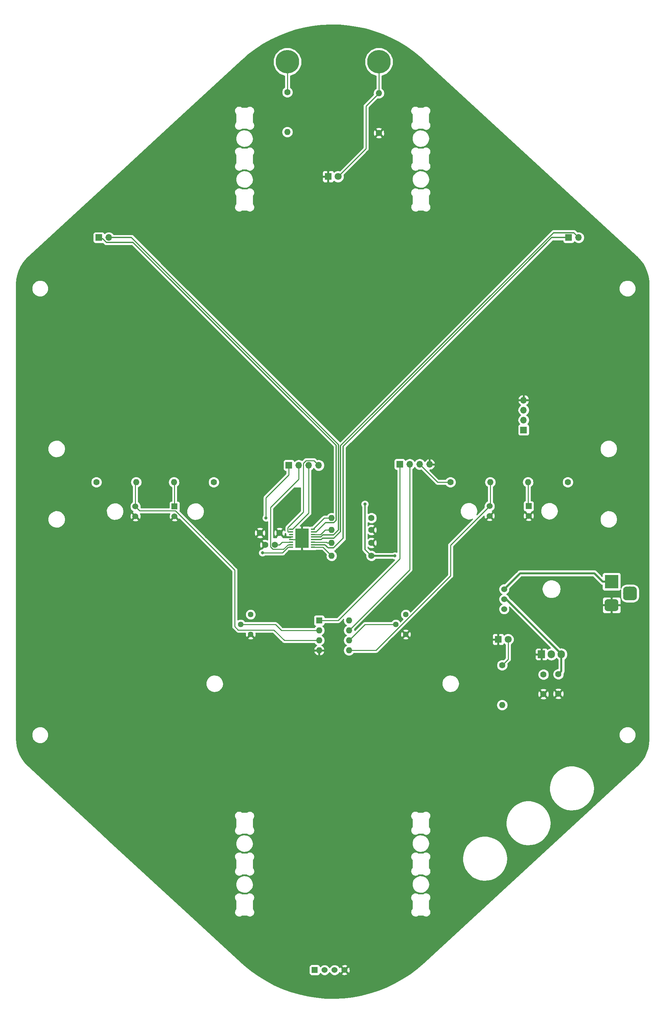
<source format=gbr>
G04 #@! TF.GenerationSoftware,KiCad,Pcbnew,(5.0.1)-3*
G04 #@! TF.CreationDate,2020-02-12T20:38:56-05:00*
G04 #@! TF.ProjectId,TinkerBot,54696E6B6572426F742E6B696361645F,rev?*
G04 #@! TF.SameCoordinates,Original*
G04 #@! TF.FileFunction,Copper,L1,Top,Signal*
G04 #@! TF.FilePolarity,Positive*
%FSLAX46Y46*%
G04 Gerber Fmt 4.6, Leading zero omitted, Abs format (unit mm)*
G04 Created by KiCad (PCBNEW (5.0.1)-3) date 2/12/2020 8:38:56 PM*
%MOMM*%
%LPD*%
G01*
G04 APERTURE LIST*
G04 #@! TA.AperFunction,ComponentPad*
%ADD10O,1.600000X1.600000*%
G04 #@! TD*
G04 #@! TA.AperFunction,ComponentPad*
%ADD11C,1.600000*%
G04 #@! TD*
G04 #@! TA.AperFunction,ComponentPad*
%ADD12R,1.524000X1.524000*%
G04 #@! TD*
G04 #@! TA.AperFunction,ComponentPad*
%ADD13C,1.524000*%
G04 #@! TD*
G04 #@! TA.AperFunction,ComponentPad*
%ADD14R,3.500000X3.500000*%
G04 #@! TD*
G04 #@! TA.AperFunction,Conductor*
%ADD15C,0.100000*%
G04 #@! TD*
G04 #@! TA.AperFunction,ComponentPad*
%ADD16C,3.000000*%
G04 #@! TD*
G04 #@! TA.AperFunction,ComponentPad*
%ADD17C,3.500000*%
G04 #@! TD*
G04 #@! TA.AperFunction,ComponentPad*
%ADD18R,1.700000X1.700000*%
G04 #@! TD*
G04 #@! TA.AperFunction,ComponentPad*
%ADD19O,1.700000X1.700000*%
G04 #@! TD*
G04 #@! TA.AperFunction,SMDPad,CuDef*
%ADD20R,1.050000X0.450000*%
G04 #@! TD*
G04 #@! TA.AperFunction,Conductor*
%ADD21R,3.400000X5.000000*%
G04 #@! TD*
G04 #@! TA.AperFunction,ViaPad*
%ADD22C,0.750000*%
G04 #@! TD*
G04 #@! TA.AperFunction,ComponentPad*
%ADD23C,1.440000*%
G04 #@! TD*
G04 #@! TA.AperFunction,ComponentPad*
%ADD24R,1.905000X2.000000*%
G04 #@! TD*
G04 #@! TA.AperFunction,ComponentPad*
%ADD25O,1.905000X2.000000*%
G04 #@! TD*
G04 #@! TA.AperFunction,ComponentPad*
%ADD26R,1.600000X1.600000*%
G04 #@! TD*
G04 #@! TA.AperFunction,ComponentPad*
%ADD27R,1.800000X1.800000*%
G04 #@! TD*
G04 #@! TA.AperFunction,ComponentPad*
%ADD28C,1.800000*%
G04 #@! TD*
G04 #@! TA.AperFunction,ComponentPad*
%ADD29C,6.000000*%
G04 #@! TD*
G04 #@! TA.AperFunction,ComponentPad*
%ADD30C,0.800000*%
G04 #@! TD*
G04 #@! TA.AperFunction,ViaPad*
%ADD31C,0.800000*%
G04 #@! TD*
G04 #@! TA.AperFunction,Conductor*
%ADD32C,0.250000*%
G04 #@! TD*
G04 #@! TA.AperFunction,Conductor*
%ADD33C,0.500000*%
G04 #@! TD*
G04 #@! TA.AperFunction,Conductor*
%ADD34C,0.350000*%
G04 #@! TD*
G04 #@! TA.AperFunction,Conductor*
%ADD35C,0.254000*%
G04 #@! TD*
G04 APERTURE END LIST*
D10*
G04 #@! TO.P,R4,2*
G04 #@! TO.N,nFAULT*
X-550000Y-1605000D03*
D11*
G04 #@! TO.P,R4,1*
G04 #@! TO.N,+5V*
X9610000Y-1605000D03*
G04 #@! TD*
D12*
G04 #@! TO.P,M1,1*
G04 #@! TO.N,+5V*
X-4875000Y-117005000D03*
D13*
G04 #@! TO.P,M1,2*
G04 #@! TO.N,TRIG*
X-2335000Y-117005000D03*
G04 #@! TO.P,M1,3*
G04 #@! TO.N,ECHO*
X205000Y-117005000D03*
G04 #@! TO.P,M1,4*
G04 #@! TO.N,GND*
X2745000Y-117005000D03*
G04 #@! TD*
D11*
G04 #@! TO.P,C1,1*
G04 #@! TO.N,Net-(C1-Pad1)*
X-15028000Y-8463000D03*
G04 #@! TO.P,C1,2*
G04 #@! TO.N,GND*
X-17528000Y-8463000D03*
G04 #@! TD*
G04 #@! TO.P,C2,1*
G04 #@! TO.N,GND*
X-18838000Y-5415000D03*
G04 #@! TO.P,C2,2*
G04 #@! TO.N,+BATT*
X-13838000Y-5415000D03*
G04 #@! TD*
D14*
G04 #@! TO.P,J1,1*
G04 #@! TO.N,Net-(J1-Pad1)*
X70951000Y-17861000D03*
D15*
G04 #@! TD*
G04 #@! TO.N,GND*
G04 #@! TO.C,J1*
G36*
X72024513Y-22364611D02*
X72097318Y-22375411D01*
X72168714Y-22393295D01*
X72238013Y-22418090D01*
X72304548Y-22449559D01*
X72367678Y-22487398D01*
X72426795Y-22531242D01*
X72481330Y-22580670D01*
X72530758Y-22635205D01*
X72574602Y-22694322D01*
X72612441Y-22757452D01*
X72643910Y-22823987D01*
X72668705Y-22893286D01*
X72686589Y-22964682D01*
X72697389Y-23037487D01*
X72701000Y-23111000D01*
X72701000Y-24611000D01*
X72697389Y-24684513D01*
X72686589Y-24757318D01*
X72668705Y-24828714D01*
X72643910Y-24898013D01*
X72612441Y-24964548D01*
X72574602Y-25027678D01*
X72530758Y-25086795D01*
X72481330Y-25141330D01*
X72426795Y-25190758D01*
X72367678Y-25234602D01*
X72304548Y-25272441D01*
X72238013Y-25303910D01*
X72168714Y-25328705D01*
X72097318Y-25346589D01*
X72024513Y-25357389D01*
X71951000Y-25361000D01*
X69951000Y-25361000D01*
X69877487Y-25357389D01*
X69804682Y-25346589D01*
X69733286Y-25328705D01*
X69663987Y-25303910D01*
X69597452Y-25272441D01*
X69534322Y-25234602D01*
X69475205Y-25190758D01*
X69420670Y-25141330D01*
X69371242Y-25086795D01*
X69327398Y-25027678D01*
X69289559Y-24964548D01*
X69258090Y-24898013D01*
X69233295Y-24828714D01*
X69215411Y-24757318D01*
X69204611Y-24684513D01*
X69201000Y-24611000D01*
X69201000Y-23111000D01*
X69204611Y-23037487D01*
X69215411Y-22964682D01*
X69233295Y-22893286D01*
X69258090Y-22823987D01*
X69289559Y-22757452D01*
X69327398Y-22694322D01*
X69371242Y-22635205D01*
X69420670Y-22580670D01*
X69475205Y-22531242D01*
X69534322Y-22487398D01*
X69597452Y-22449559D01*
X69663987Y-22418090D01*
X69733286Y-22393295D01*
X69804682Y-22375411D01*
X69877487Y-22364611D01*
X69951000Y-22361000D01*
X71951000Y-22361000D01*
X72024513Y-22364611D01*
X72024513Y-22364611D01*
G37*
D16*
G04 #@! TO.P,J1,2*
G04 #@! TO.N,GND*
X70951000Y-23861000D03*
D15*
G04 #@! TD*
G04 #@! TO.N,N/C*
G04 #@! TO.C,J1*
G36*
X76611765Y-19115213D02*
X76696704Y-19127813D01*
X76779999Y-19148677D01*
X76860848Y-19177605D01*
X76938472Y-19214319D01*
X77012124Y-19258464D01*
X77081094Y-19309616D01*
X77144718Y-19367282D01*
X77202384Y-19430906D01*
X77253536Y-19499876D01*
X77297681Y-19573528D01*
X77334395Y-19651152D01*
X77363323Y-19732001D01*
X77384187Y-19815296D01*
X77396787Y-19900235D01*
X77401000Y-19986000D01*
X77401000Y-21736000D01*
X77396787Y-21821765D01*
X77384187Y-21906704D01*
X77363323Y-21989999D01*
X77334395Y-22070848D01*
X77297681Y-22148472D01*
X77253536Y-22222124D01*
X77202384Y-22291094D01*
X77144718Y-22354718D01*
X77081094Y-22412384D01*
X77012124Y-22463536D01*
X76938472Y-22507681D01*
X76860848Y-22544395D01*
X76779999Y-22573323D01*
X76696704Y-22594187D01*
X76611765Y-22606787D01*
X76526000Y-22611000D01*
X74776000Y-22611000D01*
X74690235Y-22606787D01*
X74605296Y-22594187D01*
X74522001Y-22573323D01*
X74441152Y-22544395D01*
X74363528Y-22507681D01*
X74289876Y-22463536D01*
X74220906Y-22412384D01*
X74157282Y-22354718D01*
X74099616Y-22291094D01*
X74048464Y-22222124D01*
X74004319Y-22148472D01*
X73967605Y-22070848D01*
X73938677Y-21989999D01*
X73917813Y-21906704D01*
X73905213Y-21821765D01*
X73901000Y-21736000D01*
X73901000Y-19986000D01*
X73905213Y-19900235D01*
X73917813Y-19815296D01*
X73938677Y-19732001D01*
X73967605Y-19651152D01*
X74004319Y-19573528D01*
X74048464Y-19499876D01*
X74099616Y-19430906D01*
X74157282Y-19367282D01*
X74220906Y-19309616D01*
X74289876Y-19258464D01*
X74363528Y-19214319D01*
X74441152Y-19177605D01*
X74522001Y-19148677D01*
X74605296Y-19127813D01*
X74690235Y-19115213D01*
X74776000Y-19111000D01*
X76526000Y-19111000D01*
X76611765Y-19115213D01*
X76611765Y-19115213D01*
G37*
D17*
G04 #@! TO.P,J1,3*
G04 #@! TO.N,N/C*
X75651000Y-20861000D03*
G04 #@! TD*
D18*
G04 #@! TO.P,J2,1*
G04 #@! TO.N,Net-(J2-Pad1)*
X-11472000Y11857000D03*
D19*
G04 #@! TO.P,J2,2*
G04 #@! TO.N,Net-(J2-Pad2)*
X-8932000Y11857000D03*
G04 #@! TO.P,J2,3*
G04 #@! TO.N,Net-(J2-Pad3)*
X-6392000Y11857000D03*
G04 #@! TO.P,J2,4*
G04 #@! TO.N,Net-(J2-Pad4)*
X-3852000Y11857000D03*
G04 #@! TD*
G04 #@! TO.P,M2,2*
G04 #@! TO.N,Net-(M2-Pad2)*
X62540000Y70000000D03*
D18*
G04 #@! TO.P,M2,1*
G04 #@! TO.N,Net-(M2-Pad1)*
X60000000Y70000000D03*
G04 #@! TD*
G04 #@! TO.P,M3,1*
G04 #@! TO.N,Net-(M3-Pad1)*
X-60000000Y70000000D03*
D19*
G04 #@! TO.P,M3,2*
G04 #@! TO.N,Net-(M3-Pad2)*
X-57460000Y70000000D03*
G04 #@! TD*
D11*
G04 #@! TO.P,R1,1*
G04 #@! TO.N,+BATT*
X9610000Y-11257000D03*
D10*
G04 #@! TO.P,R1,2*
G04 #@! TO.N,Net-(R1-Pad2)*
X-550000Y-11257000D03*
G04 #@! TD*
G04 #@! TO.P,R2,2*
G04 #@! TO.N,Net-(R2-Pad2)*
X-40809000Y7539000D03*
D11*
G04 #@! TO.P,R2,1*
G04 #@! TO.N,+5V*
X-30649000Y7539000D03*
G04 #@! TD*
G04 #@! TO.P,R3,1*
G04 #@! TO.N,+5V*
X-60621000Y7539000D03*
D10*
G04 #@! TO.P,R3,2*
G04 #@! TO.N,IR_GATE_OUT_1*
X-50461000Y7539000D03*
G04 #@! TD*
D11*
G04 #@! TO.P,R5,1*
G04 #@! TO.N,GND*
X9610000Y-7955000D03*
D10*
G04 #@! TO.P,R5,2*
G04 #@! TO.N,Net-(R5-Pad2)*
X-550000Y-7955000D03*
G04 #@! TD*
G04 #@! TO.P,R6,2*
G04 #@! TO.N,Net-(R6-Pad2)*
X-550000Y-4653000D03*
D11*
G04 #@! TO.P,R6,1*
G04 #@! TO.N,GND*
X9610000Y-4653000D03*
G04 #@! TD*
G04 #@! TO.P,R7,1*
G04 #@! TO.N,+5V*
X59775000Y7539000D03*
D10*
G04 #@! TO.P,R7,2*
G04 #@! TO.N,Net-(R7-Pad2)*
X49615000Y7539000D03*
G04 #@! TD*
G04 #@! TO.P,R8,2*
G04 #@! TO.N,IR_GATE_OUT_2*
X39963000Y7539000D03*
D11*
G04 #@! TO.P,R8,1*
G04 #@! TO.N,+5V*
X29803000Y7539000D03*
G04 #@! TD*
D13*
G04 #@! TO.P,U1,4*
G04 #@! TO.N,IR_GATE_OUT_1*
X-50657000Y1345000D03*
G04 #@! TO.P,U1,3*
G04 #@! TO.N,GND*
X-50657000Y-1155000D03*
G04 #@! TO.P,U1,2*
X-40657000Y-1155000D03*
D12*
G04 #@! TO.P,U1,1*
G04 #@! TO.N,Net-(R2-Pad2)*
X-40657000Y1345000D03*
G04 #@! TD*
D20*
G04 #@! TO.P,U2,1*
G04 #@! TO.N,Net-(R1-Pad2)*
X-5337000Y-9068000D03*
G04 #@! TO.P,U2,2*
G04 #@! TO.N,Net-(M2-Pad1)*
X-5337000Y-8418000D03*
G04 #@! TO.P,U2,3*
G04 #@! TO.N,Net-(R5-Pad2)*
X-5337000Y-7768000D03*
G04 #@! TO.P,U2,4*
G04 #@! TO.N,Net-(M2-Pad2)*
X-5337000Y-7118000D03*
G04 #@! TO.P,U2,5*
G04 #@! TO.N,Net-(M3-Pad2)*
X-5337000Y-6468000D03*
G04 #@! TO.P,U2,6*
G04 #@! TO.N,Net-(R6-Pad2)*
X-5337000Y-5818000D03*
G04 #@! TO.P,U2,7*
G04 #@! TO.N,Net-(M3-Pad1)*
X-5337000Y-5168000D03*
G04 #@! TO.P,U2,8*
G04 #@! TO.N,nFAULT*
X-5337000Y-4518000D03*
G04 #@! TO.P,U2,9*
G04 #@! TO.N,Net-(J2-Pad3)*
X-10887000Y-4518000D03*
G04 #@! TO.P,U2,10*
G04 #@! TO.N,Net-(J2-Pad4)*
X-10887000Y-5168000D03*
G04 #@! TO.P,U2,11*
G04 #@! TO.N,Net-(U2-Pad11)*
X-10887000Y-5818000D03*
G04 #@! TO.P,U2,12*
G04 #@! TO.N,+BATT*
X-10887000Y-6468000D03*
G04 #@! TO.P,U2,13*
G04 #@! TO.N,GND*
X-10887000Y-7118000D03*
G04 #@! TO.P,U2,14*
G04 #@! TO.N,Net-(C1-Pad1)*
X-10887000Y-7768000D03*
G04 #@! TO.P,U2,15*
G04 #@! TO.N,Net-(J2-Pad2)*
X-10887000Y-8418000D03*
G04 #@! TO.P,U2,16*
G04 #@! TO.N,Net-(J2-Pad1)*
X-10887000Y-9068000D03*
D21*
G04 #@! TD*
G04 #@! TO.N,GND*
G04 #@! TO.C,U2*
X-8112000Y-6793000D03*
D22*
G04 #@! TO.N,GND*
G04 #@! TO.C,U2*
X-7362000Y-8293000D03*
X-8862000Y-8293000D03*
X-7362000Y-6793000D03*
X-8862000Y-6793000D03*
X-7362000Y-5293000D03*
X-8862000Y-5293000D03*
G04 #@! TD*
D23*
G04 #@! TO.P,RV1,1*
G04 #@! TO.N,+5V*
X-21251000Y-26243000D03*
G04 #@! TO.P,RV1,2*
G04 #@! TO.N,Net-(RV1-Pad2)*
X-23791000Y-28783000D03*
G04 #@! TO.P,RV1,3*
G04 #@! TO.N,GND*
X-21251000Y-31323000D03*
G04 #@! TD*
G04 #@! TO.P,RV2,3*
G04 #@! TO.N,GND*
X18373000Y-31323000D03*
G04 #@! TO.P,RV2,2*
G04 #@! TO.N,Net-(RV2-Pad2)*
X15833000Y-28783000D03*
G04 #@! TO.P,RV2,1*
G04 #@! TO.N,+5V*
X18373000Y-26243000D03*
G04 #@! TD*
D13*
G04 #@! TO.P,U4,4*
G04 #@! TO.N,IR_GATE_OUT_2*
X39789000Y1423000D03*
G04 #@! TO.P,U4,3*
G04 #@! TO.N,GND*
X39789000Y-1077000D03*
G04 #@! TO.P,U4,2*
X49789000Y-1077000D03*
D12*
G04 #@! TO.P,U4,1*
G04 #@! TO.N,Net-(R7-Pad2)*
X49789000Y1423000D03*
G04 #@! TD*
D11*
G04 #@! TO.P,C3,1*
G04 #@! TO.N,+BATT*
X57362000Y-41483000D03*
G04 #@! TO.P,C3,2*
G04 #@! TO.N,GND*
X57362000Y-46483000D03*
G04 #@! TD*
G04 #@! TO.P,C4,2*
G04 #@! TO.N,+5V*
X53552000Y-41563000D03*
G04 #@! TO.P,C4,1*
G04 #@! TO.N,GND*
X53552000Y-46563000D03*
G04 #@! TD*
D24*
G04 #@! TO.P,U5,1*
G04 #@! TO.N,GND*
X53044000Y-36403000D03*
D25*
G04 #@! TO.P,U5,2*
G04 #@! TO.N,+5V*
X55584000Y-36403000D03*
G04 #@! TO.P,U5,3*
G04 #@! TO.N,+BATT*
X58124000Y-36403000D03*
G04 #@! TD*
D18*
G04 #@! TO.P,J3,1*
G04 #@! TO.N,IR_GATE_COMP_1*
X16849000Y12111000D03*
D19*
G04 #@! TO.P,J3,2*
G04 #@! TO.N,IR_GATE_COMP_2*
X19389000Y12111000D03*
G04 #@! TO.P,J3,3*
G04 #@! TO.N,+5V*
X21929000Y12111000D03*
G04 #@! TO.P,J3,4*
G04 #@! TO.N,GND*
X24469000Y12111000D03*
G04 #@! TD*
D26*
G04 #@! TO.P,U3,1*
G04 #@! TO.N,IR_GATE_COMP_1*
X-3730265Y-27767000D03*
D10*
G04 #@! TO.P,U3,5*
G04 #@! TO.N,IR_GATE_OUT_2*
X3889735Y-35387000D03*
G04 #@! TO.P,U3,2*
G04 #@! TO.N,Net-(RV1-Pad2)*
X-3730265Y-30307000D03*
G04 #@! TO.P,U3,6*
G04 #@! TO.N,Net-(RV2-Pad2)*
X3889735Y-32847000D03*
G04 #@! TO.P,U3,3*
G04 #@! TO.N,IR_GATE_OUT_1*
X-3730265Y-32847000D03*
G04 #@! TO.P,U3,7*
G04 #@! TO.N,IR_GATE_COMP_2*
X3889735Y-30307000D03*
G04 #@! TO.P,U3,4*
G04 #@! TO.N,GND*
X-3730265Y-35387000D03*
G04 #@! TO.P,U3,8*
G04 #@! TO.N,+5V*
X3889735Y-27767000D03*
G04 #@! TD*
D27*
G04 #@! TO.P,D1,1*
G04 #@! TO.N,GND*
X41995000Y-32593000D03*
D28*
G04 #@! TO.P,D1,2*
G04 #@! TO.N,Net-(D1-Pad2)*
X44535000Y-32593000D03*
G04 #@! TD*
G04 #@! TO.P,D2,2*
G04 #@! TO.N,BUMP_INDICATOR*
X1101000Y85567800D03*
D27*
G04 #@! TO.P,D2,1*
G04 #@! TO.N,GND*
X-1439000Y85567800D03*
G04 #@! TD*
D29*
G04 #@! TO.P,H1,1*
G04 #@! TO.N,Net-(H1-Pad1)*
X-11853000Y114887000D03*
D30*
X-9603000Y114887000D03*
X-10262010Y113296010D03*
X-11853000Y112637000D03*
X-13443990Y113296010D03*
X-14103000Y114887000D03*
X-13443990Y116477990D03*
X-11853000Y117137000D03*
X-10262010Y116477990D03*
G04 #@! TD*
G04 #@! TO.P,H2,1*
G04 #@! TO.N,BUMP_INDICATOR*
X13105990Y116477990D03*
X11515000Y117137000D03*
X9924010Y116477990D03*
X9265000Y114887000D03*
X9924010Y113296010D03*
X11515000Y112637000D03*
X13105990Y113296010D03*
X13765000Y114887000D03*
D29*
X11515000Y114887000D03*
G04 #@! TD*
D18*
G04 #@! TO.P,J4,1*
G04 #@! TO.N,TRIG*
X48472000Y20874000D03*
D19*
G04 #@! TO.P,J4,2*
G04 #@! TO.N,ECHO*
X48472000Y23414000D03*
G04 #@! TO.P,J4,3*
G04 #@! TO.N,BUMP_INDICATOR*
X48472000Y25954000D03*
G04 #@! TO.P,J4,4*
G04 #@! TO.N,GND*
X48472000Y28494000D03*
G04 #@! TD*
D11*
G04 #@! TO.P,R9,1*
G04 #@! TO.N,Net-(D1-Pad2)*
X43011000Y-39197000D03*
D10*
G04 #@! TO.P,R9,2*
G04 #@! TO.N,+5V*
X43011000Y-49357000D03*
G04 #@! TD*
D11*
G04 #@! TO.P,R10,1*
G04 #@! TO.N,Net-(H1-Pad1)*
X-11853000Y107107000D03*
D10*
G04 #@! TO.P,R10,2*
G04 #@! TO.N,+5V*
X-11853000Y96947000D03*
G04 #@! TD*
G04 #@! TO.P,R11,2*
G04 #@! TO.N,BUMP_INDICATOR*
X11515000Y106853000D03*
D11*
G04 #@! TO.P,R11,1*
G04 #@! TO.N,GND*
X11515000Y96693000D03*
G04 #@! TD*
D13*
G04 #@! TO.P,SW1,1*
G04 #@! TO.N,Net-(J1-Pad1)*
X43519000Y-19766000D03*
G04 #@! TO.P,SW1,2*
G04 #@! TO.N,+BATT*
X43519000Y-22306000D03*
G04 #@! TO.P,SW1,3*
G04 #@! TO.N,Net-(SW1-Pad3)*
X43519000Y-24846000D03*
G04 #@! TD*
D31*
G04 #@! TO.N,+BATT*
X-9313000Y5507000D03*
X15578982Y-11257000D03*
X7959000Y1951000D03*
G04 #@! TO.N,Net-(J2-Pad1)*
X-18203000Y-10495000D03*
X-17314000Y-1605000D03*
G04 #@! TD*
D32*
G04 #@! TO.N,Net-(C1-Pad1)*
X-11662000Y-7768000D02*
X-10887000Y-7768000D01*
X-13201630Y-7768000D02*
X-11662000Y-7768000D01*
X-13896630Y-8463000D02*
X-13201630Y-7768000D01*
X-15028000Y-8463000D02*
X-13896630Y-8463000D01*
G04 #@! TO.N,GND*
X-8112000Y-9543000D02*
X-8043000Y-9612000D01*
X-8112000Y-6793000D02*
X-8112000Y-9543000D01*
X-8437000Y-7118000D02*
X-8112000Y-6793000D01*
X-10887000Y-7118000D02*
X-8437000Y-7118000D01*
G04 #@! TO.N,+BATT*
X-12785000Y-6468000D02*
X-10887000Y-6468000D01*
X-13838000Y-5415000D02*
X-12785000Y-6468000D01*
X-10986999Y-6567999D02*
X-10887000Y-6468000D01*
X-11472000Y-6567999D02*
X-10986999Y-6567999D01*
X-11472000Y-6567999D02*
X-11843001Y-6567999D01*
X-11843001Y-6567999D02*
X-11853000Y-6558000D01*
X-11853000Y-6558000D02*
X-11980000Y-6558000D01*
X-10887000Y-6468000D02*
X-10887000Y-6368001D01*
X-10887000Y-6368001D02*
X-11661999Y-6368001D01*
X-11661999Y-6368001D02*
X-11726000Y-6304000D01*
X-11726000Y-6304000D02*
X-11980000Y-6304000D01*
D33*
X58124000Y-40721000D02*
X57362000Y-41483000D01*
X58124000Y-36403000D02*
X58124000Y-40721000D01*
X9610000Y-11257000D02*
X15578982Y-11257000D01*
X44074500Y-22306000D02*
X43519000Y-22306000D01*
X58124000Y-36355500D02*
X44074500Y-22306000D01*
X58124000Y-36403000D02*
X58124000Y-36355500D01*
D34*
X9610000Y-11257000D02*
X7959000Y-9606000D01*
X7959000Y-9606000D02*
X7959000Y1385315D01*
X7959000Y1385315D02*
X7959000Y1951000D01*
D32*
G04 #@! TO.N,Net-(J2-Pad1)*
X-13102590Y-10495000D02*
X-18203000Y-10495000D01*
X-13089000Y-10495000D02*
X-13102590Y-10495000D01*
X-10887000Y-9068000D02*
X-11662000Y-9068000D01*
X-11662000Y-9068000D02*
X-13089000Y-10495000D01*
X-17314000Y-1605000D02*
X-17314000Y3559000D01*
X-17314000Y3559000D02*
X-11472000Y9401000D01*
X-11472000Y11857000D02*
X-11472000Y10587000D01*
X-11472000Y9401000D02*
X-11472000Y10587000D01*
X-11472000Y10587000D02*
X-11472000Y10841000D01*
G04 #@! TO.N,Net-(J2-Pad2)*
X-11662000Y-8418000D02*
X-10887000Y-8418000D01*
X-12832001Y-9588001D02*
X-11662000Y-8418000D01*
X-15568001Y-9588001D02*
X-12832001Y-9588001D01*
X-16153001Y-9003001D02*
X-15568001Y-9588001D01*
X-16153001Y1079999D02*
X-16153001Y-9003001D01*
X-8932000Y8301000D02*
X-16153001Y1079999D01*
X-8932000Y10654919D02*
X-8932000Y10587000D01*
X-8932000Y11857000D02*
X-8932000Y10654919D01*
X-8932000Y8301000D02*
X-8932000Y10587000D01*
X-8932000Y10587000D02*
X-8932000Y10841000D01*
G04 #@! TO.N,Net-(J2-Pad3)*
X-10587000Y-4518000D02*
X-10887000Y-4518000D01*
X-6392000Y-323000D02*
X-10587000Y-4518000D01*
X-6392000Y8301000D02*
X-6392000Y-323000D01*
X-6392000Y11857000D02*
X-6392000Y10587000D01*
X-6392000Y8301000D02*
X-6392000Y10587000D01*
X-6392000Y10587000D02*
X-6392000Y10841000D01*
G04 #@! TO.N,Net-(J2-Pad4)*
X-10887000Y-5168000D02*
X-11662000Y-5168000D01*
X-11662000Y-5168000D02*
X-11737001Y-5092999D01*
X-11737001Y-5092999D02*
X-11737001Y-4032999D01*
X-11737001Y-4032999D02*
X-7756999Y-52997D01*
X-7756999Y12397001D02*
X-7756999Y11095000D01*
X-7121999Y13032001D02*
X-7756999Y12397001D01*
X-5027001Y13032001D02*
X-7121999Y13032001D01*
X-3852000Y11857000D02*
X-5027001Y13032001D01*
X-7756999Y-52997D02*
X-7756999Y11095000D01*
X-7756999Y11095000D02*
X-7756999Y11215003D01*
G04 #@! TO.N,+5V*
X26501000Y7539000D02*
X29803000Y7539000D01*
X21929000Y12111000D02*
X26501000Y7539000D01*
D34*
G04 #@! TO.N,Net-(M2-Pad2)*
X-3181045Y-7118000D02*
X-2843044Y-6779999D01*
X-5337000Y-7118000D02*
X-3181045Y-7118000D01*
X-2843044Y-6779999D02*
X14001Y-6779999D01*
X14001Y-6779999D02*
X1725021Y-5068979D01*
X1725021Y-5068979D02*
X1725021Y16814854D01*
X48000000Y63089833D02*
X48371178Y63461011D01*
X1725021Y16814854D02*
X48000000Y63089833D01*
X56135168Y71225001D02*
X48000000Y63089833D01*
X62540000Y70000000D02*
X61314999Y71225001D01*
X61314999Y71225001D02*
X56135168Y71225001D01*
G04 #@! TO.N,Net-(M2-Pad1)*
X-2246000Y-8418000D02*
X-1439000Y-9225000D01*
X-5337000Y-8418000D02*
X-2246000Y-8418000D01*
X-1439000Y-9225000D02*
X-80998Y-9225000D01*
X-80998Y-9225000D02*
X2371000Y-6773002D01*
X2371000Y-6773002D02*
X2371000Y16683000D01*
X2371000Y16683000D02*
X48599000Y62911000D01*
X48599000Y62911003D02*
X48599000Y62911000D01*
X55687997Y70000000D02*
X48599000Y62911003D01*
X60000000Y70000000D02*
X55687997Y70000000D01*
G04 #@! TO.N,Net-(M3-Pad1)*
X-59000000Y69726998D02*
X-59726998Y69726998D01*
X-58048001Y68774999D02*
X-59000000Y69726998D01*
X-59726998Y69726998D02*
X-60000000Y70000000D01*
X-51244999Y68774999D02*
X-58048001Y68774999D01*
X-4462000Y-5168000D02*
X-2074001Y-2780001D01*
X-5337000Y-5168000D02*
X-4462000Y-5168000D01*
X-2074001Y-2780001D02*
X14001Y-2780001D01*
X14001Y-2780001D02*
X625001Y-2169001D01*
X625001Y-2169001D02*
X625001Y16904999D01*
X625001Y16904999D02*
X-51244999Y68774999D01*
G04 #@! TO.N,Net-(M3-Pad2)*
X-5337000Y-6468000D02*
X-3308878Y-6468000D01*
X-3308878Y-6468000D02*
X-2763878Y-5923000D01*
X-2763878Y-5923000D02*
X-80998Y-5923000D01*
X-80998Y-5923000D02*
X1175011Y-4666991D01*
X1175011Y-4666991D02*
X1175012Y17132821D01*
X1175012Y17132821D02*
X-43587167Y61895000D01*
X-43587170Y61895000D02*
X-43587167Y61895000D01*
X-51692170Y70000000D02*
X-43587170Y61895000D01*
X-57460000Y70000000D02*
X-51692170Y70000000D01*
D32*
G04 #@! TO.N,Net-(R1-Pad2)*
X-2739000Y-9068000D02*
X-550000Y-11257000D01*
X-5337000Y-9068000D02*
X-2739000Y-9068000D01*
G04 #@! TO.N,Net-(R2-Pad2)*
X-40657000Y7387000D02*
X-40809000Y7539000D01*
X-40657000Y1345000D02*
X-40657000Y7387000D01*
G04 #@! TO.N,nFAULT*
X-550000Y-1605000D02*
X-2424000Y-1605000D01*
X-2424000Y-1605000D02*
X-5337000Y-4518000D01*
G04 #@! TO.N,Net-(R5-Pad2)*
X-4562000Y-7768000D02*
X-5337000Y-7768000D01*
X-1868370Y-7768000D02*
X-4562000Y-7768000D01*
X-1681370Y-7955000D02*
X-1868370Y-7768000D01*
X-550000Y-7955000D02*
X-1681370Y-7955000D01*
G04 #@! TO.N,Net-(R6-Pad2)*
X-4741000Y-5818000D02*
X-5337000Y-5818000D01*
X-3366000Y-5818000D02*
X-4741000Y-5818000D01*
X-2201000Y-4653000D02*
X-3366000Y-5818000D01*
X-550000Y-4653000D02*
X-2201000Y-4653000D01*
G04 #@! TO.N,Net-(R7-Pad2)*
X49615000Y1597000D02*
X49789000Y1423000D01*
X49615000Y7539000D02*
X49615000Y1597000D01*
G04 #@! TO.N,IR_GATE_OUT_1*
X-15282000Y-30180000D02*
X-12615000Y-32847000D01*
X-50657000Y1345000D02*
X-49569999Y257999D01*
X-40461237Y257999D02*
X-25315000Y-14888238D01*
X-12615000Y-32847000D02*
X-3730265Y-32847000D01*
X-25315000Y-14888238D02*
X-25315000Y-29291000D01*
X-49569999Y257999D02*
X-40461237Y257999D01*
X-25315000Y-29291000D02*
X-24426000Y-30180000D01*
X-24426000Y-30180000D02*
X-15282000Y-30180000D01*
X-50657000Y7343000D02*
X-50461000Y7539000D01*
X-50657000Y1345000D02*
X-50657000Y7343000D01*
G04 #@! TO.N,Net-(RV1-Pad2)*
X-23791000Y-28783000D02*
X-18965000Y-28783000D01*
X-19219000Y-28783000D02*
X-18965000Y-28783000D01*
X-13377000Y-30307000D02*
X-3730265Y-30307000D01*
X-18965000Y-28783000D02*
X-14901000Y-28783000D01*
X-14901000Y-28783000D02*
X-13377000Y-30307000D01*
G04 #@! TO.N,Net-(RV2-Pad2)*
X7953735Y-28783000D02*
X3889735Y-32847000D01*
X15833000Y-29037000D02*
X15579000Y-28783000D01*
X15579000Y-28783000D02*
X7953735Y-28783000D01*
G04 #@! TO.N,IR_GATE_COMP_1*
X16849000Y-12019000D02*
X16849000Y12111000D01*
X-3730265Y-27767000D02*
X1101000Y-27767000D01*
X1101000Y-27767000D02*
X16849000Y-12019000D01*
G04 #@! TO.N,IR_GATE_OUT_2*
X39963000Y1597000D02*
X39789000Y1423000D01*
X39963000Y7539000D02*
X39963000Y1597000D01*
X39027001Y661001D02*
X39789000Y1423000D01*
X29803000Y-8563000D02*
X39027001Y661001D01*
X29803000Y-16359602D02*
X29803000Y-8563000D01*
X3889735Y-35387000D02*
X10775602Y-35387000D01*
X10775602Y-35387000D02*
X29803000Y-16359602D01*
G04 #@! TO.N,IR_GATE_COMP_2*
X19389000Y-14807735D02*
X19389000Y12111000D01*
X3889735Y-30307000D02*
X19389000Y-14807735D01*
G04 #@! TO.N,Net-(D1-Pad2)*
X44535000Y-37673000D02*
X44535000Y-32593000D01*
X43011000Y-39197000D02*
X44535000Y-37673000D01*
G04 #@! TO.N,BUMP_INDICATOR*
X11515000Y107984370D02*
X11515000Y112637000D01*
X11515000Y106853000D02*
X11515000Y107984370D01*
X8213000Y103551000D02*
X11515000Y106853000D01*
X1101000Y85567800D02*
X8213000Y92679800D01*
X8213000Y92679800D02*
X8213000Y103551000D01*
G04 #@! TO.N,Net-(H1-Pad1)*
X-11853000Y107107000D02*
X-11853000Y112637000D01*
D33*
G04 #@! TO.N,Net-(J1-Pad1)*
X44280999Y-19004001D02*
X43519000Y-19766000D01*
X47583000Y-15702000D02*
X44280999Y-19004001D01*
X66542000Y-15702000D02*
X47583000Y-15702000D01*
X70951000Y-17861000D02*
X68701000Y-17861000D01*
X68701000Y-17861000D02*
X66542000Y-15702000D01*
G04 #@! TD*
D35*
G04 #@! TO.N,GND*
G36*
X1471238Y124277460D02*
X3735175Y124085111D01*
X5981378Y123743144D01*
X8200008Y123253059D01*
X10381253Y122617023D01*
X12515579Y121837814D01*
X14593551Y120918877D01*
X16606042Y119864251D01*
X18544232Y118678557D01*
X20399582Y117367018D01*
X22169151Y115931166D01*
X22926069Y115254251D01*
X77465009Y65004058D01*
X78285374Y64146904D01*
X78978060Y63212281D01*
X79548141Y62198219D01*
X79986635Y61120698D01*
X80286622Y59996713D01*
X80444693Y58834262D01*
X80469037Y58161333D01*
X80469038Y-58034598D01*
X80394538Y-59218736D01*
X80176554Y-60361454D01*
X79817065Y-61467844D01*
X79321746Y-62520450D01*
X78698404Y-63502679D01*
X77950604Y-64406615D01*
X77472210Y-64880489D01*
X22930972Y-115132801D01*
X21200616Y-116624104D01*
X19384985Y-117990112D01*
X17482845Y-119232769D01*
X15502507Y-120346645D01*
X13452699Y-121326828D01*
X11342446Y-122169005D01*
X9181035Y-122869470D01*
X6977916Y-123425159D01*
X4742841Y-123833611D01*
X2485610Y-124093039D01*
X216129Y-124202302D01*
X-2055588Y-124160917D01*
X-4319566Y-123969068D01*
X-6565853Y-123627598D01*
X-8784593Y-123138004D01*
X-10965978Y-122502450D01*
X-13100459Y-121723720D01*
X-15178635Y-120805243D01*
X-17191377Y-119751053D01*
X-19129826Y-118565790D01*
X-20985447Y-117254675D01*
X-22232817Y-116243000D01*
X-6284440Y-116243000D01*
X-6284440Y-117767000D01*
X-6235157Y-118014765D01*
X-6094809Y-118224809D01*
X-5884765Y-118365157D01*
X-5637000Y-118414440D01*
X-4113000Y-118414440D01*
X-3865235Y-118365157D01*
X-3655191Y-118224809D01*
X-3514843Y-118014765D01*
X-3479347Y-117836310D01*
X-3126337Y-118189320D01*
X-2612881Y-118402000D01*
X-2057119Y-118402000D01*
X-1543663Y-118189320D01*
X-1150680Y-117796337D01*
X-1065000Y-117589487D01*
X-979320Y-117796337D01*
X-586337Y-118189320D01*
X-72881Y-118402000D01*
X482881Y-118402000D01*
X996337Y-118189320D01*
X1200444Y-117985213D01*
X1944392Y-117985213D01*
X2013857Y-118227397D01*
X2537302Y-118414144D01*
X3092368Y-118386362D01*
X3476143Y-118227397D01*
X3545608Y-117985213D01*
X2745000Y-117184605D01*
X1944392Y-117985213D01*
X1200444Y-117985213D01*
X1389320Y-117796337D01*
X1468428Y-117605353D01*
X1522603Y-117736143D01*
X1764787Y-117805608D01*
X2565395Y-117005000D01*
X2924605Y-117005000D01*
X3725213Y-117805608D01*
X3967397Y-117736143D01*
X4154144Y-117212698D01*
X4126362Y-116657632D01*
X3967397Y-116273857D01*
X3725213Y-116204392D01*
X2924605Y-117005000D01*
X2565395Y-117005000D01*
X1764787Y-116204392D01*
X1522603Y-116273857D01*
X1472465Y-116414393D01*
X1389320Y-116213663D01*
X1200444Y-116024787D01*
X1944392Y-116024787D01*
X2745000Y-116825395D01*
X3545608Y-116024787D01*
X3476143Y-115782603D01*
X2952698Y-115595856D01*
X2397632Y-115623638D01*
X2013857Y-115782603D01*
X1944392Y-116024787D01*
X1200444Y-116024787D01*
X996337Y-115820680D01*
X482881Y-115608000D01*
X-72881Y-115608000D01*
X-586337Y-115820680D01*
X-979320Y-116213663D01*
X-1065000Y-116420513D01*
X-1150680Y-116213663D01*
X-1543663Y-115820680D01*
X-2057119Y-115608000D01*
X-2612881Y-115608000D01*
X-3126337Y-115820680D01*
X-3479347Y-116173690D01*
X-3514843Y-115995235D01*
X-3655191Y-115785191D01*
X-3865235Y-115644843D01*
X-4113000Y-115595560D01*
X-5637000Y-115595560D01*
X-5884765Y-115644843D01*
X-6094809Y-115785191D01*
X-6235157Y-115995235D01*
X-6284440Y-116243000D01*
X-22232817Y-116243000D01*
X-22755335Y-115819214D01*
X-23517934Y-115137371D01*
X-37497245Y-102257343D01*
X-25381147Y-102257343D01*
X-25367154Y-102358085D01*
X-25341692Y-102541400D01*
X-25277669Y-102725685D01*
X-25198193Y-102861105D01*
X-25132513Y-102973020D01*
X-25002840Y-103118778D01*
X-24897790Y-103198204D01*
X-24774084Y-103291736D01*
X-24598502Y-103376775D01*
X-24523206Y-103396377D01*
X-24320971Y-103449027D01*
X-24126213Y-103460401D01*
X-24011854Y-103444516D01*
X-23842156Y-103420946D01*
X-23657871Y-103356923D01*
X-23500247Y-103264416D01*
X-23410536Y-103211767D01*
X-23362161Y-103168730D01*
X-22238533Y-103168730D01*
X-22206286Y-103198204D01*
X-22087726Y-103269942D01*
X-21970179Y-103343241D01*
X-21787680Y-103412190D01*
X-21653593Y-103434500D01*
X-21504790Y-103459260D01*
X-21309796Y-103453122D01*
X-21309791Y-103453121D01*
X-21309790Y-103453121D01*
X-21221100Y-103432558D01*
X-21030423Y-103388351D01*
X-21030421Y-103388350D01*
X-21030418Y-103388349D01*
X-20852617Y-103308056D01*
X-20740366Y-103227830D01*
X-20619301Y-103141306D01*
X-20485760Y-102999085D01*
X-20472770Y-102978254D01*
X-20334013Y-102755735D01*
X-20265064Y-102573236D01*
X-20240536Y-102425819D01*
X-20217994Y-102290347D01*
X-20219032Y-102257343D01*
X19618853Y-102257343D01*
X19632846Y-102358085D01*
X19658308Y-102541400D01*
X19722331Y-102725685D01*
X19801807Y-102861105D01*
X19867487Y-102973020D01*
X19997160Y-103118778D01*
X20102210Y-103198204D01*
X20225916Y-103291736D01*
X20401498Y-103376775D01*
X20476794Y-103396377D01*
X20679029Y-103449027D01*
X20873787Y-103460401D01*
X20988146Y-103444516D01*
X21157844Y-103420946D01*
X21342129Y-103356923D01*
X21499753Y-103264416D01*
X21589464Y-103211767D01*
X21637839Y-103168730D01*
X22761467Y-103168730D01*
X22793714Y-103198204D01*
X22912274Y-103269942D01*
X23029821Y-103343241D01*
X23212320Y-103412190D01*
X23346407Y-103434500D01*
X23495210Y-103459260D01*
X23690204Y-103453122D01*
X23690209Y-103453121D01*
X23690210Y-103453121D01*
X23778900Y-103432558D01*
X23969577Y-103388351D01*
X23969579Y-103388350D01*
X23969582Y-103388349D01*
X24147383Y-103308056D01*
X24259634Y-103227830D01*
X24380699Y-103141306D01*
X24514240Y-102999085D01*
X24527230Y-102978254D01*
X24665987Y-102755735D01*
X24734936Y-102573236D01*
X24759464Y-102425819D01*
X24782006Y-102290347D01*
X24775868Y-102095352D01*
X24763700Y-102042866D01*
X24746514Y-101968740D01*
X24711097Y-101815980D01*
X24711096Y-101815979D01*
X24711095Y-101815974D01*
X24630802Y-101638173D01*
X24535361Y-101504634D01*
X24464052Y-101404857D01*
X24436000Y-101378517D01*
X24436000Y-99358548D01*
X24448855Y-99346799D01*
X24530920Y-99235173D01*
X24614482Y-99124654D01*
X24699521Y-98949072D01*
X24741830Y-98786555D01*
X24771773Y-98671541D01*
X24783147Y-98476783D01*
X24747917Y-98223154D01*
X24743691Y-98192726D01*
X24679669Y-98008440D01*
X24567761Y-97817759D01*
X24534513Y-97761106D01*
X24404840Y-97615348D01*
X24176084Y-97442390D01*
X24000503Y-97357351D01*
X23864474Y-97321938D01*
X23722972Y-97285099D01*
X23528213Y-97273725D01*
X23313444Y-97303557D01*
X23244156Y-97313181D01*
X23059870Y-97377203D01*
X22895473Y-97473685D01*
X22812536Y-97522359D01*
X22764161Y-97565396D01*
X21640532Y-97565396D01*
X21608286Y-97535923D01*
X21489754Y-97464202D01*
X21372179Y-97390885D01*
X21189679Y-97321936D01*
X21079537Y-97303610D01*
X20906791Y-97274866D01*
X20711796Y-97281004D01*
X20711791Y-97281005D01*
X20711790Y-97281005D01*
X20602536Y-97306335D01*
X20432424Y-97345775D01*
X20432423Y-97345776D01*
X20432418Y-97345777D01*
X20254617Y-97426070D01*
X20145107Y-97504337D01*
X20021301Y-97592820D01*
X19887760Y-97735042D01*
X19887758Y-97735044D01*
X19836179Y-97817759D01*
X19736014Y-97978388D01*
X19736014Y-97978390D01*
X19736013Y-97978391D01*
X19667064Y-98160891D01*
X19648011Y-98275403D01*
X19619994Y-98443780D01*
X19626132Y-98638774D01*
X19626133Y-98638779D01*
X19626133Y-98638780D01*
X19643374Y-98713143D01*
X19690903Y-98918147D01*
X19690904Y-98918149D01*
X19690905Y-98918152D01*
X19771198Y-99095953D01*
X19822462Y-99167681D01*
X19937948Y-99329269D01*
X19966001Y-99355610D01*
X19966000Y-101375577D01*
X19953145Y-101387327D01*
X19871080Y-101498953D01*
X19787518Y-101609472D01*
X19702479Y-101785053D01*
X19673371Y-101896863D01*
X19630227Y-102062584D01*
X19618853Y-102257343D01*
X-20219032Y-102257343D01*
X-20224132Y-102095352D01*
X-20236300Y-102042866D01*
X-20253486Y-101968740D01*
X-20288903Y-101815980D01*
X-20288904Y-101815979D01*
X-20288905Y-101815974D01*
X-20369198Y-101638173D01*
X-20464639Y-101504634D01*
X-20535948Y-101404857D01*
X-20564000Y-101378517D01*
X-20564000Y-99358548D01*
X-20551145Y-99346799D01*
X-20469080Y-99235173D01*
X-20385518Y-99124654D01*
X-20300479Y-98949072D01*
X-20258170Y-98786555D01*
X-20228227Y-98671541D01*
X-20216853Y-98476783D01*
X-20252083Y-98223154D01*
X-20256309Y-98192726D01*
X-20320331Y-98008440D01*
X-20432239Y-97817759D01*
X-20465487Y-97761106D01*
X-20595160Y-97615348D01*
X-20823916Y-97442390D01*
X-20999497Y-97357351D01*
X-21135526Y-97321938D01*
X-21277028Y-97285099D01*
X-21471787Y-97273725D01*
X-21686556Y-97303557D01*
X-21755844Y-97313181D01*
X-21940130Y-97377203D01*
X-22104527Y-97473685D01*
X-22187464Y-97522359D01*
X-22235839Y-97565396D01*
X-23359468Y-97565396D01*
X-23391714Y-97535923D01*
X-23510246Y-97464202D01*
X-23627821Y-97390885D01*
X-23810321Y-97321936D01*
X-23920463Y-97303610D01*
X-24093209Y-97274866D01*
X-24288204Y-97281004D01*
X-24288209Y-97281005D01*
X-24288210Y-97281005D01*
X-24397464Y-97306335D01*
X-24567576Y-97345775D01*
X-24567577Y-97345776D01*
X-24567582Y-97345777D01*
X-24745383Y-97426070D01*
X-24854893Y-97504337D01*
X-24978699Y-97592820D01*
X-25112240Y-97735042D01*
X-25112242Y-97735044D01*
X-25163821Y-97817759D01*
X-25263986Y-97978388D01*
X-25263986Y-97978390D01*
X-25263987Y-97978391D01*
X-25332936Y-98160891D01*
X-25351989Y-98275403D01*
X-25380006Y-98443780D01*
X-25373868Y-98638774D01*
X-25373867Y-98638779D01*
X-25373867Y-98638780D01*
X-25356626Y-98713143D01*
X-25309097Y-98918147D01*
X-25309096Y-98918149D01*
X-25309095Y-98918152D01*
X-25228802Y-99095953D01*
X-25177538Y-99167681D01*
X-25062052Y-99329269D01*
X-25034000Y-99355609D01*
X-25033999Y-101375577D01*
X-25046855Y-101387327D01*
X-25128920Y-101498953D01*
X-25212482Y-101609472D01*
X-25297521Y-101785053D01*
X-25326629Y-101896863D01*
X-25369773Y-102062584D01*
X-25381147Y-102257343D01*
X-37497245Y-102257343D01*
X-45593622Y-94797636D01*
X-25026237Y-94797636D01*
X-25020422Y-95538096D01*
X-24775072Y-96236751D01*
X-24316643Y-96818264D01*
X-23694568Y-97219933D01*
X-22975925Y-97398445D01*
X-22238204Y-97334551D01*
X-21560954Y-97035142D01*
X-21017200Y-96532501D01*
X-20665578Y-95880830D01*
X-20544000Y-95150396D01*
X-20544278Y-95114976D01*
X-20602234Y-94797636D01*
X19973763Y-94797636D01*
X19979578Y-95538096D01*
X20224928Y-96236751D01*
X20683357Y-96818264D01*
X21305432Y-97219933D01*
X22024075Y-97398445D01*
X22761796Y-97334551D01*
X23439046Y-97035142D01*
X23982800Y-96532501D01*
X24334422Y-95880830D01*
X24456000Y-95150396D01*
X24455722Y-95114976D01*
X24322686Y-94386542D01*
X23960871Y-93740474D01*
X23409289Y-93246437D01*
X22727419Y-92957702D01*
X21988786Y-92905404D01*
X21273035Y-93095182D01*
X20657346Y-93506572D01*
X20208109Y-94095214D01*
X19973763Y-94797636D01*
X-20602234Y-94797636D01*
X-20677314Y-94386542D01*
X-21039129Y-93740474D01*
X-21590711Y-93246437D01*
X-22272581Y-92957702D01*
X-23011214Y-92905404D01*
X-23726965Y-93095182D01*
X-24342654Y-93506572D01*
X-24791891Y-94095214D01*
X-25026237Y-94797636D01*
X-45593622Y-94797636D01*
X-48821042Y-91824009D01*
X-25381147Y-91824009D01*
X-25366393Y-91930226D01*
X-25341692Y-92108066D01*
X-25277669Y-92292351D01*
X-25198193Y-92427771D01*
X-25132513Y-92539686D01*
X-25002840Y-92685444D01*
X-24897790Y-92764870D01*
X-24774084Y-92858402D01*
X-24598502Y-92943441D01*
X-24523206Y-92963043D01*
X-24320971Y-93015693D01*
X-24126213Y-93027067D01*
X-24011854Y-93011182D01*
X-23842156Y-92987612D01*
X-23657871Y-92923589D01*
X-23500247Y-92831082D01*
X-23410536Y-92778433D01*
X-23362161Y-92735396D01*
X-22238533Y-92735396D01*
X-22206286Y-92764870D01*
X-22087726Y-92836608D01*
X-21970179Y-92909907D01*
X-21787680Y-92978856D01*
X-21653593Y-93001166D01*
X-21504790Y-93025926D01*
X-21309796Y-93019788D01*
X-21309791Y-93019787D01*
X-21309790Y-93019787D01*
X-21221100Y-92999224D01*
X-21030423Y-92955017D01*
X-21030421Y-92955016D01*
X-21030418Y-92955015D01*
X-20852617Y-92874722D01*
X-20740366Y-92794496D01*
X-20619301Y-92707972D01*
X-20485760Y-92565751D01*
X-20472770Y-92544920D01*
X-20334013Y-92322401D01*
X-20265064Y-92139902D01*
X-20240536Y-91992485D01*
X-20217994Y-91857013D01*
X-20219032Y-91824009D01*
X19618853Y-91824009D01*
X19633607Y-91930226D01*
X19658308Y-92108066D01*
X19722331Y-92292351D01*
X19801807Y-92427771D01*
X19867487Y-92539686D01*
X19997160Y-92685444D01*
X20102210Y-92764870D01*
X20225916Y-92858402D01*
X20401498Y-92943441D01*
X20476794Y-92963043D01*
X20679029Y-93015693D01*
X20873787Y-93027067D01*
X20988146Y-93011182D01*
X21157844Y-92987612D01*
X21342129Y-92923589D01*
X21499753Y-92831082D01*
X21589464Y-92778433D01*
X21637839Y-92735396D01*
X22761467Y-92735396D01*
X22793714Y-92764870D01*
X22912274Y-92836608D01*
X23029821Y-92909907D01*
X23212320Y-92978856D01*
X23346407Y-93001166D01*
X23495210Y-93025926D01*
X23690204Y-93019788D01*
X23690209Y-93019787D01*
X23690210Y-93019787D01*
X23778900Y-92999224D01*
X23969577Y-92955017D01*
X23969579Y-92955016D01*
X23969582Y-92955015D01*
X24147383Y-92874722D01*
X24259634Y-92794496D01*
X24380699Y-92707972D01*
X24514240Y-92565751D01*
X24527230Y-92544920D01*
X24665987Y-92322401D01*
X24734936Y-92139902D01*
X24759464Y-91992485D01*
X24782006Y-91857013D01*
X24775868Y-91662018D01*
X24759399Y-91590981D01*
X24746514Y-91535406D01*
X24711097Y-91382646D01*
X24711096Y-91382645D01*
X24711095Y-91382640D01*
X24630802Y-91204839D01*
X24518185Y-91047267D01*
X24464052Y-90971523D01*
X24436000Y-90945183D01*
X24436000Y-88925215D01*
X24448855Y-88913466D01*
X24530920Y-88801840D01*
X24614482Y-88691321D01*
X24699521Y-88515739D01*
X24741830Y-88353222D01*
X24771773Y-88238208D01*
X24773733Y-88204641D01*
X32864356Y-88204641D01*
X32891140Y-89227463D01*
X33098626Y-90229378D01*
X33480257Y-91178715D01*
X34023970Y-92045468D01*
X34712579Y-92802239D01*
X35524317Y-93425107D01*
X36433526Y-93894385D01*
X37411468Y-94195239D01*
X38427231Y-94318160D01*
X39448708Y-94259262D01*
X40443611Y-94020407D01*
X41380492Y-93609145D01*
X42229739Y-93038475D01*
X42964507Y-92326436D01*
X43561570Y-91495533D01*
X44002058Y-90572032D01*
X44272046Y-89585123D01*
X44363000Y-88566000D01*
X44355113Y-88264807D01*
X44210947Y-87251841D01*
X43889678Y-86280414D01*
X43401462Y-85381232D01*
X42761730Y-84582716D01*
X41990704Y-83910107D01*
X41112755Y-83384665D01*
X40155634Y-83022999D01*
X39149593Y-82836541D01*
X38126434Y-82831184D01*
X37118496Y-83007097D01*
X36157640Y-83358720D01*
X35274237Y-83874940D01*
X34496210Y-84539437D01*
X33848151Y-85331210D01*
X33350546Y-86225231D01*
X33019122Y-87193240D01*
X32864356Y-88204641D01*
X24773733Y-88204641D01*
X24783147Y-88043450D01*
X24747917Y-87789821D01*
X24743691Y-87759393D01*
X24679669Y-87575107D01*
X24567761Y-87384426D01*
X24534513Y-87327773D01*
X24404840Y-87182015D01*
X24176084Y-87009057D01*
X24000503Y-86924018D01*
X23864474Y-86888605D01*
X23722972Y-86851766D01*
X23528213Y-86840392D01*
X23313444Y-86870224D01*
X23244156Y-86879848D01*
X23059870Y-86943870D01*
X22895473Y-87040352D01*
X22812536Y-87089026D01*
X22764161Y-87132063D01*
X21640532Y-87132063D01*
X21608286Y-87102590D01*
X21489754Y-87030869D01*
X21372179Y-86957552D01*
X21189679Y-86888603D01*
X21079537Y-86870277D01*
X20906791Y-86841533D01*
X20711796Y-86847671D01*
X20711791Y-86847672D01*
X20711790Y-86847672D01*
X20602536Y-86873002D01*
X20432424Y-86912442D01*
X20432423Y-86912443D01*
X20432418Y-86912444D01*
X20254617Y-86992737D01*
X20145107Y-87071004D01*
X20021301Y-87159487D01*
X19887760Y-87301709D01*
X19887758Y-87301711D01*
X19836179Y-87384426D01*
X19736014Y-87545055D01*
X19736014Y-87545057D01*
X19736013Y-87545058D01*
X19667064Y-87727558D01*
X19648011Y-87842070D01*
X19619994Y-88010447D01*
X19626132Y-88205441D01*
X19626133Y-88205446D01*
X19626133Y-88205447D01*
X19643374Y-88279810D01*
X19690903Y-88484814D01*
X19690904Y-88484816D01*
X19690905Y-88484819D01*
X19771198Y-88662620D01*
X19822462Y-88734348D01*
X19937948Y-88895936D01*
X19966001Y-88922277D01*
X19966000Y-90942243D01*
X19953145Y-90953993D01*
X19871080Y-91065619D01*
X19787518Y-91176138D01*
X19702479Y-91351719D01*
X19673371Y-91463529D01*
X19630227Y-91629250D01*
X19618853Y-91824009D01*
X-20219032Y-91824009D01*
X-20224132Y-91662018D01*
X-20240601Y-91590981D01*
X-20253486Y-91535406D01*
X-20288903Y-91382646D01*
X-20288904Y-91382645D01*
X-20288905Y-91382640D01*
X-20369198Y-91204839D01*
X-20481815Y-91047267D01*
X-20535948Y-90971523D01*
X-20564000Y-90945183D01*
X-20564000Y-88925215D01*
X-20551145Y-88913466D01*
X-20469080Y-88801840D01*
X-20385518Y-88691321D01*
X-20300479Y-88515739D01*
X-20258170Y-88353222D01*
X-20228227Y-88238208D01*
X-20216853Y-88043450D01*
X-20252083Y-87789821D01*
X-20256309Y-87759393D01*
X-20320331Y-87575107D01*
X-20432239Y-87384426D01*
X-20465487Y-87327773D01*
X-20595160Y-87182015D01*
X-20823916Y-87009057D01*
X-20999497Y-86924018D01*
X-21135526Y-86888605D01*
X-21277028Y-86851766D01*
X-21471787Y-86840392D01*
X-21686556Y-86870224D01*
X-21755844Y-86879848D01*
X-21940130Y-86943870D01*
X-22104527Y-87040352D01*
X-22187464Y-87089026D01*
X-22235839Y-87132063D01*
X-23359468Y-87132063D01*
X-23391714Y-87102590D01*
X-23510246Y-87030869D01*
X-23627821Y-86957552D01*
X-23810321Y-86888603D01*
X-23920463Y-86870277D01*
X-24093209Y-86841533D01*
X-24288204Y-86847671D01*
X-24288209Y-86847672D01*
X-24288210Y-86847672D01*
X-24397464Y-86873002D01*
X-24567576Y-86912442D01*
X-24567577Y-86912443D01*
X-24567582Y-86912444D01*
X-24745383Y-86992737D01*
X-24854893Y-87071004D01*
X-24978699Y-87159487D01*
X-25112240Y-87301709D01*
X-25112242Y-87301711D01*
X-25163821Y-87384426D01*
X-25263986Y-87545055D01*
X-25263986Y-87545057D01*
X-25263987Y-87545058D01*
X-25332936Y-87727558D01*
X-25351989Y-87842070D01*
X-25380006Y-88010447D01*
X-25373868Y-88205441D01*
X-25373867Y-88205446D01*
X-25373867Y-88205447D01*
X-25356626Y-88279810D01*
X-25309097Y-88484814D01*
X-25309096Y-88484816D01*
X-25309095Y-88484819D01*
X-25228802Y-88662620D01*
X-25177538Y-88734348D01*
X-25062052Y-88895936D01*
X-25034000Y-88922276D01*
X-25033999Y-90942243D01*
X-25046855Y-90953993D01*
X-25128920Y-91065619D01*
X-25212482Y-91176138D01*
X-25297521Y-91351719D01*
X-25326629Y-91463529D01*
X-25369773Y-91629250D01*
X-25381147Y-91824009D01*
X-48821042Y-91824009D01*
X-56917418Y-84364303D01*
X-25026237Y-84364303D01*
X-25020422Y-85104763D01*
X-24775072Y-85803418D01*
X-24316643Y-86384931D01*
X-23694568Y-86786600D01*
X-22975925Y-86965112D01*
X-22238204Y-86901218D01*
X-21560954Y-86601809D01*
X-21017200Y-86099168D01*
X-20665578Y-85447497D01*
X-20544000Y-84717063D01*
X-20544278Y-84681643D01*
X-20602234Y-84364303D01*
X19973763Y-84364303D01*
X19979578Y-85104763D01*
X20224928Y-85803418D01*
X20683357Y-86384931D01*
X21305432Y-86786600D01*
X22024075Y-86965112D01*
X22761796Y-86901218D01*
X23439046Y-86601809D01*
X23982800Y-86099168D01*
X24334422Y-85447497D01*
X24456000Y-84717063D01*
X24455722Y-84681643D01*
X24322686Y-83953209D01*
X23960871Y-83307141D01*
X23409289Y-82813104D01*
X22727419Y-82524369D01*
X21988786Y-82472071D01*
X21273035Y-82661849D01*
X20657346Y-83073239D01*
X20208109Y-83661881D01*
X19973763Y-84364303D01*
X-20602234Y-84364303D01*
X-20677314Y-83953209D01*
X-21039129Y-83307141D01*
X-21590711Y-82813104D01*
X-22272581Y-82524369D01*
X-23011214Y-82472071D01*
X-23726965Y-82661849D01*
X-24342654Y-83073239D01*
X-24791891Y-83661881D01*
X-25026237Y-84364303D01*
X-56917418Y-84364303D01*
X-60144839Y-81390676D01*
X-25381147Y-81390676D01*
X-25367154Y-81491418D01*
X-25341692Y-81674733D01*
X-25277669Y-81859018D01*
X-25198193Y-81994438D01*
X-25132513Y-82106353D01*
X-25002840Y-82252111D01*
X-24897790Y-82331537D01*
X-24774084Y-82425069D01*
X-24598502Y-82510108D01*
X-24523206Y-82529710D01*
X-24320971Y-82582360D01*
X-24126213Y-82593734D01*
X-24011854Y-82577849D01*
X-23842156Y-82554279D01*
X-23657871Y-82490256D01*
X-23500247Y-82397749D01*
X-23410536Y-82345100D01*
X-23362161Y-82302063D01*
X-22238533Y-82302063D01*
X-22206286Y-82331537D01*
X-22087726Y-82403275D01*
X-21970179Y-82476574D01*
X-21787680Y-82545523D01*
X-21653593Y-82567833D01*
X-21504790Y-82592593D01*
X-21309796Y-82586455D01*
X-21309791Y-82586454D01*
X-21309790Y-82586454D01*
X-21221100Y-82565891D01*
X-21030423Y-82521684D01*
X-21030421Y-82521683D01*
X-21030418Y-82521682D01*
X-20852617Y-82441389D01*
X-20740366Y-82361163D01*
X-20619301Y-82274639D01*
X-20485760Y-82132418D01*
X-20472770Y-82111587D01*
X-20334013Y-81889068D01*
X-20265064Y-81706569D01*
X-20240536Y-81559152D01*
X-20217994Y-81423680D01*
X-20219032Y-81390676D01*
X19618853Y-81390676D01*
X19632846Y-81491418D01*
X19658308Y-81674733D01*
X19722331Y-81859018D01*
X19801807Y-81994438D01*
X19867487Y-82106353D01*
X19997160Y-82252111D01*
X20102210Y-82331537D01*
X20225916Y-82425069D01*
X20401498Y-82510108D01*
X20476794Y-82529710D01*
X20679029Y-82582360D01*
X20873787Y-82593734D01*
X20988146Y-82577849D01*
X21157844Y-82554279D01*
X21342129Y-82490256D01*
X21499753Y-82397749D01*
X21589464Y-82345100D01*
X21637839Y-82302063D01*
X22761467Y-82302063D01*
X22793714Y-82331537D01*
X22912274Y-82403275D01*
X23029821Y-82476574D01*
X23212320Y-82545523D01*
X23346407Y-82567833D01*
X23495210Y-82592593D01*
X23690204Y-82586455D01*
X23690209Y-82586454D01*
X23690210Y-82586454D01*
X23778900Y-82565891D01*
X23969577Y-82521684D01*
X23969579Y-82521683D01*
X23969582Y-82521682D01*
X24147383Y-82441389D01*
X24259634Y-82361163D01*
X24380699Y-82274639D01*
X24514240Y-82132418D01*
X24527230Y-82111587D01*
X24665987Y-81889068D01*
X24734936Y-81706569D01*
X24759464Y-81559152D01*
X24782006Y-81423680D01*
X24775868Y-81228685D01*
X24763700Y-81176199D01*
X24746514Y-81102073D01*
X24711097Y-80949313D01*
X24711096Y-80949312D01*
X24711095Y-80949307D01*
X24630802Y-80771506D01*
X24535361Y-80637967D01*
X24464052Y-80538190D01*
X24436000Y-80511850D01*
X24436000Y-79140641D01*
X43960356Y-79140641D01*
X43987140Y-80163463D01*
X44194626Y-81165378D01*
X44576257Y-82114715D01*
X45119970Y-82981468D01*
X45808579Y-83738239D01*
X46620317Y-84361107D01*
X47529526Y-84830385D01*
X48507468Y-85131239D01*
X49523231Y-85254160D01*
X50544708Y-85195262D01*
X51539611Y-84956407D01*
X52476492Y-84545145D01*
X53325739Y-83974475D01*
X54060507Y-83262436D01*
X54657570Y-82431533D01*
X55098058Y-81508032D01*
X55368046Y-80521123D01*
X55459000Y-79502000D01*
X55451113Y-79200807D01*
X55306947Y-78187841D01*
X54985678Y-77216414D01*
X54497462Y-76317232D01*
X53857730Y-75518716D01*
X53086704Y-74846107D01*
X52208755Y-74320665D01*
X51251634Y-73958999D01*
X50245593Y-73772541D01*
X49222434Y-73767184D01*
X48214496Y-73943097D01*
X47253640Y-74294720D01*
X46370237Y-74810940D01*
X45592210Y-75475437D01*
X44944151Y-76267210D01*
X44446546Y-77161231D01*
X44115122Y-78129240D01*
X43960356Y-79140641D01*
X24436000Y-79140641D01*
X24436000Y-78491882D01*
X24448855Y-78480133D01*
X24530920Y-78368507D01*
X24614482Y-78257988D01*
X24699521Y-78082406D01*
X24741830Y-77919889D01*
X24771773Y-77804875D01*
X24783147Y-77610117D01*
X24745645Y-77340130D01*
X24743691Y-77326060D01*
X24679669Y-77141774D01*
X24567761Y-76951093D01*
X24534513Y-76894440D01*
X24404840Y-76748682D01*
X24176084Y-76575724D01*
X24000503Y-76490685D01*
X23864474Y-76455272D01*
X23722972Y-76418433D01*
X23528213Y-76407059D01*
X23313444Y-76436891D01*
X23244156Y-76446515D01*
X23059870Y-76510537D01*
X22895473Y-76607019D01*
X22812536Y-76655693D01*
X22764161Y-76698730D01*
X21640532Y-76698730D01*
X21608286Y-76669257D01*
X21489754Y-76597536D01*
X21372179Y-76524219D01*
X21189679Y-76455270D01*
X21079537Y-76436944D01*
X20906791Y-76408200D01*
X20711796Y-76414338D01*
X20711791Y-76414339D01*
X20711790Y-76414339D01*
X20602536Y-76439669D01*
X20432424Y-76479109D01*
X20432423Y-76479110D01*
X20432418Y-76479111D01*
X20254617Y-76559404D01*
X20145107Y-76637671D01*
X20021301Y-76726154D01*
X19887760Y-76868376D01*
X19887758Y-76868378D01*
X19836179Y-76951093D01*
X19736014Y-77111722D01*
X19736014Y-77111724D01*
X19736013Y-77111725D01*
X19667064Y-77294225D01*
X19648011Y-77408737D01*
X19619994Y-77577114D01*
X19626132Y-77772108D01*
X19626133Y-77772113D01*
X19626133Y-77772114D01*
X19643374Y-77846477D01*
X19690903Y-78051481D01*
X19690904Y-78051483D01*
X19690905Y-78051486D01*
X19771198Y-78229287D01*
X19820275Y-78297955D01*
X19937948Y-78462603D01*
X19966001Y-78488944D01*
X19966000Y-80508910D01*
X19953145Y-80520660D01*
X19871080Y-80632286D01*
X19787518Y-80742805D01*
X19702479Y-80918386D01*
X19673371Y-81030196D01*
X19630227Y-81195917D01*
X19618853Y-81390676D01*
X-20219032Y-81390676D01*
X-20224132Y-81228685D01*
X-20236300Y-81176199D01*
X-20253486Y-81102073D01*
X-20288903Y-80949313D01*
X-20288904Y-80949312D01*
X-20288905Y-80949307D01*
X-20369198Y-80771506D01*
X-20464639Y-80637967D01*
X-20535948Y-80538190D01*
X-20564000Y-80511850D01*
X-20564000Y-78491882D01*
X-20551145Y-78480133D01*
X-20469080Y-78368507D01*
X-20385518Y-78257988D01*
X-20300479Y-78082406D01*
X-20258170Y-77919889D01*
X-20228227Y-77804875D01*
X-20216853Y-77610117D01*
X-20254355Y-77340130D01*
X-20256309Y-77326060D01*
X-20320331Y-77141774D01*
X-20432239Y-76951093D01*
X-20465487Y-76894440D01*
X-20595160Y-76748682D01*
X-20823916Y-76575724D01*
X-20999497Y-76490685D01*
X-21135526Y-76455272D01*
X-21277028Y-76418433D01*
X-21471787Y-76407059D01*
X-21686556Y-76436891D01*
X-21755844Y-76446515D01*
X-21940130Y-76510537D01*
X-22104527Y-76607019D01*
X-22187464Y-76655693D01*
X-22235839Y-76698730D01*
X-23359468Y-76698730D01*
X-23391714Y-76669257D01*
X-23510246Y-76597536D01*
X-23627821Y-76524219D01*
X-23810321Y-76455270D01*
X-23920463Y-76436944D01*
X-24093209Y-76408200D01*
X-24288204Y-76414338D01*
X-24288209Y-76414339D01*
X-24288210Y-76414339D01*
X-24397464Y-76439669D01*
X-24567576Y-76479109D01*
X-24567577Y-76479110D01*
X-24567582Y-76479111D01*
X-24745383Y-76559404D01*
X-24854893Y-76637671D01*
X-24978699Y-76726154D01*
X-25112240Y-76868376D01*
X-25112242Y-76868378D01*
X-25163821Y-76951093D01*
X-25263986Y-77111722D01*
X-25263986Y-77111724D01*
X-25263987Y-77111725D01*
X-25332936Y-77294225D01*
X-25351989Y-77408737D01*
X-25380006Y-77577114D01*
X-25373868Y-77772108D01*
X-25373867Y-77772113D01*
X-25373867Y-77772114D01*
X-25356626Y-77846477D01*
X-25309097Y-78051481D01*
X-25309096Y-78051483D01*
X-25309095Y-78051486D01*
X-25228802Y-78229287D01*
X-25179725Y-78297955D01*
X-25062052Y-78462603D01*
X-25034000Y-78488943D01*
X-25033999Y-80508910D01*
X-25046855Y-80520660D01*
X-25128920Y-80632286D01*
X-25212482Y-80742805D01*
X-25297521Y-80918386D01*
X-25326629Y-81030196D01*
X-25369773Y-81195917D01*
X-25381147Y-81390676D01*
X-60144839Y-81390676D01*
X-72234568Y-70251641D01*
X55047356Y-70251641D01*
X55074140Y-71274463D01*
X55281626Y-72276378D01*
X55663257Y-73225715D01*
X56206970Y-74092468D01*
X56895579Y-74849239D01*
X57707317Y-75472107D01*
X58616526Y-75941385D01*
X59594468Y-76242239D01*
X60610231Y-76365160D01*
X61631708Y-76306262D01*
X62626611Y-76067407D01*
X63563492Y-75656145D01*
X64412739Y-75085475D01*
X65147507Y-74373436D01*
X65744570Y-73542533D01*
X66185058Y-72619032D01*
X66455046Y-71632123D01*
X66546000Y-70613000D01*
X66538113Y-70311807D01*
X66393947Y-69298841D01*
X66072678Y-68327414D01*
X65584462Y-67428232D01*
X64944730Y-66629716D01*
X64173704Y-65957107D01*
X63295755Y-65431665D01*
X62338634Y-65069999D01*
X61332593Y-64883541D01*
X60309434Y-64878184D01*
X59301496Y-65054097D01*
X58340640Y-65405720D01*
X57457237Y-65921940D01*
X56679210Y-66586437D01*
X56031151Y-67378210D01*
X55533546Y-68272231D01*
X55202122Y-69240240D01*
X55047356Y-70251641D01*
X-72234568Y-70251641D01*
X-78056919Y-64887140D01*
X-78877300Y-64029969D01*
X-79569985Y-63095347D01*
X-80140068Y-62081282D01*
X-80578563Y-61003756D01*
X-80878548Y-59879777D01*
X-81036619Y-58717327D01*
X-81060963Y-58044398D01*
X-81060963Y-56575322D01*
X-77135000Y-56575322D01*
X-77135000Y-57424678D01*
X-76809966Y-58209380D01*
X-76209380Y-58809966D01*
X-75424678Y-59135000D01*
X-74575322Y-59135000D01*
X-73790620Y-58809966D01*
X-73190034Y-58209380D01*
X-72865000Y-57424678D01*
X-72865000Y-56575322D01*
X72865000Y-56575322D01*
X72865000Y-57424678D01*
X73190034Y-58209380D01*
X73790620Y-58809966D01*
X74575322Y-59135000D01*
X75424678Y-59135000D01*
X76209380Y-58809966D01*
X76809966Y-58209380D01*
X77135000Y-57424678D01*
X77135000Y-56575322D01*
X76809966Y-55790620D01*
X76209380Y-55190034D01*
X75424678Y-54865000D01*
X74575322Y-54865000D01*
X73790620Y-55190034D01*
X73190034Y-55790620D01*
X72865000Y-56575322D01*
X-72865000Y-56575322D01*
X-73190034Y-55790620D01*
X-73790620Y-55190034D01*
X-74575322Y-54865000D01*
X-75424678Y-54865000D01*
X-76209380Y-55190034D01*
X-76809966Y-55790620D01*
X-77135000Y-56575322D01*
X-81060963Y-56575322D01*
X-81060963Y-49357000D01*
X41547887Y-49357000D01*
X41659260Y-49916909D01*
X41976423Y-50391577D01*
X42451091Y-50708740D01*
X42869667Y-50792000D01*
X43152333Y-50792000D01*
X43570909Y-50708740D01*
X44045577Y-50391577D01*
X44362740Y-49916909D01*
X44474113Y-49357000D01*
X44362740Y-48797091D01*
X44045577Y-48322423D01*
X43570909Y-48005260D01*
X43152333Y-47922000D01*
X42869667Y-47922000D01*
X42451091Y-48005260D01*
X41976423Y-48322423D01*
X41659260Y-48797091D01*
X41547887Y-49357000D01*
X-81060963Y-49357000D01*
X-81060963Y-47570745D01*
X52723861Y-47570745D01*
X52797995Y-47816864D01*
X53335223Y-48009965D01*
X53905454Y-47982778D01*
X54306005Y-47816864D01*
X54380139Y-47570745D01*
X54300140Y-47490745D01*
X56533861Y-47490745D01*
X56607995Y-47736864D01*
X57145223Y-47929965D01*
X57715454Y-47902778D01*
X58116005Y-47736864D01*
X58190139Y-47490745D01*
X57362000Y-46662605D01*
X56533861Y-47490745D01*
X54300140Y-47490745D01*
X53552000Y-46742605D01*
X52723861Y-47570745D01*
X-81060963Y-47570745D01*
X-81060963Y-46346223D01*
X52105035Y-46346223D01*
X52132222Y-46916454D01*
X52298136Y-47317005D01*
X52544255Y-47391139D01*
X53372395Y-46563000D01*
X53731605Y-46563000D01*
X54559745Y-47391139D01*
X54805864Y-47317005D01*
X54998965Y-46779777D01*
X54974481Y-46266223D01*
X55915035Y-46266223D01*
X55942222Y-46836454D01*
X56108136Y-47237005D01*
X56354255Y-47311139D01*
X57182395Y-46483000D01*
X57541605Y-46483000D01*
X58369745Y-47311139D01*
X58615864Y-47237005D01*
X58808965Y-46699777D01*
X58781778Y-46129546D01*
X58615864Y-45728995D01*
X58369745Y-45654861D01*
X57541605Y-46483000D01*
X57182395Y-46483000D01*
X56354255Y-45654861D01*
X56108136Y-45728995D01*
X55915035Y-46266223D01*
X54974481Y-46266223D01*
X54971778Y-46209546D01*
X54805864Y-45808995D01*
X54559745Y-45734861D01*
X53731605Y-46563000D01*
X53372395Y-46563000D01*
X52544255Y-45734861D01*
X52298136Y-45808995D01*
X52105035Y-46346223D01*
X-81060963Y-46346223D01*
X-81060963Y-43549737D01*
X-32651237Y-43549737D01*
X-32645422Y-44290197D01*
X-32400072Y-44988852D01*
X-31941643Y-45570365D01*
X-31319568Y-45972034D01*
X-30600925Y-46150546D01*
X-29863204Y-46086652D01*
X-29185954Y-45787243D01*
X-28642200Y-45284602D01*
X-28290578Y-44632931D01*
X-28169000Y-43902497D01*
X-28169278Y-43867077D01*
X-28227234Y-43549737D01*
X27598763Y-43549737D01*
X27604578Y-44290197D01*
X27849928Y-44988852D01*
X28308357Y-45570365D01*
X28930432Y-45972034D01*
X29649075Y-46150546D01*
X30386796Y-46086652D01*
X31064046Y-45787243D01*
X31315009Y-45555255D01*
X52723861Y-45555255D01*
X53552000Y-46383395D01*
X54380139Y-45555255D01*
X54356043Y-45475255D01*
X56533861Y-45475255D01*
X57362000Y-46303395D01*
X58190139Y-45475255D01*
X58116005Y-45229136D01*
X57578777Y-45036035D01*
X57008546Y-45063222D01*
X56607995Y-45229136D01*
X56533861Y-45475255D01*
X54356043Y-45475255D01*
X54306005Y-45309136D01*
X53768777Y-45116035D01*
X53198546Y-45143222D01*
X52797995Y-45309136D01*
X52723861Y-45555255D01*
X31315009Y-45555255D01*
X31607800Y-45284602D01*
X31959422Y-44632931D01*
X32081000Y-43902497D01*
X32080722Y-43867077D01*
X31947686Y-43138643D01*
X31585871Y-42492575D01*
X31034289Y-41998538D01*
X30352419Y-41709803D01*
X29613786Y-41657505D01*
X28898035Y-41847283D01*
X28282346Y-42258673D01*
X27833109Y-42847315D01*
X27598763Y-43549737D01*
X-28227234Y-43549737D01*
X-28302314Y-43138643D01*
X-28664129Y-42492575D01*
X-29215711Y-41998538D01*
X-29897581Y-41709803D01*
X-30636214Y-41657505D01*
X-31351965Y-41847283D01*
X-31967654Y-42258673D01*
X-32416891Y-42847315D01*
X-32651237Y-43549737D01*
X-81060963Y-43549737D01*
X-81060963Y-41277561D01*
X52117000Y-41277561D01*
X52117000Y-41848439D01*
X52335466Y-42375862D01*
X52739138Y-42779534D01*
X53266561Y-42998000D01*
X53837439Y-42998000D01*
X54364862Y-42779534D01*
X54768534Y-42375862D01*
X54987000Y-41848439D01*
X54987000Y-41277561D01*
X54768534Y-40750138D01*
X54364862Y-40346466D01*
X53837439Y-40128000D01*
X53266561Y-40128000D01*
X52739138Y-40346466D01*
X52335466Y-40750138D01*
X52117000Y-41277561D01*
X-81060963Y-41277561D01*
X-81060963Y-38911561D01*
X41576000Y-38911561D01*
X41576000Y-39482439D01*
X41794466Y-40009862D01*
X42198138Y-40413534D01*
X42725561Y-40632000D01*
X43296439Y-40632000D01*
X43823862Y-40413534D01*
X44227534Y-40009862D01*
X44446000Y-39482439D01*
X44446000Y-38911561D01*
X44424104Y-38858699D01*
X45019476Y-38263327D01*
X45082929Y-38220929D01*
X45125327Y-38157476D01*
X45125329Y-38157474D01*
X45250903Y-37969538D01*
X45250904Y-37969537D01*
X45295000Y-37747852D01*
X45295000Y-37747848D01*
X45309888Y-37673001D01*
X45295000Y-37598154D01*
X45295000Y-36688750D01*
X51456500Y-36688750D01*
X51456500Y-37529310D01*
X51553173Y-37762699D01*
X51731802Y-37941327D01*
X51965191Y-38038000D01*
X52758250Y-38038000D01*
X52917000Y-37879250D01*
X52917000Y-36530000D01*
X51615250Y-36530000D01*
X51456500Y-36688750D01*
X45295000Y-36688750D01*
X45295000Y-35276690D01*
X51456500Y-35276690D01*
X51456500Y-36117250D01*
X51615250Y-36276000D01*
X52917000Y-36276000D01*
X52917000Y-34926750D01*
X52758250Y-34768000D01*
X51965191Y-34768000D01*
X51731802Y-34864673D01*
X51553173Y-35043301D01*
X51456500Y-35276690D01*
X45295000Y-35276690D01*
X45295000Y-33939669D01*
X45404507Y-33894310D01*
X45836310Y-33462507D01*
X46070000Y-32898330D01*
X46070000Y-32287670D01*
X45836310Y-31723493D01*
X45404507Y-31291690D01*
X44840330Y-31058000D01*
X44229670Y-31058000D01*
X43665493Y-31291690D01*
X43489139Y-31468044D01*
X43433327Y-31333301D01*
X43254698Y-31154673D01*
X43021309Y-31058000D01*
X42280750Y-31058000D01*
X42122000Y-31216750D01*
X42122000Y-32466000D01*
X42142000Y-32466000D01*
X42142000Y-32720000D01*
X42122000Y-32720000D01*
X42122000Y-33969250D01*
X42280750Y-34128000D01*
X43021309Y-34128000D01*
X43254698Y-34031327D01*
X43433327Y-33852699D01*
X43489139Y-33717956D01*
X43665493Y-33894310D01*
X43775001Y-33939670D01*
X43775000Y-37358197D01*
X43349301Y-37783896D01*
X43296439Y-37762000D01*
X42725561Y-37762000D01*
X42198138Y-37980466D01*
X41794466Y-38384138D01*
X41576000Y-38911561D01*
X-81060963Y-38911561D01*
X-81060963Y-35736039D01*
X-5122169Y-35736039D01*
X-4961306Y-36124423D01*
X-4585399Y-36539389D01*
X-4079306Y-36778914D01*
X-3857265Y-36657629D01*
X-3857265Y-35514000D01*
X-3603265Y-35514000D01*
X-3603265Y-36657629D01*
X-3381224Y-36778914D01*
X-2875131Y-36539389D01*
X-2499224Y-36124423D01*
X-2338361Y-35736039D01*
X-2460350Y-35514000D01*
X-3603265Y-35514000D01*
X-3857265Y-35514000D01*
X-5000180Y-35514000D01*
X-5122169Y-35736039D01*
X-81060963Y-35736039D01*
X-81060963Y-32272774D01*
X-22021169Y-32272774D01*
X-21956869Y-32510611D01*
X-21448658Y-32690333D01*
X-20910356Y-32661892D01*
X-20545131Y-32510611D01*
X-20480831Y-32272774D01*
X-21251000Y-31502605D01*
X-22021169Y-32272774D01*
X-81060963Y-32272774D01*
X-81060963Y-1580970D01*
X-73026237Y-1580970D01*
X-73020422Y-2321430D01*
X-72775072Y-3020085D01*
X-72316643Y-3601598D01*
X-71694568Y-4003267D01*
X-70975925Y-4181779D01*
X-70238204Y-4117885D01*
X-69560954Y-3818476D01*
X-69017200Y-3315835D01*
X-68665578Y-2664164D01*
X-68544000Y-1933730D01*
X-68544278Y-1898310D01*
X-68677314Y-1169876D01*
X-69039129Y-523808D01*
X-69590711Y-29771D01*
X-70272581Y258964D01*
X-71011214Y311262D01*
X-71726965Y121484D01*
X-72342654Y-289906D01*
X-72791891Y-878548D01*
X-73026237Y-1580970D01*
X-81060963Y-1580970D01*
X-81060963Y419030D01*
X-58101237Y419030D01*
X-58095422Y-321430D01*
X-57850072Y-1020085D01*
X-57391643Y-1601598D01*
X-56769568Y-2003267D01*
X-56050925Y-2181779D01*
X-55513274Y-2135213D01*
X-51457608Y-2135213D01*
X-51388143Y-2377397D01*
X-50864698Y-2564144D01*
X-50309632Y-2536362D01*
X-49925857Y-2377397D01*
X-49856392Y-2135213D01*
X-41457608Y-2135213D01*
X-41388143Y-2377397D01*
X-40864698Y-2564144D01*
X-40309632Y-2536362D01*
X-39925857Y-2377397D01*
X-39856392Y-2135213D01*
X-40657000Y-1334605D01*
X-41457608Y-2135213D01*
X-49856392Y-2135213D01*
X-50657000Y-1334605D01*
X-51457608Y-2135213D01*
X-55513274Y-2135213D01*
X-55313204Y-2117885D01*
X-54635954Y-1818476D01*
X-54092200Y-1315835D01*
X-53893351Y-947302D01*
X-52066144Y-947302D01*
X-52038362Y-1502368D01*
X-51879397Y-1886143D01*
X-51637213Y-1955608D01*
X-50836605Y-1155000D01*
X-51637213Y-354392D01*
X-51879397Y-423857D01*
X-52066144Y-947302D01*
X-53893351Y-947302D01*
X-53740578Y-664164D01*
X-53619000Y66270D01*
X-53619278Y101690D01*
X-53752314Y830124D01*
X-54114129Y1476192D01*
X-54277904Y1622881D01*
X-52054000Y1622881D01*
X-52054000Y1067119D01*
X-51841320Y553663D01*
X-51448337Y160680D01*
X-51305637Y101572D01*
X-51388143Y67397D01*
X-51457608Y-174787D01*
X-50657000Y-975395D01*
X-50642858Y-961253D01*
X-50463253Y-1140858D01*
X-50477395Y-1155000D01*
X-49676787Y-1955608D01*
X-49434603Y-1886143D01*
X-49247856Y-1362698D01*
X-49275638Y-807632D01*
X-49402235Y-502001D01*
X-41907276Y-502001D01*
X-42066144Y-947302D01*
X-42038362Y-1502368D01*
X-41879397Y-1886143D01*
X-41637213Y-1955608D01*
X-40836605Y-1155000D01*
X-40850748Y-1140858D01*
X-40671143Y-961253D01*
X-40657000Y-975395D01*
X-40642858Y-961253D01*
X-40463253Y-1140858D01*
X-40477395Y-1155000D01*
X-39676787Y-1955608D01*
X-39434603Y-1886143D01*
X-39423373Y-1854666D01*
X-26075000Y-15203040D01*
X-26074999Y-29216148D01*
X-26089888Y-29291000D01*
X-26030903Y-29587537D01*
X-25916287Y-29759071D01*
X-25862928Y-29838929D01*
X-25799472Y-29881329D01*
X-25016330Y-30664472D01*
X-24973929Y-30727929D01*
X-24722537Y-30895904D01*
X-24500852Y-30940000D01*
X-24500847Y-30940000D01*
X-24426000Y-30954888D01*
X-24351153Y-30940000D01*
X-22552789Y-30940000D01*
X-22618333Y-31125342D01*
X-22589892Y-31663644D01*
X-22438611Y-32028869D01*
X-22200774Y-32093169D01*
X-21430605Y-31323000D01*
X-21444748Y-31308858D01*
X-21265143Y-31129253D01*
X-21251000Y-31143395D01*
X-21236858Y-31129253D01*
X-21057253Y-31308858D01*
X-21071395Y-31323000D01*
X-20301226Y-32093169D01*
X-20063389Y-32028869D01*
X-19883667Y-31520658D01*
X-19912108Y-30982356D01*
X-19929652Y-30940000D01*
X-15596801Y-30940000D01*
X-13205329Y-33331473D01*
X-13162929Y-33394929D01*
X-12911537Y-33562904D01*
X-12689852Y-33607000D01*
X-12689848Y-33607000D01*
X-12615000Y-33621888D01*
X-12540152Y-33607000D01*
X-4948308Y-33607000D01*
X-4764842Y-33881577D01*
X-4381157Y-34137947D01*
X-4585399Y-34234611D01*
X-4961306Y-34649577D01*
X-5122169Y-35037961D01*
X-5000180Y-35260000D01*
X-3857265Y-35260000D01*
X-3857265Y-35240000D01*
X-3603265Y-35240000D01*
X-3603265Y-35260000D01*
X-2460350Y-35260000D01*
X-2338361Y-35037961D01*
X-2499224Y-34649577D01*
X-2875131Y-34234611D01*
X-3079373Y-34137947D01*
X-2695688Y-33881577D01*
X-2378525Y-33406909D01*
X-2267152Y-32847000D01*
X-2378525Y-32287091D01*
X-2695688Y-31812423D01*
X-3048023Y-31577000D01*
X-2695688Y-31341577D01*
X-2378525Y-30866909D01*
X-2267152Y-30307000D01*
X-2378525Y-29747091D01*
X-2695688Y-29272423D01*
X-2816371Y-29191785D01*
X-2682500Y-29165157D01*
X-2472456Y-29024809D01*
X-2332108Y-28814765D01*
X-2282825Y-28567000D01*
X-2282825Y-28527000D01*
X1026153Y-28527000D01*
X1101000Y-28541888D01*
X1175847Y-28527000D01*
X1175852Y-28527000D01*
X1397537Y-28482904D01*
X1648929Y-28314929D01*
X1691331Y-28251470D01*
X2488902Y-27453899D01*
X2426622Y-27767000D01*
X2537995Y-28326909D01*
X2855158Y-28801577D01*
X3207493Y-29037000D01*
X2855158Y-29272423D01*
X2537995Y-29747091D01*
X2426622Y-30307000D01*
X2537995Y-30866909D01*
X2855158Y-31341577D01*
X3207493Y-31577000D01*
X2855158Y-31812423D01*
X2537995Y-32287091D01*
X2426622Y-32847000D01*
X2537995Y-33406909D01*
X2855158Y-33881577D01*
X3207493Y-34117000D01*
X2855158Y-34352423D01*
X2537995Y-34827091D01*
X2426622Y-35387000D01*
X2537995Y-35946909D01*
X2855158Y-36421577D01*
X3329826Y-36738740D01*
X3748402Y-36822000D01*
X4031068Y-36822000D01*
X4449644Y-36738740D01*
X4924312Y-36421577D01*
X5107778Y-36147000D01*
X10700755Y-36147000D01*
X10775602Y-36161888D01*
X10850449Y-36147000D01*
X10850454Y-36147000D01*
X11072139Y-36102904D01*
X11323531Y-35934929D01*
X11365933Y-35871470D01*
X14358653Y-32878750D01*
X40460000Y-32878750D01*
X40460000Y-33619310D01*
X40556673Y-33852699D01*
X40735302Y-34031327D01*
X40968691Y-34128000D01*
X41709250Y-34128000D01*
X41868000Y-33969250D01*
X41868000Y-32720000D01*
X40618750Y-32720000D01*
X40460000Y-32878750D01*
X14358653Y-32878750D01*
X14964629Y-32272774D01*
X17602831Y-32272774D01*
X17667131Y-32510611D01*
X18175342Y-32690333D01*
X18713644Y-32661892D01*
X19078869Y-32510611D01*
X19143169Y-32272774D01*
X18373000Y-31502605D01*
X17602831Y-32272774D01*
X14964629Y-32272774D01*
X16112061Y-31125342D01*
X17005667Y-31125342D01*
X17034108Y-31663644D01*
X17185389Y-32028869D01*
X17423226Y-32093169D01*
X18193395Y-31323000D01*
X18552605Y-31323000D01*
X19322774Y-32093169D01*
X19560611Y-32028869D01*
X19724054Y-31566690D01*
X40460000Y-31566690D01*
X40460000Y-32307250D01*
X40618750Y-32466000D01*
X41868000Y-32466000D01*
X41868000Y-31216750D01*
X41709250Y-31058000D01*
X40968691Y-31058000D01*
X40735302Y-31154673D01*
X40556673Y-31333301D01*
X40460000Y-31566690D01*
X19724054Y-31566690D01*
X19740333Y-31520658D01*
X19711892Y-30982356D01*
X19560611Y-30617131D01*
X19322774Y-30552831D01*
X18552605Y-31323000D01*
X18193395Y-31323000D01*
X17423226Y-30552831D01*
X17185389Y-30617131D01*
X17005667Y-31125342D01*
X16112061Y-31125342D01*
X16864177Y-30373226D01*
X17602831Y-30373226D01*
X18373000Y-31143395D01*
X19143169Y-30373226D01*
X19078869Y-30135389D01*
X18570658Y-29955667D01*
X18032356Y-29984108D01*
X17667131Y-30135389D01*
X17602831Y-30373226D01*
X16864177Y-30373226D01*
X27749285Y-19488119D01*
X42122000Y-19488119D01*
X42122000Y-20043881D01*
X42334680Y-20557337D01*
X42727663Y-20950320D01*
X42934513Y-21036000D01*
X42727663Y-21121680D01*
X42334680Y-21514663D01*
X42122000Y-22028119D01*
X42122000Y-22583881D01*
X42334680Y-23097337D01*
X42727663Y-23490320D01*
X42934513Y-23576000D01*
X42727663Y-23661680D01*
X42334680Y-24054663D01*
X42122000Y-24568119D01*
X42122000Y-25123881D01*
X42334680Y-25637337D01*
X42727663Y-26030320D01*
X43241119Y-26243000D01*
X43796881Y-26243000D01*
X44310337Y-26030320D01*
X44703320Y-25637337D01*
X44916000Y-25123881D01*
X44916000Y-24568119D01*
X44796470Y-24279549D01*
X55308602Y-34791680D01*
X54964589Y-34860109D01*
X54568556Y-35124729D01*
X54534827Y-35043301D01*
X54356198Y-34864673D01*
X54122809Y-34768000D01*
X53329750Y-34768000D01*
X53171000Y-34926750D01*
X53171000Y-36276000D01*
X53191000Y-36276000D01*
X53191000Y-36530000D01*
X53171000Y-36530000D01*
X53171000Y-37879250D01*
X53329750Y-38038000D01*
X54122809Y-38038000D01*
X54356198Y-37941327D01*
X54534827Y-37762699D01*
X54568556Y-37681270D01*
X54964590Y-37945891D01*
X55584000Y-38069100D01*
X56203411Y-37945891D01*
X56728523Y-37595023D01*
X56854000Y-37407233D01*
X56979477Y-37595023D01*
X57239000Y-37768430D01*
X57239001Y-40048000D01*
X57076561Y-40048000D01*
X56549138Y-40266466D01*
X56145466Y-40670138D01*
X55927000Y-41197561D01*
X55927000Y-41768439D01*
X56145466Y-42295862D01*
X56549138Y-42699534D01*
X57076561Y-42918000D01*
X57647439Y-42918000D01*
X58174862Y-42699534D01*
X58578534Y-42295862D01*
X58797000Y-41768439D01*
X58797000Y-41306741D01*
X58869953Y-41197561D01*
X58957652Y-41066310D01*
X58986984Y-40918846D01*
X59009000Y-40808165D01*
X59009000Y-40808161D01*
X59026337Y-40721000D01*
X59009000Y-40633839D01*
X59009000Y-37768430D01*
X59268523Y-37595023D01*
X59619391Y-37069910D01*
X59711500Y-36606849D01*
X59711500Y-36199150D01*
X59619391Y-35736089D01*
X59268523Y-35210977D01*
X58743410Y-34860109D01*
X58124000Y-34736900D01*
X57817872Y-34797793D01*
X47166829Y-24146750D01*
X68566000Y-24146750D01*
X68566000Y-25487309D01*
X68662673Y-25720698D01*
X68841301Y-25899327D01*
X69074690Y-25996000D01*
X70665250Y-25996000D01*
X70824000Y-25837250D01*
X70824000Y-23988000D01*
X71078000Y-23988000D01*
X71078000Y-25837250D01*
X71236750Y-25996000D01*
X72827310Y-25996000D01*
X73060699Y-25899327D01*
X73239327Y-25720698D01*
X73336000Y-25487309D01*
X73336000Y-24146750D01*
X73177250Y-23988000D01*
X71078000Y-23988000D01*
X70824000Y-23988000D01*
X68724750Y-23988000D01*
X68566000Y-24146750D01*
X47166829Y-24146750D01*
X45254770Y-22234691D01*
X68566000Y-22234691D01*
X68566000Y-23575250D01*
X68724750Y-23734000D01*
X70824000Y-23734000D01*
X70824000Y-21884750D01*
X71078000Y-21884750D01*
X71078000Y-23734000D01*
X73177250Y-23734000D01*
X73336000Y-23575250D01*
X73336000Y-22234691D01*
X73239327Y-22001302D01*
X73060699Y-21822673D01*
X72827310Y-21726000D01*
X71236750Y-21726000D01*
X71078000Y-21884750D01*
X70824000Y-21884750D01*
X70665250Y-21726000D01*
X69074690Y-21726000D01*
X68841301Y-21822673D01*
X68662673Y-22001302D01*
X68566000Y-22234691D01*
X45254770Y-22234691D01*
X44822523Y-21802445D01*
X44703320Y-21514663D01*
X44310337Y-21121680D01*
X44103487Y-21036000D01*
X44310337Y-20950320D01*
X44703320Y-20557337D01*
X44916000Y-20043881D01*
X44916000Y-19743000D01*
X53152276Y-19743000D01*
X53337380Y-20673580D01*
X53864511Y-21462489D01*
X54653420Y-21989620D01*
X55349103Y-22128000D01*
X55818897Y-22128000D01*
X56514580Y-21989620D01*
X57303489Y-21462489D01*
X57830620Y-20673580D01*
X58015724Y-19743000D01*
X57830620Y-18812420D01*
X57303489Y-18023511D01*
X56514580Y-17496380D01*
X55818897Y-17358000D01*
X55349103Y-17358000D01*
X54653420Y-17496380D01*
X53864511Y-18023511D01*
X53337380Y-18812420D01*
X53152276Y-19743000D01*
X44916000Y-19743000D01*
X44916000Y-19620579D01*
X44968423Y-19568156D01*
X44968425Y-19568153D01*
X47949579Y-16587000D01*
X66175422Y-16587000D01*
X68013577Y-18425156D01*
X68062951Y-18499049D01*
X68136844Y-18548423D01*
X68136845Y-18548424D01*
X68183277Y-18579449D01*
X68355690Y-18694652D01*
X68553560Y-18734011D01*
X68553560Y-19611000D01*
X68602843Y-19858765D01*
X68743191Y-20068809D01*
X68953235Y-20209157D01*
X69201000Y-20258440D01*
X72701000Y-20258440D01*
X72948765Y-20209157D01*
X73158809Y-20068809D01*
X73270269Y-19901999D01*
X73253560Y-19986000D01*
X73253560Y-21736000D01*
X73369449Y-22318613D01*
X73699472Y-22812528D01*
X74193387Y-23142551D01*
X74776000Y-23258440D01*
X76526000Y-23258440D01*
X77108613Y-23142551D01*
X77602528Y-22812528D01*
X77932551Y-22318613D01*
X78048440Y-21736000D01*
X78048440Y-19986000D01*
X77932551Y-19403387D01*
X77602528Y-18909472D01*
X77108613Y-18579449D01*
X76526000Y-18463560D01*
X74776000Y-18463560D01*
X74193387Y-18579449D01*
X73699472Y-18909472D01*
X73369449Y-19403387D01*
X73348440Y-19509006D01*
X73348440Y-16111000D01*
X73299157Y-15863235D01*
X73158809Y-15653191D01*
X72948765Y-15512843D01*
X72701000Y-15463560D01*
X69201000Y-15463560D01*
X68953235Y-15512843D01*
X68743191Y-15653191D01*
X68602843Y-15863235D01*
X68553560Y-16111000D01*
X68553560Y-16461981D01*
X67229425Y-15137847D01*
X67180049Y-15063951D01*
X66887310Y-14868348D01*
X66629165Y-14817000D01*
X66629161Y-14817000D01*
X66542000Y-14799663D01*
X66454839Y-14817000D01*
X47670161Y-14817000D01*
X47583000Y-14799663D01*
X47495839Y-14817000D01*
X47495835Y-14817000D01*
X47237690Y-14868348D01*
X47018845Y-15014576D01*
X47018844Y-15014577D01*
X46944951Y-15063951D01*
X46895577Y-15137844D01*
X43716847Y-18316575D01*
X43716844Y-18316577D01*
X43664421Y-18369000D01*
X43241119Y-18369000D01*
X42727663Y-18581680D01*
X42334680Y-18974663D01*
X42122000Y-19488119D01*
X27749285Y-19488119D01*
X30287476Y-16949929D01*
X30350929Y-16907531D01*
X30393327Y-16844078D01*
X30393329Y-16844076D01*
X30518903Y-16656140D01*
X30518904Y-16656139D01*
X30563000Y-16434454D01*
X30563000Y-16434450D01*
X30577888Y-16359603D01*
X30563000Y-16284756D01*
X30563000Y-8877801D01*
X37383589Y-2057213D01*
X38988392Y-2057213D01*
X39057857Y-2299397D01*
X39581302Y-2486144D01*
X40136368Y-2458362D01*
X40520143Y-2299397D01*
X40589608Y-2057213D01*
X48988392Y-2057213D01*
X49057857Y-2299397D01*
X49581302Y-2486144D01*
X50136368Y-2458362D01*
X50520143Y-2299397D01*
X50589608Y-2057213D01*
X49789000Y-1256605D01*
X48988392Y-2057213D01*
X40589608Y-2057213D01*
X39789000Y-1256605D01*
X38988392Y-2057213D01*
X37383589Y-2057213D01*
X38388991Y-1051812D01*
X38407638Y-1424368D01*
X38566603Y-1808143D01*
X38808787Y-1877608D01*
X39609395Y-1077000D01*
X39968605Y-1077000D01*
X40769213Y-1877608D01*
X41011397Y-1808143D01*
X41198144Y-1284698D01*
X41177353Y-869302D01*
X48379856Y-869302D01*
X48407638Y-1424368D01*
X48566603Y-1808143D01*
X48808787Y-1877608D01*
X49609395Y-1077000D01*
X49968605Y-1077000D01*
X50769213Y-1877608D01*
X51011397Y-1808143D01*
X51198144Y-1284698D01*
X51170362Y-729632D01*
X51011397Y-345857D01*
X50769213Y-276392D01*
X49968605Y-1077000D01*
X49609395Y-1077000D01*
X48808787Y-276392D01*
X48566603Y-345857D01*
X48379856Y-869302D01*
X41177353Y-869302D01*
X41170362Y-729632D01*
X41011397Y-345857D01*
X40769213Y-276392D01*
X39968605Y-1077000D01*
X39609395Y-1077000D01*
X39595253Y-1062858D01*
X39774858Y-883253D01*
X39789000Y-897395D01*
X40589608Y-96787D01*
X40520143Y145397D01*
X40431490Y177025D01*
X40580337Y238680D01*
X40973320Y631663D01*
X41186000Y1145119D01*
X41186000Y1700881D01*
X40973320Y2214337D01*
X40723000Y2464657D01*
X40723000Y6320957D01*
X40997577Y6504423D01*
X41314740Y6979091D01*
X41426113Y7539000D01*
X48151887Y7539000D01*
X48263260Y6979091D01*
X48580423Y6504423D01*
X48855000Y6320956D01*
X48855001Y2798228D01*
X48779235Y2783157D01*
X48569191Y2642809D01*
X48428843Y2432765D01*
X48379560Y2185000D01*
X48379560Y661000D01*
X48428843Y413235D01*
X48569191Y203191D01*
X48779235Y62843D01*
X49020418Y14869D01*
X48988392Y-96787D01*
X49789000Y-897395D01*
X50589608Y-96787D01*
X50557582Y14869D01*
X50798765Y62843D01*
X51008809Y203191D01*
X51149157Y413235D01*
X51171539Y525760D01*
X52824763Y525760D01*
X52830578Y-214700D01*
X53075928Y-913355D01*
X53534357Y-1494868D01*
X54156432Y-1896537D01*
X54875075Y-2075049D01*
X55612796Y-2011155D01*
X56290046Y-1711746D01*
X56431518Y-1580970D01*
X67973763Y-1580970D01*
X67979578Y-2321430D01*
X68224928Y-3020085D01*
X68683357Y-3601598D01*
X69305432Y-4003267D01*
X70024075Y-4181779D01*
X70761796Y-4117885D01*
X71439046Y-3818476D01*
X71982800Y-3315835D01*
X72334422Y-2664164D01*
X72456000Y-1933730D01*
X72455722Y-1898310D01*
X72322686Y-1169876D01*
X71960871Y-523808D01*
X71409289Y-29771D01*
X70727419Y258964D01*
X69988786Y311262D01*
X69273035Y121484D01*
X68657346Y-289906D01*
X68208109Y-878548D01*
X67973763Y-1580970D01*
X56431518Y-1580970D01*
X56833800Y-1209105D01*
X57185422Y-557434D01*
X57307000Y173000D01*
X57306722Y208420D01*
X57173686Y936854D01*
X56811871Y1582922D01*
X56260289Y2076959D01*
X55578419Y2365694D01*
X54839786Y2417992D01*
X54124035Y2228214D01*
X53508346Y1816824D01*
X53059109Y1228182D01*
X52824763Y525760D01*
X51171539Y525760D01*
X51198440Y661000D01*
X51198440Y2185000D01*
X51149157Y2432765D01*
X51008809Y2642809D01*
X50798765Y2783157D01*
X50551000Y2832440D01*
X50375000Y2832440D01*
X50375000Y6320957D01*
X50649577Y6504423D01*
X50966740Y6979091D01*
X51078113Y7539000D01*
X51021336Y7824439D01*
X58340000Y7824439D01*
X58340000Y7253561D01*
X58558466Y6726138D01*
X58962138Y6322466D01*
X59489561Y6104000D01*
X60060439Y6104000D01*
X60587862Y6322466D01*
X60991534Y6726138D01*
X61210000Y7253561D01*
X61210000Y7824439D01*
X60991534Y8351862D01*
X60587862Y8755534D01*
X60060439Y8974000D01*
X59489561Y8974000D01*
X58962138Y8755534D01*
X58558466Y8351862D01*
X58340000Y7824439D01*
X51021336Y7824439D01*
X50966740Y8098909D01*
X50649577Y8573577D01*
X50174909Y8890740D01*
X49756333Y8974000D01*
X49473667Y8974000D01*
X49055091Y8890740D01*
X48580423Y8573577D01*
X48263260Y8098909D01*
X48151887Y7539000D01*
X41426113Y7539000D01*
X41314740Y8098909D01*
X40997577Y8573577D01*
X40522909Y8890740D01*
X40104333Y8974000D01*
X39821667Y8974000D01*
X39403091Y8890740D01*
X38928423Y8573577D01*
X38611260Y8098909D01*
X38499887Y7539000D01*
X38611260Y6979091D01*
X38928423Y6504423D01*
X39203000Y6320956D01*
X39203001Y2692374D01*
X38997663Y2607320D01*
X38604680Y2214337D01*
X38392000Y1700881D01*
X38392000Y1145119D01*
X38404980Y1113783D01*
X36520177Y-771020D01*
X36635422Y-557434D01*
X36757000Y173000D01*
X36756722Y208420D01*
X36623686Y936854D01*
X36261871Y1582922D01*
X35710289Y2076959D01*
X35028419Y2365694D01*
X34289786Y2417992D01*
X33574035Y2228214D01*
X32958346Y1816824D01*
X32509109Y1228182D01*
X32274763Y525760D01*
X32280578Y-214700D01*
X32525928Y-913355D01*
X32984357Y-1494868D01*
X33606432Y-1896537D01*
X34325075Y-2075049D01*
X35062796Y-2011155D01*
X35452193Y-1839004D01*
X29318528Y-7972671D01*
X29255072Y-8015071D01*
X29212672Y-8078527D01*
X29212671Y-8078528D01*
X29096444Y-8252474D01*
X29087097Y-8266463D01*
X29070064Y-8352096D01*
X29028112Y-8563000D01*
X29043001Y-8637852D01*
X29043000Y-16044799D01*
X19548259Y-25539541D01*
X19521714Y-25475454D01*
X19140546Y-25094286D01*
X18642526Y-24888000D01*
X18103474Y-24888000D01*
X17605454Y-25094286D01*
X17224286Y-25475454D01*
X17018000Y-25973474D01*
X17018000Y-26512526D01*
X17224286Y-27010546D01*
X17605454Y-27391714D01*
X17669541Y-27418260D01*
X17008260Y-28079541D01*
X16981714Y-28015454D01*
X16600546Y-27634286D01*
X16102526Y-27428000D01*
X15563474Y-27428000D01*
X15065454Y-27634286D01*
X14684286Y-28015454D01*
X14681160Y-28023000D01*
X8028582Y-28023000D01*
X7953735Y-28008112D01*
X7878888Y-28023000D01*
X7878883Y-28023000D01*
X7657198Y-28067096D01*
X7405806Y-28235071D01*
X7363406Y-28298527D01*
X5352330Y-30309603D01*
X5352848Y-30307000D01*
X5288423Y-29983113D01*
X19873473Y-15398064D01*
X19936929Y-15355664D01*
X20051114Y-15184775D01*
X20104904Y-15104273D01*
X20122746Y-15014576D01*
X20149000Y-14882587D01*
X20149000Y-14882583D01*
X20163888Y-14807735D01*
X20149000Y-14732887D01*
X20149000Y10832822D01*
X20459625Y11040375D01*
X20659000Y11338761D01*
X20858375Y11040375D01*
X21349582Y10712161D01*
X21782744Y10626000D01*
X22075256Y10626000D01*
X22295408Y10669791D01*
X25910673Y7054524D01*
X25953071Y6991071D01*
X26016524Y6948673D01*
X26016526Y6948671D01*
X26141902Y6864898D01*
X26204463Y6823096D01*
X26426148Y6779000D01*
X26426152Y6779000D01*
X26500999Y6764112D01*
X26575846Y6779000D01*
X28564570Y6779000D01*
X28586466Y6726138D01*
X28990138Y6322466D01*
X29517561Y6104000D01*
X30088439Y6104000D01*
X30615862Y6322466D01*
X31019534Y6726138D01*
X31238000Y7253561D01*
X31238000Y7824439D01*
X31019534Y8351862D01*
X30615862Y8755534D01*
X30088439Y8974000D01*
X29517561Y8974000D01*
X28990138Y8755534D01*
X28586466Y8351862D01*
X28564570Y8299000D01*
X26815803Y8299000D01*
X24488802Y10626000D01*
X24596002Y10626000D01*
X24596002Y10790844D01*
X24825890Y10669524D01*
X25235924Y10839355D01*
X25664183Y11229642D01*
X25910486Y11754108D01*
X25789819Y11984000D01*
X24596000Y11984000D01*
X24596000Y11964000D01*
X24342000Y11964000D01*
X24342000Y11984000D01*
X24322000Y11984000D01*
X24322000Y12238000D01*
X24342000Y12238000D01*
X24342000Y13431155D01*
X24596000Y13431155D01*
X24596000Y12238000D01*
X25789819Y12238000D01*
X25910486Y12467892D01*
X25664183Y12992358D01*
X25235924Y13382645D01*
X24825890Y13552476D01*
X24596000Y13431155D01*
X24342000Y13431155D01*
X24112110Y13552476D01*
X23702076Y13382645D01*
X23273817Y12992358D01*
X23212843Y12862522D01*
X22999625Y13181625D01*
X22508418Y13509839D01*
X22075256Y13596000D01*
X21782744Y13596000D01*
X21349582Y13509839D01*
X20858375Y13181625D01*
X20659000Y12883239D01*
X20459625Y13181625D01*
X19968418Y13509839D01*
X19535256Y13596000D01*
X19242744Y13596000D01*
X18809582Y13509839D01*
X18318375Y13181625D01*
X18306184Y13163381D01*
X18297157Y13208765D01*
X18156809Y13418809D01*
X17946765Y13559157D01*
X17699000Y13608440D01*
X15999000Y13608440D01*
X15751235Y13559157D01*
X15541191Y13418809D01*
X15400843Y13208765D01*
X15351560Y12961000D01*
X15351560Y11261000D01*
X15400843Y11013235D01*
X15541191Y10803191D01*
X15751235Y10662843D01*
X15999000Y10613560D01*
X16089001Y10613560D01*
X16089000Y-10347980D01*
X15784856Y-10222000D01*
X15373108Y-10222000D01*
X15010975Y-10372000D01*
X10754396Y-10372000D01*
X10422862Y-10040466D01*
X9895439Y-9822000D01*
X9324561Y-9822000D01*
X9321698Y-9823186D01*
X8769000Y-9270488D01*
X8769000Y-8975608D01*
X8781861Y-8962747D01*
X8855995Y-9208864D01*
X9393223Y-9401965D01*
X9963454Y-9374778D01*
X10364005Y-9208864D01*
X10438139Y-8962745D01*
X9610000Y-8134605D01*
X9595858Y-8148748D01*
X9416252Y-7969142D01*
X9430395Y-7955000D01*
X9789605Y-7955000D01*
X10617745Y-8783139D01*
X10863864Y-8709005D01*
X11056965Y-8171777D01*
X11029778Y-7601546D01*
X10863864Y-7200995D01*
X10617745Y-7126861D01*
X9789605Y-7955000D01*
X9430395Y-7955000D01*
X9416252Y-7940858D01*
X9595858Y-7761252D01*
X9610000Y-7775395D01*
X10438139Y-6947255D01*
X10364005Y-6701136D01*
X9826777Y-6508035D01*
X9256546Y-6535222D01*
X8855995Y-6701136D01*
X8781861Y-6947253D01*
X8769000Y-6934392D01*
X8769000Y-5673608D01*
X8781861Y-5660747D01*
X8855995Y-5906864D01*
X9393223Y-6099965D01*
X9963454Y-6072778D01*
X10364005Y-5906864D01*
X10438139Y-5660745D01*
X9610000Y-4832605D01*
X9595858Y-4846748D01*
X9416252Y-4667142D01*
X9430395Y-4653000D01*
X9789605Y-4653000D01*
X10617745Y-5481139D01*
X10863864Y-5407005D01*
X11056965Y-4869777D01*
X11029778Y-4299546D01*
X10863864Y-3898995D01*
X10617745Y-3824861D01*
X9789605Y-4653000D01*
X9430395Y-4653000D01*
X9416252Y-4638858D01*
X9595858Y-4459252D01*
X9610000Y-4473395D01*
X10438139Y-3645255D01*
X10364005Y-3399136D01*
X9826777Y-3206035D01*
X9256546Y-3233222D01*
X8855995Y-3399136D01*
X8781861Y-3645253D01*
X8769000Y-3632392D01*
X8769000Y-2793396D01*
X8797138Y-2821534D01*
X9324561Y-3040000D01*
X9895439Y-3040000D01*
X10422862Y-2821534D01*
X10826534Y-2417862D01*
X11045000Y-1890439D01*
X11045000Y-1319561D01*
X10826534Y-792138D01*
X10422862Y-388466D01*
X9895439Y-170000D01*
X9324561Y-170000D01*
X8797138Y-388466D01*
X8769000Y-416604D01*
X8769000Y1297289D01*
X8836431Y1364720D01*
X8994000Y1745126D01*
X8994000Y2156874D01*
X8836431Y2537280D01*
X8545280Y2828431D01*
X8164874Y2986000D01*
X7753126Y2986000D01*
X7372720Y2828431D01*
X7081569Y2537280D01*
X6924000Y2156874D01*
X6924000Y1745126D01*
X7081569Y1364720D01*
X7149001Y1297288D01*
X7149000Y-9526227D01*
X7133132Y-9606000D01*
X7149000Y-9685773D01*
X7195997Y-9922045D01*
X7375023Y-10189977D01*
X7442656Y-10235168D01*
X8176186Y-10968698D01*
X8175000Y-10971561D01*
X8175000Y-11542439D01*
X8393466Y-12069862D01*
X8797138Y-12473534D01*
X9324561Y-12692000D01*
X9895439Y-12692000D01*
X10422862Y-12473534D01*
X10754396Y-12142000D01*
X15010975Y-12142000D01*
X15373108Y-12292000D01*
X15501198Y-12292000D01*
X786199Y-27007000D01*
X-2282825Y-27007000D01*
X-2282825Y-26967000D01*
X-2332108Y-26719235D01*
X-2472456Y-26509191D01*
X-2682500Y-26368843D01*
X-2930265Y-26319560D01*
X-4530265Y-26319560D01*
X-4778030Y-26368843D01*
X-4988074Y-26509191D01*
X-5128422Y-26719235D01*
X-5177705Y-26967000D01*
X-5177705Y-28567000D01*
X-5128422Y-28814765D01*
X-4988074Y-29024809D01*
X-4778030Y-29165157D01*
X-4644159Y-29191785D01*
X-4764842Y-29272423D01*
X-4948308Y-29547000D01*
X-13062197Y-29547000D01*
X-14310669Y-28298530D01*
X-14353071Y-28235071D01*
X-14604463Y-28067096D01*
X-14826148Y-28023000D01*
X-14826153Y-28023000D01*
X-14901000Y-28008112D01*
X-14975847Y-28023000D01*
X-22639160Y-28023000D01*
X-22642286Y-28015454D01*
X-23023454Y-27634286D01*
X-23521474Y-27428000D01*
X-24060526Y-27428000D01*
X-24555000Y-27632817D01*
X-24555000Y-25973474D01*
X-22606000Y-25973474D01*
X-22606000Y-26512526D01*
X-22399714Y-27010546D01*
X-22018546Y-27391714D01*
X-21520526Y-27598000D01*
X-20981474Y-27598000D01*
X-20483454Y-27391714D01*
X-20102286Y-27010546D01*
X-19896000Y-26512526D01*
X-19896000Y-25973474D01*
X-20102286Y-25475454D01*
X-20483454Y-25094286D01*
X-20981474Y-24888000D01*
X-21520526Y-24888000D01*
X-22018546Y-25094286D01*
X-22399714Y-25475454D01*
X-22606000Y-25973474D01*
X-24555000Y-25973474D01*
X-24555000Y-14963086D01*
X-24540112Y-14888238D01*
X-24555000Y-14813390D01*
X-24555000Y-14813386D01*
X-24599096Y-14591701D01*
X-24599096Y-14591700D01*
X-24724671Y-14403765D01*
X-24767071Y-14340309D01*
X-24830527Y-14297909D01*
X-30882213Y-8246223D01*
X-18974965Y-8246223D01*
X-18947778Y-8816454D01*
X-18781864Y-9217005D01*
X-18535745Y-9291139D01*
X-17707605Y-8463000D01*
X-18535745Y-7634861D01*
X-18781864Y-7708995D01*
X-18974965Y-8246223D01*
X-30882213Y-8246223D01*
X-32705691Y-6422745D01*
X-19666139Y-6422745D01*
X-19592005Y-6668864D01*
X-19054777Y-6861965D01*
X-18484546Y-6834778D01*
X-18083995Y-6668864D01*
X-18009861Y-6422745D01*
X-18838000Y-5594605D01*
X-19666139Y-6422745D01*
X-32705691Y-6422745D01*
X-33930213Y-5198223D01*
X-20284965Y-5198223D01*
X-20257778Y-5768454D01*
X-20091864Y-6169005D01*
X-19845745Y-6243139D01*
X-19017605Y-5415000D01*
X-18658395Y-5415000D01*
X-17830255Y-6243139D01*
X-17584136Y-6169005D01*
X-17391035Y-5631777D01*
X-17418222Y-5061546D01*
X-17584136Y-4660995D01*
X-17830255Y-4586861D01*
X-18658395Y-5415000D01*
X-19017605Y-5415000D01*
X-19845745Y-4586861D01*
X-20091864Y-4660995D01*
X-20284965Y-5198223D01*
X-33930213Y-5198223D01*
X-34721181Y-4407255D01*
X-19666139Y-4407255D01*
X-18838000Y-5235395D01*
X-18009861Y-4407255D01*
X-18083995Y-4161136D01*
X-18621223Y-3968035D01*
X-19191454Y-3995222D01*
X-19592005Y-4161136D01*
X-19666139Y-4407255D01*
X-34721181Y-4407255D01*
X-39363666Y235229D01*
X-39296843Y335235D01*
X-39280176Y419030D01*
X-37551237Y419030D01*
X-37545422Y-321430D01*
X-37300072Y-1020085D01*
X-36841643Y-1601598D01*
X-36219568Y-2003267D01*
X-35500925Y-2181779D01*
X-34763204Y-2117885D01*
X-34085954Y-1818476D01*
X-33542200Y-1315835D01*
X-33190578Y-664164D01*
X-33069000Y66270D01*
X-33069278Y101690D01*
X-33202314Y830124D01*
X-33564129Y1476192D01*
X-34115711Y1970229D01*
X-34797581Y2258964D01*
X-35536214Y2311262D01*
X-36251965Y2121484D01*
X-36867654Y1710094D01*
X-37316891Y1121452D01*
X-37551237Y419030D01*
X-39280176Y419030D01*
X-39247560Y583000D01*
X-39247560Y2107000D01*
X-39296843Y2354765D01*
X-39437191Y2564809D01*
X-39647235Y2705157D01*
X-39895000Y2754440D01*
X-39897000Y2754440D01*
X-39897000Y6422520D01*
X-39774423Y6504423D01*
X-39457260Y6979091D01*
X-39345887Y7539000D01*
X-39402664Y7824439D01*
X-32084000Y7824439D01*
X-32084000Y7253561D01*
X-31865534Y6726138D01*
X-31461862Y6322466D01*
X-30934439Y6104000D01*
X-30363561Y6104000D01*
X-29836138Y6322466D01*
X-29432466Y6726138D01*
X-29214000Y7253561D01*
X-29214000Y7824439D01*
X-29432466Y8351862D01*
X-29836138Y8755534D01*
X-30363561Y8974000D01*
X-30934439Y8974000D01*
X-31461862Y8755534D01*
X-31865534Y8351862D01*
X-32084000Y7824439D01*
X-39402664Y7824439D01*
X-39457260Y8098909D01*
X-39774423Y8573577D01*
X-40249091Y8890740D01*
X-40667667Y8974000D01*
X-40950333Y8974000D01*
X-41368909Y8890740D01*
X-41843577Y8573577D01*
X-42160740Y8098909D01*
X-42272113Y7539000D01*
X-42160740Y6979091D01*
X-41843577Y6504423D01*
X-41416999Y6219393D01*
X-41417000Y2754440D01*
X-41419000Y2754440D01*
X-41666765Y2705157D01*
X-41876809Y2564809D01*
X-42017157Y2354765D01*
X-42066440Y2107000D01*
X-42066440Y1017999D01*
X-49255197Y1017999D01*
X-49272980Y1035782D01*
X-49260000Y1067119D01*
X-49260000Y1622881D01*
X-49472680Y2136337D01*
X-49865663Y2529320D01*
X-49897000Y2542300D01*
X-49897000Y6189994D01*
X-49426423Y6504423D01*
X-49109260Y6979091D01*
X-48997887Y7539000D01*
X-49109260Y8098909D01*
X-49426423Y8573577D01*
X-49901091Y8890740D01*
X-50319667Y8974000D01*
X-50602333Y8974000D01*
X-51020909Y8890740D01*
X-51495577Y8573577D01*
X-51812740Y8098909D01*
X-51924113Y7539000D01*
X-51812740Y6979091D01*
X-51495577Y6504423D01*
X-51416999Y6451919D01*
X-51417000Y2542300D01*
X-51448337Y2529320D01*
X-51841320Y2136337D01*
X-52054000Y1622881D01*
X-54277904Y1622881D01*
X-54665711Y1970229D01*
X-55347581Y2258964D01*
X-56086214Y2311262D01*
X-56801965Y2121484D01*
X-57417654Y1710094D01*
X-57866891Y1121452D01*
X-58101237Y419030D01*
X-81060963Y419030D01*
X-81060963Y7824439D01*
X-62056000Y7824439D01*
X-62056000Y7253561D01*
X-61837534Y6726138D01*
X-61433862Y6322466D01*
X-60906439Y6104000D01*
X-60335561Y6104000D01*
X-59808138Y6322466D01*
X-59404466Y6726138D01*
X-59186000Y7253561D01*
X-59186000Y7824439D01*
X-59404466Y8351862D01*
X-59808138Y8755534D01*
X-60335561Y8974000D01*
X-60906439Y8974000D01*
X-61433862Y8755534D01*
X-61837534Y8351862D01*
X-62056000Y7824439D01*
X-81060963Y7824439D01*
X-81060963Y16419030D01*
X-73026237Y16419030D01*
X-73020422Y15678570D01*
X-72775072Y14979915D01*
X-72316643Y14398402D01*
X-71694568Y13996733D01*
X-70975925Y13818221D01*
X-70238204Y13882115D01*
X-69560954Y14181524D01*
X-69017200Y14684165D01*
X-68665578Y15335836D01*
X-68544000Y16066270D01*
X-68544278Y16101690D01*
X-68677314Y16830124D01*
X-69039129Y17476192D01*
X-69590711Y17970229D01*
X-70272581Y18258964D01*
X-71011214Y18311262D01*
X-71726965Y18121484D01*
X-72342654Y17710094D01*
X-72791891Y17121452D01*
X-73026237Y16419030D01*
X-81060963Y16419030D01*
X-81060963Y57424678D01*
X-77135000Y57424678D01*
X-77135000Y56575322D01*
X-76809966Y55790620D01*
X-76209380Y55190034D01*
X-75424678Y54865000D01*
X-74575322Y54865000D01*
X-73790620Y55190034D01*
X-73190034Y55790620D01*
X-72865000Y56575322D01*
X-72865000Y57424678D01*
X-73190034Y58209380D01*
X-73790620Y58809966D01*
X-74575322Y59135000D01*
X-75424678Y59135000D01*
X-76209380Y58809966D01*
X-76809966Y58209380D01*
X-77135000Y57424678D01*
X-81060963Y57424678D01*
X-81060963Y58151532D01*
X-80986463Y59335670D01*
X-80768480Y60478381D01*
X-80408991Y61584776D01*
X-79913669Y62637388D01*
X-79290333Y63619610D01*
X-78542529Y64523548D01*
X-78064135Y64997425D01*
X-71712055Y70850000D01*
X-61497440Y70850000D01*
X-61497440Y69150000D01*
X-61448157Y68902235D01*
X-61307809Y68692191D01*
X-61097765Y68551843D01*
X-60850000Y68502560D01*
X-59150000Y68502560D01*
X-58959055Y68540541D01*
X-58677167Y68258652D01*
X-58631978Y68191022D01*
X-58364047Y68011996D01*
X-58127775Y67964999D01*
X-58127774Y67964999D01*
X-58048001Y67949131D01*
X-57968228Y67964999D01*
X-51580511Y67964999D01*
X-184998Y16569485D01*
X-184999Y-214490D01*
X-408667Y-170000D01*
X-691333Y-170000D01*
X-1109909Y-253260D01*
X-1584577Y-570423D01*
X-1768043Y-845000D01*
X-2349154Y-845000D01*
X-2424001Y-830112D01*
X-2498848Y-845000D01*
X-2498852Y-845000D01*
X-2720537Y-889096D01*
X-2971929Y-1057071D01*
X-3014329Y-1120527D01*
X-5539361Y-3645560D01*
X-5862000Y-3645560D01*
X-6109765Y-3694843D01*
X-6143050Y-3717084D01*
X-6285691Y-3658000D01*
X-7826250Y-3658000D01*
X-7985000Y-3816750D01*
X-7985000Y-4792465D01*
X-8048972Y-4785633D01*
X-8061137Y-4773468D01*
X-8112000Y-4778901D01*
X-8162863Y-4773468D01*
X-8175028Y-4785633D01*
X-8239000Y-4792465D01*
X-8239000Y-3816750D01*
X-8397750Y-3658000D01*
X-8652199Y-3658000D01*
X-5907527Y-913329D01*
X-5844071Y-870929D01*
X-5676096Y-619537D01*
X-5632000Y-397852D01*
X-5632000Y-397847D01*
X-5617112Y-323000D01*
X-5632000Y-248153D01*
X-5632000Y10578822D01*
X-5321375Y10786375D01*
X-5122000Y11084761D01*
X-4922625Y10786375D01*
X-4431418Y10458161D01*
X-3998256Y10372000D01*
X-3705744Y10372000D01*
X-3272582Y10458161D01*
X-2781375Y10786375D01*
X-2453161Y11277582D01*
X-2337908Y11857000D01*
X-2453161Y12436418D01*
X-2781375Y12927625D01*
X-3272582Y13255839D01*
X-3705744Y13342000D01*
X-3998256Y13342000D01*
X-4218408Y13298209D01*
X-4436670Y13516471D01*
X-4479072Y13579930D01*
X-4730464Y13747905D01*
X-4952149Y13792001D01*
X-4952154Y13792001D01*
X-5027001Y13806889D01*
X-5101848Y13792001D01*
X-7047151Y13792001D01*
X-7121999Y13806889D01*
X-7196847Y13792001D01*
X-7196851Y13792001D01*
X-7418536Y13747905D01*
X-7669928Y13579930D01*
X-7712328Y13516474D01*
X-8125017Y13103785D01*
X-8352582Y13255839D01*
X-8785744Y13342000D01*
X-9078256Y13342000D01*
X-9511418Y13255839D01*
X-10002625Y12927625D01*
X-10014816Y12909381D01*
X-10023843Y12954765D01*
X-10164191Y13164809D01*
X-10374235Y13305157D01*
X-10622000Y13354440D01*
X-12322000Y13354440D01*
X-12569765Y13305157D01*
X-12779809Y13164809D01*
X-12920157Y12954765D01*
X-12969440Y12707000D01*
X-12969440Y11007000D01*
X-12920157Y10759235D01*
X-12779809Y10549191D01*
X-12569765Y10408843D01*
X-12322000Y10359560D01*
X-12231999Y10359560D01*
X-12232000Y9715802D01*
X-17798472Y4149329D01*
X-17861928Y4106929D01*
X-17904328Y4043473D01*
X-17904329Y4043472D01*
X-18029903Y3855537D01*
X-18088888Y3559000D01*
X-18073999Y3484148D01*
X-18074000Y-901289D01*
X-18191431Y-1018720D01*
X-18349000Y-1399126D01*
X-18349000Y-1810874D01*
X-18191431Y-2191280D01*
X-17900280Y-2482431D01*
X-17519874Y-2640000D01*
X-17108126Y-2640000D01*
X-16913001Y-2559177D01*
X-16913000Y-7159172D01*
X-17311223Y-7016035D01*
X-17881454Y-7043222D01*
X-18282005Y-7209136D01*
X-18356139Y-7455255D01*
X-17528000Y-8283395D01*
X-17513858Y-8269252D01*
X-17334252Y-8448858D01*
X-17348395Y-8463000D01*
X-17334252Y-8477142D01*
X-17513858Y-8656748D01*
X-17528000Y-8642605D01*
X-18345394Y-9460000D01*
X-18408874Y-9460000D01*
X-18789280Y-9617569D01*
X-19080431Y-9908720D01*
X-19238000Y-10289126D01*
X-19238000Y-10700874D01*
X-19080431Y-11081280D01*
X-18789280Y-11372431D01*
X-18408874Y-11530000D01*
X-17997126Y-11530000D01*
X-17616720Y-11372431D01*
X-17499289Y-11255000D01*
X-13163847Y-11255000D01*
X-13089000Y-11269888D01*
X-13014153Y-11255000D01*
X-13014148Y-11255000D01*
X-12792463Y-11210904D01*
X-12541071Y-11042929D01*
X-12498669Y-10979470D01*
X-11451735Y-9932536D01*
X-11412000Y-9940440D01*
X-10362000Y-9940440D01*
X-10114235Y-9891157D01*
X-10080950Y-9868916D01*
X-9938309Y-9928000D01*
X-8397750Y-9928000D01*
X-8239000Y-9769250D01*
X-8239000Y-8793535D01*
X-8175028Y-8800367D01*
X-8162863Y-8812532D01*
X-8112000Y-8807099D01*
X-8061137Y-8812532D01*
X-8048972Y-8800367D01*
X-7985000Y-8793535D01*
X-7985000Y-9769250D01*
X-7826250Y-9928000D01*
X-6285691Y-9928000D01*
X-6143050Y-9868916D01*
X-6109765Y-9891157D01*
X-5862000Y-9940440D01*
X-4812000Y-9940440D01*
X-4564235Y-9891157D01*
X-4469715Y-9828000D01*
X-3053801Y-9828000D01*
X-1948688Y-10933114D01*
X-2013113Y-11257000D01*
X-1901740Y-11816909D01*
X-1584577Y-12291577D01*
X-1109909Y-12608740D01*
X-691333Y-12692000D01*
X-408667Y-12692000D01*
X9909Y-12608740D01*
X484577Y-12291577D01*
X801740Y-11816909D01*
X913113Y-11257000D01*
X801740Y-10697091D01*
X484577Y-10222423D01*
X156982Y-10003531D01*
X235048Y-9988003D01*
X502979Y-9808977D01*
X548170Y-9741344D01*
X2887347Y-7402168D01*
X2954977Y-7356979D01*
X3134003Y-7089048D01*
X3181000Y-6852776D01*
X3181000Y-6852775D01*
X3196868Y-6773002D01*
X3181000Y-6693229D01*
X3181000Y16347488D01*
X3252542Y16419030D01*
X67973763Y16419030D01*
X67979578Y15678570D01*
X68224928Y14979915D01*
X68683357Y14398402D01*
X69305432Y13996733D01*
X70024075Y13818221D01*
X70761796Y13882115D01*
X71439046Y14181524D01*
X71982800Y14684165D01*
X72334422Y15335836D01*
X72456000Y16066270D01*
X72455722Y16101690D01*
X72322686Y16830124D01*
X71960871Y17476192D01*
X71409289Y17970229D01*
X70727419Y18258964D01*
X69988786Y18311262D01*
X69273035Y18121484D01*
X68657346Y17710094D01*
X68208109Y17121452D01*
X67973763Y16419030D01*
X3252542Y16419030D01*
X12787512Y25954000D01*
X46957908Y25954000D01*
X47073161Y25374582D01*
X47401375Y24883375D01*
X47699761Y24684000D01*
X47401375Y24484625D01*
X47073161Y23993418D01*
X46957908Y23414000D01*
X47073161Y22834582D01*
X47401375Y22343375D01*
X47419619Y22331184D01*
X47374235Y22322157D01*
X47164191Y22181809D01*
X47023843Y21971765D01*
X46974560Y21724000D01*
X46974560Y20024000D01*
X47023843Y19776235D01*
X47164191Y19566191D01*
X47374235Y19425843D01*
X47622000Y19376560D01*
X49322000Y19376560D01*
X49569765Y19425843D01*
X49779809Y19566191D01*
X49920157Y19776235D01*
X49969440Y20024000D01*
X49969440Y21724000D01*
X49920157Y21971765D01*
X49779809Y22181809D01*
X49569765Y22322157D01*
X49524381Y22331184D01*
X49542625Y22343375D01*
X49870839Y22834582D01*
X49986092Y23414000D01*
X49870839Y23993418D01*
X49542625Y24484625D01*
X49244239Y24684000D01*
X49542625Y24883375D01*
X49870839Y25374582D01*
X49986092Y25954000D01*
X49870839Y26533418D01*
X49542625Y27024625D01*
X49223522Y27237843D01*
X49353358Y27298817D01*
X49743645Y27727076D01*
X49913476Y28137110D01*
X49792155Y28367000D01*
X48599000Y28367000D01*
X48599000Y28347000D01*
X48345000Y28347000D01*
X48345000Y28367000D01*
X47151845Y28367000D01*
X47030524Y28137110D01*
X47200355Y27727076D01*
X47590642Y27298817D01*
X47720478Y27237843D01*
X47401375Y27024625D01*
X47073161Y26533418D01*
X46957908Y25954000D01*
X12787512Y25954000D01*
X15684402Y28850890D01*
X47030524Y28850890D01*
X47151845Y28621000D01*
X48345000Y28621000D01*
X48345000Y29814819D01*
X48599000Y29814819D01*
X48599000Y28621000D01*
X49792155Y28621000D01*
X49913476Y28850890D01*
X49743645Y29260924D01*
X49353358Y29689183D01*
X48828892Y29935486D01*
X48599000Y29814819D01*
X48345000Y29814819D01*
X48115108Y29935486D01*
X47590642Y29689183D01*
X47200355Y29260924D01*
X47030524Y28850890D01*
X15684402Y28850890D01*
X44258190Y57424678D01*
X72865000Y57424678D01*
X72865000Y56575322D01*
X73190034Y55790620D01*
X73790620Y55190034D01*
X74575322Y54865000D01*
X75424678Y54865000D01*
X76209380Y55190034D01*
X76809966Y55790620D01*
X77135000Y56575322D01*
X77135000Y57424678D01*
X76809966Y58209380D01*
X76209380Y58809966D01*
X75424678Y59135000D01*
X74575322Y59135000D01*
X73790620Y58809966D01*
X73190034Y58209380D01*
X72865000Y57424678D01*
X44258190Y57424678D01*
X49115347Y62281834D01*
X49182977Y62327023D01*
X49228173Y62394664D01*
X56023510Y69190000D01*
X58502560Y69190000D01*
X58502560Y69150000D01*
X58551843Y68902235D01*
X58692191Y68692191D01*
X58902235Y68551843D01*
X59150000Y68502560D01*
X60850000Y68502560D01*
X61097765Y68551843D01*
X61307809Y68692191D01*
X61448157Y68902235D01*
X61457184Y68947619D01*
X61469375Y68929375D01*
X61960582Y68601161D01*
X62393744Y68515000D01*
X62686256Y68515000D01*
X63119418Y68601161D01*
X63610625Y68929375D01*
X63938839Y69420582D01*
X64054092Y70000000D01*
X63938839Y70579418D01*
X63610625Y71070625D01*
X63119418Y71398839D01*
X62686256Y71485000D01*
X62393744Y71485000D01*
X62232571Y71452941D01*
X61944167Y71741345D01*
X61898976Y71808978D01*
X61631045Y71988004D01*
X61394773Y72035001D01*
X61394772Y72035001D01*
X61314999Y72050869D01*
X61235226Y72035001D01*
X56214941Y72035001D01*
X56135168Y72050869D01*
X56055395Y72035001D01*
X56055394Y72035001D01*
X55819122Y71988004D01*
X55551191Y71808978D01*
X55506002Y71741348D01*
X47854831Y64090176D01*
X47483655Y63719000D01*
X47483652Y63718998D01*
X1609000Y17844346D01*
X-42957999Y62411344D01*
X-43003190Y62478977D01*
X-43070829Y62524172D01*
X-51063002Y70516344D01*
X-51108193Y70583977D01*
X-51376124Y70763003D01*
X-51612396Y70810000D01*
X-51612397Y70810000D01*
X-51692170Y70825868D01*
X-51771943Y70810000D01*
X-56215231Y70810000D01*
X-56389375Y71070625D01*
X-56880582Y71398839D01*
X-57313744Y71485000D01*
X-57606256Y71485000D01*
X-58039418Y71398839D01*
X-58530625Y71070625D01*
X-58542816Y71052381D01*
X-58551843Y71097765D01*
X-58692191Y71307809D01*
X-58902235Y71448157D01*
X-59150000Y71497440D01*
X-60850000Y71497440D01*
X-61097765Y71448157D01*
X-61307809Y71307809D01*
X-61448157Y71097765D01*
X-61497440Y70850000D01*
X-71712055Y70850000D01*
X-64231124Y77742657D01*
X-25381147Y77742657D01*
X-25367154Y77641915D01*
X-25341692Y77458600D01*
X-25277669Y77274315D01*
X-25198193Y77138895D01*
X-25132513Y77026980D01*
X-25002840Y76881222D01*
X-24897790Y76801796D01*
X-24774084Y76708264D01*
X-24598502Y76623225D01*
X-24523206Y76603623D01*
X-24320971Y76550973D01*
X-24126213Y76539599D01*
X-24011854Y76555484D01*
X-23842156Y76579054D01*
X-23657871Y76643077D01*
X-23500247Y76735584D01*
X-23410536Y76788233D01*
X-23362161Y76831270D01*
X-22238533Y76831270D01*
X-22206286Y76801796D01*
X-22087726Y76730058D01*
X-21970179Y76656759D01*
X-21787680Y76587810D01*
X-21653593Y76565500D01*
X-21504790Y76540740D01*
X-21309796Y76546878D01*
X-21309791Y76546879D01*
X-21309790Y76546879D01*
X-21221100Y76567442D01*
X-21030423Y76611649D01*
X-21030421Y76611650D01*
X-21030418Y76611651D01*
X-20852617Y76691944D01*
X-20740366Y76772170D01*
X-20619301Y76858694D01*
X-20485760Y77000915D01*
X-20472770Y77021746D01*
X-20334013Y77244265D01*
X-20265064Y77426764D01*
X-20240536Y77574181D01*
X-20217994Y77709653D01*
X-20219032Y77742657D01*
X19618853Y77742657D01*
X19632846Y77641915D01*
X19658308Y77458600D01*
X19722331Y77274315D01*
X19801807Y77138895D01*
X19867487Y77026980D01*
X19997160Y76881222D01*
X20102210Y76801796D01*
X20225916Y76708264D01*
X20401498Y76623225D01*
X20476794Y76603623D01*
X20679029Y76550973D01*
X20873787Y76539599D01*
X20988146Y76555484D01*
X21157844Y76579054D01*
X21342129Y76643077D01*
X21499753Y76735584D01*
X21589464Y76788233D01*
X21637839Y76831270D01*
X22761467Y76831270D01*
X22793714Y76801796D01*
X22912274Y76730058D01*
X23029821Y76656759D01*
X23212320Y76587810D01*
X23346407Y76565500D01*
X23495210Y76540740D01*
X23690204Y76546878D01*
X23690209Y76546879D01*
X23690210Y76546879D01*
X23778900Y76567442D01*
X23969577Y76611649D01*
X23969579Y76611650D01*
X23969582Y76611651D01*
X24147383Y76691944D01*
X24259634Y76772170D01*
X24380699Y76858694D01*
X24514240Y77000915D01*
X24527230Y77021746D01*
X24665987Y77244265D01*
X24734936Y77426764D01*
X24759464Y77574181D01*
X24782006Y77709653D01*
X24775868Y77904648D01*
X24763700Y77957134D01*
X24746514Y78031260D01*
X24711097Y78184020D01*
X24711096Y78184021D01*
X24711095Y78184026D01*
X24630802Y78361827D01*
X24535361Y78495366D01*
X24464052Y78595143D01*
X24436000Y78621483D01*
X24436000Y80641452D01*
X24448855Y80653201D01*
X24530920Y80764827D01*
X24614482Y80875346D01*
X24699521Y81050928D01*
X24741830Y81213445D01*
X24771773Y81328459D01*
X24783147Y81523217D01*
X24747917Y81776846D01*
X24743691Y81807274D01*
X24679669Y81991560D01*
X24567761Y82182241D01*
X24534513Y82238894D01*
X24404840Y82384652D01*
X24176084Y82557610D01*
X24000503Y82642649D01*
X23864474Y82678062D01*
X23722972Y82714901D01*
X23528213Y82726275D01*
X23313444Y82696443D01*
X23244156Y82686819D01*
X23059870Y82622797D01*
X22895473Y82526315D01*
X22812536Y82477641D01*
X22764161Y82434604D01*
X21640532Y82434604D01*
X21608286Y82464077D01*
X21489754Y82535798D01*
X21372179Y82609115D01*
X21189679Y82678064D01*
X21079537Y82696390D01*
X20906791Y82725134D01*
X20711796Y82718996D01*
X20711791Y82718995D01*
X20711790Y82718995D01*
X20602536Y82693665D01*
X20432424Y82654225D01*
X20432423Y82654224D01*
X20432418Y82654223D01*
X20254617Y82573930D01*
X20145107Y82495663D01*
X20021301Y82407180D01*
X19887760Y82264958D01*
X19887758Y82264956D01*
X19836179Y82182241D01*
X19736014Y82021612D01*
X19736014Y82021610D01*
X19736013Y82021609D01*
X19667064Y81839109D01*
X19648011Y81724597D01*
X19619994Y81556220D01*
X19626132Y81361226D01*
X19626133Y81361221D01*
X19626133Y81361220D01*
X19643374Y81286857D01*
X19690903Y81081853D01*
X19690904Y81081851D01*
X19690905Y81081848D01*
X19771198Y80904047D01*
X19822462Y80832319D01*
X19937948Y80670731D01*
X19966000Y80644391D01*
X19966001Y78624423D01*
X19953145Y78612673D01*
X19871080Y78501047D01*
X19787518Y78390528D01*
X19702479Y78214947D01*
X19673371Y78103137D01*
X19630227Y77937416D01*
X19618853Y77742657D01*
X-20219032Y77742657D01*
X-20224132Y77904648D01*
X-20236300Y77957134D01*
X-20253486Y78031260D01*
X-20288903Y78184020D01*
X-20288904Y78184021D01*
X-20288905Y78184026D01*
X-20369198Y78361827D01*
X-20464639Y78495366D01*
X-20535948Y78595143D01*
X-20564000Y78621483D01*
X-20564000Y80641452D01*
X-20551145Y80653201D01*
X-20469080Y80764827D01*
X-20385518Y80875346D01*
X-20300479Y81050928D01*
X-20258170Y81213445D01*
X-20228227Y81328459D01*
X-20216853Y81523217D01*
X-20252083Y81776846D01*
X-20256309Y81807274D01*
X-20320331Y81991560D01*
X-20432239Y82182241D01*
X-20465487Y82238894D01*
X-20595160Y82384652D01*
X-20823916Y82557610D01*
X-20999497Y82642649D01*
X-21135526Y82678062D01*
X-21277028Y82714901D01*
X-21471787Y82726275D01*
X-21686556Y82696443D01*
X-21755844Y82686819D01*
X-21940130Y82622797D01*
X-22104527Y82526315D01*
X-22187464Y82477641D01*
X-22235839Y82434604D01*
X-23359468Y82434604D01*
X-23391714Y82464077D01*
X-23510246Y82535798D01*
X-23627821Y82609115D01*
X-23810321Y82678064D01*
X-23920463Y82696390D01*
X-24093209Y82725134D01*
X-24288204Y82718996D01*
X-24288209Y82718995D01*
X-24288210Y82718995D01*
X-24397464Y82693665D01*
X-24567576Y82654225D01*
X-24567577Y82654224D01*
X-24567582Y82654223D01*
X-24745383Y82573930D01*
X-24854893Y82495663D01*
X-24978699Y82407180D01*
X-25112240Y82264958D01*
X-25112242Y82264956D01*
X-25163821Y82182241D01*
X-25263986Y82021612D01*
X-25263986Y82021610D01*
X-25263987Y82021609D01*
X-25332936Y81839109D01*
X-25351989Y81724597D01*
X-25380006Y81556220D01*
X-25373868Y81361226D01*
X-25373867Y81361221D01*
X-25373867Y81361220D01*
X-25356626Y81286857D01*
X-25309097Y81081853D01*
X-25309096Y81081851D01*
X-25309095Y81081848D01*
X-25228802Y80904047D01*
X-25177538Y80832319D01*
X-25062052Y80670731D01*
X-25033999Y80644390D01*
X-25034000Y78624423D01*
X-25046855Y78612673D01*
X-25128920Y78501047D01*
X-25212482Y78390528D01*
X-25297521Y78214947D01*
X-25326629Y78103137D01*
X-25369773Y77937416D01*
X-25381147Y77742657D01*
X-64231124Y77742657D01*
X-56134747Y85202364D01*
X-25026237Y85202364D01*
X-25020422Y84461904D01*
X-24775072Y83763249D01*
X-24316643Y83181736D01*
X-23694568Y82780067D01*
X-22975925Y82601555D01*
X-22238204Y82665449D01*
X-21560954Y82964858D01*
X-21017200Y83467499D01*
X-20665578Y84119170D01*
X-20544000Y84849604D01*
X-20544278Y84885024D01*
X-20616788Y85282050D01*
X-2974000Y85282050D01*
X-2974000Y84541490D01*
X-2877327Y84308101D01*
X-2698698Y84129473D01*
X-2465309Y84032800D01*
X-1724750Y84032800D01*
X-1566000Y84191550D01*
X-1566000Y85440800D01*
X-2815250Y85440800D01*
X-2974000Y85282050D01*
X-20616788Y85282050D01*
X-20677314Y85613458D01*
X-21039129Y86259526D01*
X-21412685Y86594110D01*
X-2974000Y86594110D01*
X-2974000Y85853550D01*
X-2815250Y85694800D01*
X-1566000Y85694800D01*
X-1566000Y86944050D01*
X-1312000Y86944050D01*
X-1312000Y85694800D01*
X-1292000Y85694800D01*
X-1292000Y85440800D01*
X-1312000Y85440800D01*
X-1312000Y84191550D01*
X-1153250Y84032800D01*
X-412691Y84032800D01*
X-179302Y84129473D01*
X-673Y84308101D01*
X55139Y84442844D01*
X231493Y84266490D01*
X795670Y84032800D01*
X1406330Y84032800D01*
X1970507Y84266490D01*
X2402310Y84698293D01*
X2611103Y85202364D01*
X19973763Y85202364D01*
X19979578Y84461904D01*
X20224928Y83763249D01*
X20683357Y83181736D01*
X21305432Y82780067D01*
X22024075Y82601555D01*
X22761796Y82665449D01*
X23439046Y82964858D01*
X23982800Y83467499D01*
X24334422Y84119170D01*
X24456000Y84849604D01*
X24455722Y84885024D01*
X24322686Y85613458D01*
X23960871Y86259526D01*
X23409289Y86753563D01*
X22727419Y87042298D01*
X21988786Y87094596D01*
X21273035Y86904818D01*
X20657346Y86493428D01*
X20208109Y85904786D01*
X19973763Y85202364D01*
X2611103Y85202364D01*
X2636000Y85262470D01*
X2636000Y85873130D01*
X2590640Y85982639D01*
X4783992Y88175991D01*
X19618853Y88175991D01*
X19633607Y88069774D01*
X19658308Y87891934D01*
X19722331Y87707649D01*
X19801807Y87572229D01*
X19867487Y87460314D01*
X19997160Y87314556D01*
X20102210Y87235130D01*
X20225916Y87141598D01*
X20401498Y87056559D01*
X20476794Y87036957D01*
X20679029Y86984307D01*
X20873787Y86972933D01*
X20988146Y86988818D01*
X21157844Y87012388D01*
X21342129Y87076411D01*
X21499753Y87168918D01*
X21589464Y87221567D01*
X21637839Y87264604D01*
X22761467Y87264604D01*
X22793714Y87235130D01*
X22912274Y87163392D01*
X23029821Y87090093D01*
X23212320Y87021144D01*
X23346407Y86998834D01*
X23495210Y86974074D01*
X23690204Y86980212D01*
X23690209Y86980213D01*
X23690210Y86980213D01*
X23778900Y87000776D01*
X23969577Y87044983D01*
X23969579Y87044984D01*
X23969582Y87044985D01*
X24147383Y87125278D01*
X24259634Y87205504D01*
X24380699Y87292028D01*
X24514240Y87434249D01*
X24527230Y87455080D01*
X24665987Y87677599D01*
X24734936Y87860098D01*
X24759464Y88007515D01*
X24782006Y88142987D01*
X24775868Y88337982D01*
X24759399Y88409019D01*
X24746514Y88464594D01*
X24711097Y88617354D01*
X24711096Y88617355D01*
X24711095Y88617360D01*
X24630802Y88795161D01*
X24518185Y88952733D01*
X24464052Y89028477D01*
X24436000Y89054817D01*
X24436000Y91074785D01*
X24448855Y91086534D01*
X24530920Y91198160D01*
X24614482Y91308679D01*
X24699521Y91484261D01*
X24741830Y91646778D01*
X24771773Y91761792D01*
X24783147Y91956550D01*
X24747917Y92210179D01*
X24743691Y92240607D01*
X24679669Y92424893D01*
X24567761Y92615574D01*
X24534513Y92672227D01*
X24404840Y92817985D01*
X24176084Y92990943D01*
X24000503Y93075982D01*
X23864474Y93111395D01*
X23722972Y93148234D01*
X23528213Y93159608D01*
X23313444Y93129776D01*
X23244156Y93120152D01*
X23059870Y93056130D01*
X22895473Y92959648D01*
X22812536Y92910974D01*
X22764161Y92867937D01*
X21640532Y92867937D01*
X21608286Y92897410D01*
X21489754Y92969131D01*
X21372179Y93042448D01*
X21189679Y93111397D01*
X21079537Y93129723D01*
X20906791Y93158467D01*
X20711796Y93152329D01*
X20711791Y93152328D01*
X20711790Y93152328D01*
X20602536Y93126998D01*
X20432424Y93087558D01*
X20432423Y93087557D01*
X20432418Y93087556D01*
X20254617Y93007263D01*
X20145107Y92928996D01*
X20021301Y92840513D01*
X19887760Y92698291D01*
X19887758Y92698289D01*
X19836179Y92615574D01*
X19736014Y92454945D01*
X19736014Y92454943D01*
X19736013Y92454942D01*
X19667064Y92272442D01*
X19648011Y92157930D01*
X19619994Y91989553D01*
X19626132Y91794559D01*
X19626133Y91794554D01*
X19626133Y91794553D01*
X19643374Y91720190D01*
X19690903Y91515186D01*
X19690904Y91515184D01*
X19690905Y91515181D01*
X19771198Y91337380D01*
X19822462Y91265652D01*
X19937948Y91104064D01*
X19966000Y91077724D01*
X19966001Y89057757D01*
X19953145Y89046007D01*
X19871080Y88934381D01*
X19787518Y88823862D01*
X19702479Y88648281D01*
X19673371Y88536471D01*
X19630227Y88370750D01*
X19618853Y88175991D01*
X4783992Y88175991D01*
X8697473Y92089471D01*
X8760929Y92131871D01*
X8928904Y92383263D01*
X8973000Y92604948D01*
X8973000Y92604953D01*
X8987888Y92679800D01*
X8973000Y92754647D01*
X8973000Y95685255D01*
X10686861Y95685255D01*
X10760995Y95439136D01*
X11298223Y95246035D01*
X11868454Y95273222D01*
X12269005Y95439136D01*
X12328211Y95635697D01*
X19973763Y95635697D01*
X19979578Y94895237D01*
X20224928Y94196582D01*
X20683357Y93615069D01*
X21305432Y93213400D01*
X22024075Y93034888D01*
X22761796Y93098782D01*
X23439046Y93398191D01*
X23982800Y93900832D01*
X24334422Y94552503D01*
X24456000Y95282937D01*
X24455722Y95318357D01*
X24322686Y96046791D01*
X23960871Y96692859D01*
X23409289Y97186896D01*
X22727419Y97475631D01*
X21988786Y97527929D01*
X21273035Y97338151D01*
X20657346Y96926761D01*
X20208109Y96338119D01*
X19973763Y95635697D01*
X12328211Y95635697D01*
X12343139Y95685255D01*
X11515000Y96513395D01*
X10686861Y95685255D01*
X8973000Y95685255D01*
X8973000Y96909777D01*
X10068035Y96909777D01*
X10095222Y96339546D01*
X10261136Y95938995D01*
X10507255Y95864861D01*
X11335395Y96693000D01*
X11694605Y96693000D01*
X12522745Y95864861D01*
X12768864Y95938995D01*
X12961965Y96476223D01*
X12934778Y97046454D01*
X12768864Y97447005D01*
X12522745Y97521139D01*
X11694605Y96693000D01*
X11335395Y96693000D01*
X10507255Y97521139D01*
X10261136Y97447005D01*
X10068035Y96909777D01*
X8973000Y96909777D01*
X8973000Y97700745D01*
X10686861Y97700745D01*
X11515000Y96872605D01*
X12343139Y97700745D01*
X12269005Y97946864D01*
X11731777Y98139965D01*
X11161546Y98112778D01*
X10760995Y97946864D01*
X10686861Y97700745D01*
X8973000Y97700745D01*
X8973000Y98609324D01*
X19618853Y98609324D01*
X19632846Y98508582D01*
X19658308Y98325267D01*
X19722331Y98140982D01*
X19801807Y98005562D01*
X19867487Y97893647D01*
X19997160Y97747889D01*
X20102210Y97668463D01*
X20225916Y97574931D01*
X20401498Y97489892D01*
X20476794Y97470290D01*
X20679029Y97417640D01*
X20873787Y97406266D01*
X20988146Y97422151D01*
X21157844Y97445721D01*
X21342129Y97509744D01*
X21499753Y97602251D01*
X21589464Y97654900D01*
X21637839Y97697937D01*
X22761467Y97697937D01*
X22793714Y97668463D01*
X22912274Y97596725D01*
X23029821Y97523426D01*
X23212320Y97454477D01*
X23346407Y97432167D01*
X23495210Y97407407D01*
X23690204Y97413545D01*
X23690209Y97413546D01*
X23690210Y97413546D01*
X23778900Y97434109D01*
X23969577Y97478316D01*
X23969579Y97478317D01*
X23969582Y97478318D01*
X24147383Y97558611D01*
X24259634Y97638837D01*
X24380699Y97725361D01*
X24514240Y97867582D01*
X24527230Y97888413D01*
X24665987Y98110932D01*
X24734936Y98293431D01*
X24759464Y98440848D01*
X24782006Y98576320D01*
X24775868Y98771315D01*
X24763700Y98823801D01*
X24746514Y98897927D01*
X24711097Y99050687D01*
X24711096Y99050688D01*
X24711095Y99050693D01*
X24630802Y99228494D01*
X24535361Y99362033D01*
X24464052Y99461810D01*
X24436000Y99488150D01*
X24436000Y101508118D01*
X24448855Y101519867D01*
X24530920Y101631493D01*
X24614482Y101742012D01*
X24699521Y101917594D01*
X24741830Y102080111D01*
X24771773Y102195125D01*
X24783147Y102389883D01*
X24743691Y102673938D01*
X24743691Y102673940D01*
X24679669Y102858226D01*
X24567761Y103048907D01*
X24534513Y103105560D01*
X24404840Y103251318D01*
X24176084Y103424276D01*
X24000503Y103509315D01*
X23864474Y103544728D01*
X23722972Y103581567D01*
X23528213Y103592941D01*
X23313444Y103563109D01*
X23244156Y103553485D01*
X23059870Y103489463D01*
X22895473Y103392981D01*
X22812536Y103344307D01*
X22764161Y103301270D01*
X21640532Y103301270D01*
X21608286Y103330743D01*
X21489754Y103402464D01*
X21372179Y103475781D01*
X21189679Y103544730D01*
X21079537Y103563056D01*
X20906791Y103591800D01*
X20711796Y103585662D01*
X20711791Y103585661D01*
X20711790Y103585661D01*
X20602536Y103560331D01*
X20432424Y103520891D01*
X20432423Y103520890D01*
X20432418Y103520889D01*
X20254617Y103440596D01*
X20145107Y103362329D01*
X20021301Y103273846D01*
X19887760Y103131624D01*
X19887758Y103131622D01*
X19836179Y103048907D01*
X19736014Y102888278D01*
X19736014Y102888276D01*
X19736013Y102888275D01*
X19667064Y102705775D01*
X19648011Y102591263D01*
X19619994Y102422886D01*
X19626132Y102227892D01*
X19626133Y102227887D01*
X19626133Y102227886D01*
X19643374Y102153523D01*
X19690903Y101948519D01*
X19690904Y101948517D01*
X19690905Y101948514D01*
X19771198Y101770713D01*
X19820275Y101702045D01*
X19937948Y101537397D01*
X19966000Y101511057D01*
X19966001Y99491090D01*
X19953145Y99479340D01*
X19871080Y99367714D01*
X19787518Y99257195D01*
X19702479Y99081614D01*
X19673371Y98969804D01*
X19630227Y98804083D01*
X19618853Y98609324D01*
X8973000Y98609324D01*
X8973000Y103236199D01*
X11191114Y105454312D01*
X11373667Y105418000D01*
X11656333Y105418000D01*
X12074909Y105501260D01*
X12549577Y105818423D01*
X12866740Y106293091D01*
X12978113Y106853000D01*
X12866740Y107412909D01*
X12549577Y107887577D01*
X12275000Y108071043D01*
X12275000Y111267307D01*
X13574062Y111805396D01*
X14596604Y112827938D01*
X15150000Y114163954D01*
X15150000Y115610046D01*
X14596604Y116946062D01*
X13574062Y117968604D01*
X12238046Y118522000D01*
X10791954Y118522000D01*
X9455938Y117968604D01*
X8433396Y116946062D01*
X7880000Y115610046D01*
X7880000Y114163954D01*
X8433396Y112827938D01*
X9455938Y111805396D01*
X10755001Y111267307D01*
X10755000Y108071043D01*
X10480423Y107887577D01*
X10163260Y107412909D01*
X10051887Y106853000D01*
X10116312Y106529114D01*
X7728528Y104141329D01*
X7665072Y104098929D01*
X7622672Y104035473D01*
X7622671Y104035472D01*
X7497097Y103847537D01*
X7438112Y103551000D01*
X7453001Y103476148D01*
X7453000Y92994602D01*
X1515839Y87057440D01*
X1406330Y87102800D01*
X795670Y87102800D01*
X231493Y86869110D01*
X55139Y86692756D01*
X-673Y86827499D01*
X-179302Y87006127D01*
X-412691Y87102800D01*
X-1153250Y87102800D01*
X-1312000Y86944050D01*
X-1566000Y86944050D01*
X-1724750Y87102800D01*
X-2465309Y87102800D01*
X-2698698Y87006127D01*
X-2877327Y86827499D01*
X-2974000Y86594110D01*
X-21412685Y86594110D01*
X-21590711Y86753563D01*
X-22272581Y87042298D01*
X-23011214Y87094596D01*
X-23726965Y86904818D01*
X-24342654Y86493428D01*
X-24791891Y85904786D01*
X-25026237Y85202364D01*
X-56134747Y85202364D01*
X-52907327Y88175991D01*
X-25381147Y88175991D01*
X-25366393Y88069774D01*
X-25341692Y87891934D01*
X-25277669Y87707649D01*
X-25198193Y87572229D01*
X-25132513Y87460314D01*
X-25002840Y87314556D01*
X-24897790Y87235130D01*
X-24774084Y87141598D01*
X-24598502Y87056559D01*
X-24523206Y87036957D01*
X-24320971Y86984307D01*
X-24126213Y86972933D01*
X-24011854Y86988818D01*
X-23842156Y87012388D01*
X-23657871Y87076411D01*
X-23500247Y87168918D01*
X-23410536Y87221567D01*
X-23362161Y87264604D01*
X-22238533Y87264604D01*
X-22206286Y87235130D01*
X-22087726Y87163392D01*
X-21970179Y87090093D01*
X-21787680Y87021144D01*
X-21653593Y86998834D01*
X-21504790Y86974074D01*
X-21309796Y86980212D01*
X-21309791Y86980213D01*
X-21309790Y86980213D01*
X-21221100Y87000776D01*
X-21030423Y87044983D01*
X-21030421Y87044984D01*
X-21030418Y87044985D01*
X-20852617Y87125278D01*
X-20740366Y87205504D01*
X-20619301Y87292028D01*
X-20485760Y87434249D01*
X-20472770Y87455080D01*
X-20334013Y87677599D01*
X-20265064Y87860098D01*
X-20240536Y88007515D01*
X-20217994Y88142987D01*
X-20224132Y88337982D01*
X-20240601Y88409019D01*
X-20253486Y88464594D01*
X-20288903Y88617354D01*
X-20288904Y88617355D01*
X-20288905Y88617360D01*
X-20369198Y88795161D01*
X-20481815Y88952733D01*
X-20535948Y89028477D01*
X-20564000Y89054817D01*
X-20564000Y91074785D01*
X-20551145Y91086534D01*
X-20469080Y91198160D01*
X-20385518Y91308679D01*
X-20300479Y91484261D01*
X-20258170Y91646778D01*
X-20228227Y91761792D01*
X-20216853Y91956550D01*
X-20252083Y92210179D01*
X-20256309Y92240607D01*
X-20320331Y92424893D01*
X-20432239Y92615574D01*
X-20465487Y92672227D01*
X-20595160Y92817985D01*
X-20823916Y92990943D01*
X-20999497Y93075982D01*
X-21135526Y93111395D01*
X-21277028Y93148234D01*
X-21471787Y93159608D01*
X-21686556Y93129776D01*
X-21755844Y93120152D01*
X-21940130Y93056130D01*
X-22104527Y92959648D01*
X-22187464Y92910974D01*
X-22235839Y92867937D01*
X-23359468Y92867937D01*
X-23391714Y92897410D01*
X-23510246Y92969131D01*
X-23627821Y93042448D01*
X-23810321Y93111397D01*
X-23920463Y93129723D01*
X-24093209Y93158467D01*
X-24288204Y93152329D01*
X-24288209Y93152328D01*
X-24288210Y93152328D01*
X-24397464Y93126998D01*
X-24567576Y93087558D01*
X-24567577Y93087557D01*
X-24567582Y93087556D01*
X-24745383Y93007263D01*
X-24854893Y92928996D01*
X-24978699Y92840513D01*
X-25112240Y92698291D01*
X-25112242Y92698289D01*
X-25163821Y92615574D01*
X-25263986Y92454945D01*
X-25263986Y92454943D01*
X-25263987Y92454942D01*
X-25332936Y92272442D01*
X-25351989Y92157930D01*
X-25380006Y91989553D01*
X-25373868Y91794559D01*
X-25373867Y91794554D01*
X-25373867Y91794553D01*
X-25356626Y91720190D01*
X-25309097Y91515186D01*
X-25309096Y91515184D01*
X-25309095Y91515181D01*
X-25228802Y91337380D01*
X-25177538Y91265652D01*
X-25062052Y91104064D01*
X-25033999Y91077723D01*
X-25034000Y89057757D01*
X-25046855Y89046007D01*
X-25128920Y88934381D01*
X-25212482Y88823862D01*
X-25297521Y88648281D01*
X-25326629Y88536471D01*
X-25369773Y88370750D01*
X-25381147Y88175991D01*
X-52907327Y88175991D01*
X-44810951Y95635697D01*
X-25026237Y95635697D01*
X-25020422Y94895237D01*
X-24775072Y94196582D01*
X-24316643Y93615069D01*
X-23694568Y93213400D01*
X-22975925Y93034888D01*
X-22238204Y93098782D01*
X-21560954Y93398191D01*
X-21017200Y93900832D01*
X-20665578Y94552503D01*
X-20544000Y95282937D01*
X-20544278Y95318357D01*
X-20677314Y96046791D01*
X-21039129Y96692859D01*
X-21322872Y96947000D01*
X-13316113Y96947000D01*
X-13204740Y96387091D01*
X-12887577Y95912423D01*
X-12412909Y95595260D01*
X-11994333Y95512000D01*
X-11711667Y95512000D01*
X-11293091Y95595260D01*
X-10818423Y95912423D01*
X-10501260Y96387091D01*
X-10389887Y96947000D01*
X-10501260Y97506909D01*
X-10818423Y97981577D01*
X-11293091Y98298740D01*
X-11711667Y98382000D01*
X-11994333Y98382000D01*
X-12412909Y98298740D01*
X-12887577Y97981577D01*
X-13204740Y97506909D01*
X-13316113Y96947000D01*
X-21322872Y96947000D01*
X-21590711Y97186896D01*
X-22272581Y97475631D01*
X-23011214Y97527929D01*
X-23726965Y97338151D01*
X-24342654Y96926761D01*
X-24791891Y96338119D01*
X-25026237Y95635697D01*
X-44810951Y95635697D01*
X-41583531Y98609324D01*
X-25381147Y98609324D01*
X-25367154Y98508582D01*
X-25341692Y98325267D01*
X-25277669Y98140982D01*
X-25198193Y98005562D01*
X-25132513Y97893647D01*
X-25002840Y97747889D01*
X-24897790Y97668463D01*
X-24774084Y97574931D01*
X-24598502Y97489892D01*
X-24523206Y97470290D01*
X-24320971Y97417640D01*
X-24126213Y97406266D01*
X-24011854Y97422151D01*
X-23842156Y97445721D01*
X-23657871Y97509744D01*
X-23500247Y97602251D01*
X-23410536Y97654900D01*
X-23362161Y97697937D01*
X-22238533Y97697937D01*
X-22206286Y97668463D01*
X-22087726Y97596725D01*
X-21970179Y97523426D01*
X-21787680Y97454477D01*
X-21653593Y97432167D01*
X-21504790Y97407407D01*
X-21309796Y97413545D01*
X-21309791Y97413546D01*
X-21309790Y97413546D01*
X-21221100Y97434109D01*
X-21030423Y97478316D01*
X-21030421Y97478317D01*
X-21030418Y97478318D01*
X-20852617Y97558611D01*
X-20740366Y97638837D01*
X-20619301Y97725361D01*
X-20485760Y97867582D01*
X-20472770Y97888413D01*
X-20334013Y98110932D01*
X-20265064Y98293431D01*
X-20240536Y98440848D01*
X-20217994Y98576320D01*
X-20224132Y98771315D01*
X-20236300Y98823801D01*
X-20253486Y98897927D01*
X-20288903Y99050687D01*
X-20288904Y99050688D01*
X-20288905Y99050693D01*
X-20369198Y99228494D01*
X-20464639Y99362033D01*
X-20535948Y99461810D01*
X-20564000Y99488150D01*
X-20564000Y101508118D01*
X-20551145Y101519867D01*
X-20469080Y101631493D01*
X-20385518Y101742012D01*
X-20300479Y101917594D01*
X-20258170Y102080111D01*
X-20228227Y102195125D01*
X-20216853Y102389883D01*
X-20256309Y102673938D01*
X-20256309Y102673940D01*
X-20320331Y102858226D01*
X-20432239Y103048907D01*
X-20465487Y103105560D01*
X-20595160Y103251318D01*
X-20823916Y103424276D01*
X-20999497Y103509315D01*
X-21135526Y103544728D01*
X-21277028Y103581567D01*
X-21471787Y103592941D01*
X-21686556Y103563109D01*
X-21755844Y103553485D01*
X-21940130Y103489463D01*
X-22104527Y103392981D01*
X-22187464Y103344307D01*
X-22235839Y103301270D01*
X-23359468Y103301270D01*
X-23391714Y103330743D01*
X-23510246Y103402464D01*
X-23627821Y103475781D01*
X-23810321Y103544730D01*
X-23920463Y103563056D01*
X-24093209Y103591800D01*
X-24288204Y103585662D01*
X-24288209Y103585661D01*
X-24288210Y103585661D01*
X-24397464Y103560331D01*
X-24567576Y103520891D01*
X-24567577Y103520890D01*
X-24567582Y103520889D01*
X-24745383Y103440596D01*
X-24854893Y103362329D01*
X-24978699Y103273846D01*
X-25112240Y103131624D01*
X-25112242Y103131622D01*
X-25163821Y103048907D01*
X-25263986Y102888278D01*
X-25263986Y102888276D01*
X-25263987Y102888275D01*
X-25332936Y102705775D01*
X-25351989Y102591263D01*
X-25380006Y102422886D01*
X-25373868Y102227892D01*
X-25373867Y102227887D01*
X-25373867Y102227886D01*
X-25356626Y102153523D01*
X-25309097Y101948519D01*
X-25309096Y101948517D01*
X-25309095Y101948514D01*
X-25228802Y101770713D01*
X-25179725Y101702045D01*
X-25062052Y101537397D01*
X-25033999Y101511056D01*
X-25034000Y99491090D01*
X-25046855Y99479340D01*
X-25128920Y99367714D01*
X-25212482Y99257195D01*
X-25297521Y99081614D01*
X-25326629Y98969804D01*
X-25369773Y98804083D01*
X-25381147Y98609324D01*
X-41583531Y98609324D01*
X-23517245Y115254940D01*
X-23105033Y115610046D01*
X-15488000Y115610046D01*
X-15488000Y114163954D01*
X-14934604Y112827938D01*
X-13912062Y111805396D01*
X-12612999Y111267307D01*
X-12613000Y108345430D01*
X-12665862Y108323534D01*
X-13069534Y107919862D01*
X-13288000Y107392439D01*
X-13288000Y106821561D01*
X-13069534Y106294138D01*
X-12665862Y105890466D01*
X-12138439Y105672000D01*
X-11567561Y105672000D01*
X-11040138Y105890466D01*
X-10636466Y106294138D01*
X-10418000Y106821561D01*
X-10418000Y107392439D01*
X-10636466Y107919862D01*
X-11040138Y108323534D01*
X-11093000Y108345430D01*
X-11093000Y111267307D01*
X-9793938Y111805396D01*
X-8771396Y112827938D01*
X-8218000Y114163954D01*
X-8218000Y115610046D01*
X-8771396Y116946062D01*
X-9793938Y117968604D01*
X-11129954Y118522000D01*
X-12576046Y118522000D01*
X-13912062Y117968604D01*
X-14934604Y116946062D01*
X-15488000Y115610046D01*
X-23105033Y115610046D01*
X-21786638Y116745794D01*
X-19970702Y118111402D01*
X-18068288Y119353637D01*
X-16087691Y120467081D01*
X-14037679Y121446805D01*
X-11927253Y122288509D01*
X-9765651Y122988507D01*
X-7562444Y123543699D01*
X-5327276Y123951658D01*
X-3069960Y124210590D01*
X-800485Y124319349D01*
X1471238Y124277460D01*
X1471238Y124277460D01*
G37*
X1471238Y124277460D02*
X3735175Y124085111D01*
X5981378Y123743144D01*
X8200008Y123253059D01*
X10381253Y122617023D01*
X12515579Y121837814D01*
X14593551Y120918877D01*
X16606042Y119864251D01*
X18544232Y118678557D01*
X20399582Y117367018D01*
X22169151Y115931166D01*
X22926069Y115254251D01*
X77465009Y65004058D01*
X78285374Y64146904D01*
X78978060Y63212281D01*
X79548141Y62198219D01*
X79986635Y61120698D01*
X80286622Y59996713D01*
X80444693Y58834262D01*
X80469037Y58161333D01*
X80469038Y-58034598D01*
X80394538Y-59218736D01*
X80176554Y-60361454D01*
X79817065Y-61467844D01*
X79321746Y-62520450D01*
X78698404Y-63502679D01*
X77950604Y-64406615D01*
X77472210Y-64880489D01*
X22930972Y-115132801D01*
X21200616Y-116624104D01*
X19384985Y-117990112D01*
X17482845Y-119232769D01*
X15502507Y-120346645D01*
X13452699Y-121326828D01*
X11342446Y-122169005D01*
X9181035Y-122869470D01*
X6977916Y-123425159D01*
X4742841Y-123833611D01*
X2485610Y-124093039D01*
X216129Y-124202302D01*
X-2055588Y-124160917D01*
X-4319566Y-123969068D01*
X-6565853Y-123627598D01*
X-8784593Y-123138004D01*
X-10965978Y-122502450D01*
X-13100459Y-121723720D01*
X-15178635Y-120805243D01*
X-17191377Y-119751053D01*
X-19129826Y-118565790D01*
X-20985447Y-117254675D01*
X-22232817Y-116243000D01*
X-6284440Y-116243000D01*
X-6284440Y-117767000D01*
X-6235157Y-118014765D01*
X-6094809Y-118224809D01*
X-5884765Y-118365157D01*
X-5637000Y-118414440D01*
X-4113000Y-118414440D01*
X-3865235Y-118365157D01*
X-3655191Y-118224809D01*
X-3514843Y-118014765D01*
X-3479347Y-117836310D01*
X-3126337Y-118189320D01*
X-2612881Y-118402000D01*
X-2057119Y-118402000D01*
X-1543663Y-118189320D01*
X-1150680Y-117796337D01*
X-1065000Y-117589487D01*
X-979320Y-117796337D01*
X-586337Y-118189320D01*
X-72881Y-118402000D01*
X482881Y-118402000D01*
X996337Y-118189320D01*
X1200444Y-117985213D01*
X1944392Y-117985213D01*
X2013857Y-118227397D01*
X2537302Y-118414144D01*
X3092368Y-118386362D01*
X3476143Y-118227397D01*
X3545608Y-117985213D01*
X2745000Y-117184605D01*
X1944392Y-117985213D01*
X1200444Y-117985213D01*
X1389320Y-117796337D01*
X1468428Y-117605353D01*
X1522603Y-117736143D01*
X1764787Y-117805608D01*
X2565395Y-117005000D01*
X2924605Y-117005000D01*
X3725213Y-117805608D01*
X3967397Y-117736143D01*
X4154144Y-117212698D01*
X4126362Y-116657632D01*
X3967397Y-116273857D01*
X3725213Y-116204392D01*
X2924605Y-117005000D01*
X2565395Y-117005000D01*
X1764787Y-116204392D01*
X1522603Y-116273857D01*
X1472465Y-116414393D01*
X1389320Y-116213663D01*
X1200444Y-116024787D01*
X1944392Y-116024787D01*
X2745000Y-116825395D01*
X3545608Y-116024787D01*
X3476143Y-115782603D01*
X2952698Y-115595856D01*
X2397632Y-115623638D01*
X2013857Y-115782603D01*
X1944392Y-116024787D01*
X1200444Y-116024787D01*
X996337Y-115820680D01*
X482881Y-115608000D01*
X-72881Y-115608000D01*
X-586337Y-115820680D01*
X-979320Y-116213663D01*
X-1065000Y-116420513D01*
X-1150680Y-116213663D01*
X-1543663Y-115820680D01*
X-2057119Y-115608000D01*
X-2612881Y-115608000D01*
X-3126337Y-115820680D01*
X-3479347Y-116173690D01*
X-3514843Y-115995235D01*
X-3655191Y-115785191D01*
X-3865235Y-115644843D01*
X-4113000Y-115595560D01*
X-5637000Y-115595560D01*
X-5884765Y-115644843D01*
X-6094809Y-115785191D01*
X-6235157Y-115995235D01*
X-6284440Y-116243000D01*
X-22232817Y-116243000D01*
X-22755335Y-115819214D01*
X-23517934Y-115137371D01*
X-37497245Y-102257343D01*
X-25381147Y-102257343D01*
X-25367154Y-102358085D01*
X-25341692Y-102541400D01*
X-25277669Y-102725685D01*
X-25198193Y-102861105D01*
X-25132513Y-102973020D01*
X-25002840Y-103118778D01*
X-24897790Y-103198204D01*
X-24774084Y-103291736D01*
X-24598502Y-103376775D01*
X-24523206Y-103396377D01*
X-24320971Y-103449027D01*
X-24126213Y-103460401D01*
X-24011854Y-103444516D01*
X-23842156Y-103420946D01*
X-23657871Y-103356923D01*
X-23500247Y-103264416D01*
X-23410536Y-103211767D01*
X-23362161Y-103168730D01*
X-22238533Y-103168730D01*
X-22206286Y-103198204D01*
X-22087726Y-103269942D01*
X-21970179Y-103343241D01*
X-21787680Y-103412190D01*
X-21653593Y-103434500D01*
X-21504790Y-103459260D01*
X-21309796Y-103453122D01*
X-21309791Y-103453121D01*
X-21309790Y-103453121D01*
X-21221100Y-103432558D01*
X-21030423Y-103388351D01*
X-21030421Y-103388350D01*
X-21030418Y-103388349D01*
X-20852617Y-103308056D01*
X-20740366Y-103227830D01*
X-20619301Y-103141306D01*
X-20485760Y-102999085D01*
X-20472770Y-102978254D01*
X-20334013Y-102755735D01*
X-20265064Y-102573236D01*
X-20240536Y-102425819D01*
X-20217994Y-102290347D01*
X-20219032Y-102257343D01*
X19618853Y-102257343D01*
X19632846Y-102358085D01*
X19658308Y-102541400D01*
X19722331Y-102725685D01*
X19801807Y-102861105D01*
X19867487Y-102973020D01*
X19997160Y-103118778D01*
X20102210Y-103198204D01*
X20225916Y-103291736D01*
X20401498Y-103376775D01*
X20476794Y-103396377D01*
X20679029Y-103449027D01*
X20873787Y-103460401D01*
X20988146Y-103444516D01*
X21157844Y-103420946D01*
X21342129Y-103356923D01*
X21499753Y-103264416D01*
X21589464Y-103211767D01*
X21637839Y-103168730D01*
X22761467Y-103168730D01*
X22793714Y-103198204D01*
X22912274Y-103269942D01*
X23029821Y-103343241D01*
X23212320Y-103412190D01*
X23346407Y-103434500D01*
X23495210Y-103459260D01*
X23690204Y-103453122D01*
X23690209Y-103453121D01*
X23690210Y-103453121D01*
X23778900Y-103432558D01*
X23969577Y-103388351D01*
X23969579Y-103388350D01*
X23969582Y-103388349D01*
X24147383Y-103308056D01*
X24259634Y-103227830D01*
X24380699Y-103141306D01*
X24514240Y-102999085D01*
X24527230Y-102978254D01*
X24665987Y-102755735D01*
X24734936Y-102573236D01*
X24759464Y-102425819D01*
X24782006Y-102290347D01*
X24775868Y-102095352D01*
X24763700Y-102042866D01*
X24746514Y-101968740D01*
X24711097Y-101815980D01*
X24711096Y-101815979D01*
X24711095Y-101815974D01*
X24630802Y-101638173D01*
X24535361Y-101504634D01*
X24464052Y-101404857D01*
X24436000Y-101378517D01*
X24436000Y-99358548D01*
X24448855Y-99346799D01*
X24530920Y-99235173D01*
X24614482Y-99124654D01*
X24699521Y-98949072D01*
X24741830Y-98786555D01*
X24771773Y-98671541D01*
X24783147Y-98476783D01*
X24747917Y-98223154D01*
X24743691Y-98192726D01*
X24679669Y-98008440D01*
X24567761Y-97817759D01*
X24534513Y-97761106D01*
X24404840Y-97615348D01*
X24176084Y-97442390D01*
X24000503Y-97357351D01*
X23864474Y-97321938D01*
X23722972Y-97285099D01*
X23528213Y-97273725D01*
X23313444Y-97303557D01*
X23244156Y-97313181D01*
X23059870Y-97377203D01*
X22895473Y-97473685D01*
X22812536Y-97522359D01*
X22764161Y-97565396D01*
X21640532Y-97565396D01*
X21608286Y-97535923D01*
X21489754Y-97464202D01*
X21372179Y-97390885D01*
X21189679Y-97321936D01*
X21079537Y-97303610D01*
X20906791Y-97274866D01*
X20711796Y-97281004D01*
X20711791Y-97281005D01*
X20711790Y-97281005D01*
X20602536Y-97306335D01*
X20432424Y-97345775D01*
X20432423Y-97345776D01*
X20432418Y-97345777D01*
X20254617Y-97426070D01*
X20145107Y-97504337D01*
X20021301Y-97592820D01*
X19887760Y-97735042D01*
X19887758Y-97735044D01*
X19836179Y-97817759D01*
X19736014Y-97978388D01*
X19736014Y-97978390D01*
X19736013Y-97978391D01*
X19667064Y-98160891D01*
X19648011Y-98275403D01*
X19619994Y-98443780D01*
X19626132Y-98638774D01*
X19626133Y-98638779D01*
X19626133Y-98638780D01*
X19643374Y-98713143D01*
X19690903Y-98918147D01*
X19690904Y-98918149D01*
X19690905Y-98918152D01*
X19771198Y-99095953D01*
X19822462Y-99167681D01*
X19937948Y-99329269D01*
X19966001Y-99355610D01*
X19966000Y-101375577D01*
X19953145Y-101387327D01*
X19871080Y-101498953D01*
X19787518Y-101609472D01*
X19702479Y-101785053D01*
X19673371Y-101896863D01*
X19630227Y-102062584D01*
X19618853Y-102257343D01*
X-20219032Y-102257343D01*
X-20224132Y-102095352D01*
X-20236300Y-102042866D01*
X-20253486Y-101968740D01*
X-20288903Y-101815980D01*
X-20288904Y-101815979D01*
X-20288905Y-101815974D01*
X-20369198Y-101638173D01*
X-20464639Y-101504634D01*
X-20535948Y-101404857D01*
X-20564000Y-101378517D01*
X-20564000Y-99358548D01*
X-20551145Y-99346799D01*
X-20469080Y-99235173D01*
X-20385518Y-99124654D01*
X-20300479Y-98949072D01*
X-20258170Y-98786555D01*
X-20228227Y-98671541D01*
X-20216853Y-98476783D01*
X-20252083Y-98223154D01*
X-20256309Y-98192726D01*
X-20320331Y-98008440D01*
X-20432239Y-97817759D01*
X-20465487Y-97761106D01*
X-20595160Y-97615348D01*
X-20823916Y-97442390D01*
X-20999497Y-97357351D01*
X-21135526Y-97321938D01*
X-21277028Y-97285099D01*
X-21471787Y-97273725D01*
X-21686556Y-97303557D01*
X-21755844Y-97313181D01*
X-21940130Y-97377203D01*
X-22104527Y-97473685D01*
X-22187464Y-97522359D01*
X-22235839Y-97565396D01*
X-23359468Y-97565396D01*
X-23391714Y-97535923D01*
X-23510246Y-97464202D01*
X-23627821Y-97390885D01*
X-23810321Y-97321936D01*
X-23920463Y-97303610D01*
X-24093209Y-97274866D01*
X-24288204Y-97281004D01*
X-24288209Y-97281005D01*
X-24288210Y-97281005D01*
X-24397464Y-97306335D01*
X-24567576Y-97345775D01*
X-24567577Y-97345776D01*
X-24567582Y-97345777D01*
X-24745383Y-97426070D01*
X-24854893Y-97504337D01*
X-24978699Y-97592820D01*
X-25112240Y-97735042D01*
X-25112242Y-97735044D01*
X-25163821Y-97817759D01*
X-25263986Y-97978388D01*
X-25263986Y-97978390D01*
X-25263987Y-97978391D01*
X-25332936Y-98160891D01*
X-25351989Y-98275403D01*
X-25380006Y-98443780D01*
X-25373868Y-98638774D01*
X-25373867Y-98638779D01*
X-25373867Y-98638780D01*
X-25356626Y-98713143D01*
X-25309097Y-98918147D01*
X-25309096Y-98918149D01*
X-25309095Y-98918152D01*
X-25228802Y-99095953D01*
X-25177538Y-99167681D01*
X-25062052Y-99329269D01*
X-25034000Y-99355609D01*
X-25033999Y-101375577D01*
X-25046855Y-101387327D01*
X-25128920Y-101498953D01*
X-25212482Y-101609472D01*
X-25297521Y-101785053D01*
X-25326629Y-101896863D01*
X-25369773Y-102062584D01*
X-25381147Y-102257343D01*
X-37497245Y-102257343D01*
X-45593622Y-94797636D01*
X-25026237Y-94797636D01*
X-25020422Y-95538096D01*
X-24775072Y-96236751D01*
X-24316643Y-96818264D01*
X-23694568Y-97219933D01*
X-22975925Y-97398445D01*
X-22238204Y-97334551D01*
X-21560954Y-97035142D01*
X-21017200Y-96532501D01*
X-20665578Y-95880830D01*
X-20544000Y-95150396D01*
X-20544278Y-95114976D01*
X-20602234Y-94797636D01*
X19973763Y-94797636D01*
X19979578Y-95538096D01*
X20224928Y-96236751D01*
X20683357Y-96818264D01*
X21305432Y-97219933D01*
X22024075Y-97398445D01*
X22761796Y-97334551D01*
X23439046Y-97035142D01*
X23982800Y-96532501D01*
X24334422Y-95880830D01*
X24456000Y-95150396D01*
X24455722Y-95114976D01*
X24322686Y-94386542D01*
X23960871Y-93740474D01*
X23409289Y-93246437D01*
X22727419Y-92957702D01*
X21988786Y-92905404D01*
X21273035Y-93095182D01*
X20657346Y-93506572D01*
X20208109Y-94095214D01*
X19973763Y-94797636D01*
X-20602234Y-94797636D01*
X-20677314Y-94386542D01*
X-21039129Y-93740474D01*
X-21590711Y-93246437D01*
X-22272581Y-92957702D01*
X-23011214Y-92905404D01*
X-23726965Y-93095182D01*
X-24342654Y-93506572D01*
X-24791891Y-94095214D01*
X-25026237Y-94797636D01*
X-45593622Y-94797636D01*
X-48821042Y-91824009D01*
X-25381147Y-91824009D01*
X-25366393Y-91930226D01*
X-25341692Y-92108066D01*
X-25277669Y-92292351D01*
X-25198193Y-92427771D01*
X-25132513Y-92539686D01*
X-25002840Y-92685444D01*
X-24897790Y-92764870D01*
X-24774084Y-92858402D01*
X-24598502Y-92943441D01*
X-24523206Y-92963043D01*
X-24320971Y-93015693D01*
X-24126213Y-93027067D01*
X-24011854Y-93011182D01*
X-23842156Y-92987612D01*
X-23657871Y-92923589D01*
X-23500247Y-92831082D01*
X-23410536Y-92778433D01*
X-23362161Y-92735396D01*
X-22238533Y-92735396D01*
X-22206286Y-92764870D01*
X-22087726Y-92836608D01*
X-21970179Y-92909907D01*
X-21787680Y-92978856D01*
X-21653593Y-93001166D01*
X-21504790Y-93025926D01*
X-21309796Y-93019788D01*
X-21309791Y-93019787D01*
X-21309790Y-93019787D01*
X-21221100Y-92999224D01*
X-21030423Y-92955017D01*
X-21030421Y-92955016D01*
X-21030418Y-92955015D01*
X-20852617Y-92874722D01*
X-20740366Y-92794496D01*
X-20619301Y-92707972D01*
X-20485760Y-92565751D01*
X-20472770Y-92544920D01*
X-20334013Y-92322401D01*
X-20265064Y-92139902D01*
X-20240536Y-91992485D01*
X-20217994Y-91857013D01*
X-20219032Y-91824009D01*
X19618853Y-91824009D01*
X19633607Y-91930226D01*
X19658308Y-92108066D01*
X19722331Y-92292351D01*
X19801807Y-92427771D01*
X19867487Y-92539686D01*
X19997160Y-92685444D01*
X20102210Y-92764870D01*
X20225916Y-92858402D01*
X20401498Y-92943441D01*
X20476794Y-92963043D01*
X20679029Y-93015693D01*
X20873787Y-93027067D01*
X20988146Y-93011182D01*
X21157844Y-92987612D01*
X21342129Y-92923589D01*
X21499753Y-92831082D01*
X21589464Y-92778433D01*
X21637839Y-92735396D01*
X22761467Y-92735396D01*
X22793714Y-92764870D01*
X22912274Y-92836608D01*
X23029821Y-92909907D01*
X23212320Y-92978856D01*
X23346407Y-93001166D01*
X23495210Y-93025926D01*
X23690204Y-93019788D01*
X23690209Y-93019787D01*
X23690210Y-93019787D01*
X23778900Y-92999224D01*
X23969577Y-92955017D01*
X23969579Y-92955016D01*
X23969582Y-92955015D01*
X24147383Y-92874722D01*
X24259634Y-92794496D01*
X24380699Y-92707972D01*
X24514240Y-92565751D01*
X24527230Y-92544920D01*
X24665987Y-92322401D01*
X24734936Y-92139902D01*
X24759464Y-91992485D01*
X24782006Y-91857013D01*
X24775868Y-91662018D01*
X24759399Y-91590981D01*
X24746514Y-91535406D01*
X24711097Y-91382646D01*
X24711096Y-91382645D01*
X24711095Y-91382640D01*
X24630802Y-91204839D01*
X24518185Y-91047267D01*
X24464052Y-90971523D01*
X24436000Y-90945183D01*
X24436000Y-88925215D01*
X24448855Y-88913466D01*
X24530920Y-88801840D01*
X24614482Y-88691321D01*
X24699521Y-88515739D01*
X24741830Y-88353222D01*
X24771773Y-88238208D01*
X24773733Y-88204641D01*
X32864356Y-88204641D01*
X32891140Y-89227463D01*
X33098626Y-90229378D01*
X33480257Y-91178715D01*
X34023970Y-92045468D01*
X34712579Y-92802239D01*
X35524317Y-93425107D01*
X36433526Y-93894385D01*
X37411468Y-94195239D01*
X38427231Y-94318160D01*
X39448708Y-94259262D01*
X40443611Y-94020407D01*
X41380492Y-93609145D01*
X42229739Y-93038475D01*
X42964507Y-92326436D01*
X43561570Y-91495533D01*
X44002058Y-90572032D01*
X44272046Y-89585123D01*
X44363000Y-88566000D01*
X44355113Y-88264807D01*
X44210947Y-87251841D01*
X43889678Y-86280414D01*
X43401462Y-85381232D01*
X42761730Y-84582716D01*
X41990704Y-83910107D01*
X41112755Y-83384665D01*
X40155634Y-83022999D01*
X39149593Y-82836541D01*
X38126434Y-82831184D01*
X37118496Y-83007097D01*
X36157640Y-83358720D01*
X35274237Y-83874940D01*
X34496210Y-84539437D01*
X33848151Y-85331210D01*
X33350546Y-86225231D01*
X33019122Y-87193240D01*
X32864356Y-88204641D01*
X24773733Y-88204641D01*
X24783147Y-88043450D01*
X24747917Y-87789821D01*
X24743691Y-87759393D01*
X24679669Y-87575107D01*
X24567761Y-87384426D01*
X24534513Y-87327773D01*
X24404840Y-87182015D01*
X24176084Y-87009057D01*
X24000503Y-86924018D01*
X23864474Y-86888605D01*
X23722972Y-86851766D01*
X23528213Y-86840392D01*
X23313444Y-86870224D01*
X23244156Y-86879848D01*
X23059870Y-86943870D01*
X22895473Y-87040352D01*
X22812536Y-87089026D01*
X22764161Y-87132063D01*
X21640532Y-87132063D01*
X21608286Y-87102590D01*
X21489754Y-87030869D01*
X21372179Y-86957552D01*
X21189679Y-86888603D01*
X21079537Y-86870277D01*
X20906791Y-86841533D01*
X20711796Y-86847671D01*
X20711791Y-86847672D01*
X20711790Y-86847672D01*
X20602536Y-86873002D01*
X20432424Y-86912442D01*
X20432423Y-86912443D01*
X20432418Y-86912444D01*
X20254617Y-86992737D01*
X20145107Y-87071004D01*
X20021301Y-87159487D01*
X19887760Y-87301709D01*
X19887758Y-87301711D01*
X19836179Y-87384426D01*
X19736014Y-87545055D01*
X19736014Y-87545057D01*
X19736013Y-87545058D01*
X19667064Y-87727558D01*
X19648011Y-87842070D01*
X19619994Y-88010447D01*
X19626132Y-88205441D01*
X19626133Y-88205446D01*
X19626133Y-88205447D01*
X19643374Y-88279810D01*
X19690903Y-88484814D01*
X19690904Y-88484816D01*
X19690905Y-88484819D01*
X19771198Y-88662620D01*
X19822462Y-88734348D01*
X19937948Y-88895936D01*
X19966001Y-88922277D01*
X19966000Y-90942243D01*
X19953145Y-90953993D01*
X19871080Y-91065619D01*
X19787518Y-91176138D01*
X19702479Y-91351719D01*
X19673371Y-91463529D01*
X19630227Y-91629250D01*
X19618853Y-91824009D01*
X-20219032Y-91824009D01*
X-20224132Y-91662018D01*
X-20240601Y-91590981D01*
X-20253486Y-91535406D01*
X-20288903Y-91382646D01*
X-20288904Y-91382645D01*
X-20288905Y-91382640D01*
X-20369198Y-91204839D01*
X-20481815Y-91047267D01*
X-20535948Y-90971523D01*
X-20564000Y-90945183D01*
X-20564000Y-88925215D01*
X-20551145Y-88913466D01*
X-20469080Y-88801840D01*
X-20385518Y-88691321D01*
X-20300479Y-88515739D01*
X-20258170Y-88353222D01*
X-20228227Y-88238208D01*
X-20216853Y-88043450D01*
X-20252083Y-87789821D01*
X-20256309Y-87759393D01*
X-20320331Y-87575107D01*
X-20432239Y-87384426D01*
X-20465487Y-87327773D01*
X-20595160Y-87182015D01*
X-20823916Y-87009057D01*
X-20999497Y-86924018D01*
X-21135526Y-86888605D01*
X-21277028Y-86851766D01*
X-21471787Y-86840392D01*
X-21686556Y-86870224D01*
X-21755844Y-86879848D01*
X-21940130Y-86943870D01*
X-22104527Y-87040352D01*
X-22187464Y-87089026D01*
X-22235839Y-87132063D01*
X-23359468Y-87132063D01*
X-23391714Y-87102590D01*
X-23510246Y-87030869D01*
X-23627821Y-86957552D01*
X-23810321Y-86888603D01*
X-23920463Y-86870277D01*
X-24093209Y-86841533D01*
X-24288204Y-86847671D01*
X-24288209Y-86847672D01*
X-24288210Y-86847672D01*
X-24397464Y-86873002D01*
X-24567576Y-86912442D01*
X-24567577Y-86912443D01*
X-24567582Y-86912444D01*
X-24745383Y-86992737D01*
X-24854893Y-87071004D01*
X-24978699Y-87159487D01*
X-25112240Y-87301709D01*
X-25112242Y-87301711D01*
X-25163821Y-87384426D01*
X-25263986Y-87545055D01*
X-25263986Y-87545057D01*
X-25263987Y-87545058D01*
X-25332936Y-87727558D01*
X-25351989Y-87842070D01*
X-25380006Y-88010447D01*
X-25373868Y-88205441D01*
X-25373867Y-88205446D01*
X-25373867Y-88205447D01*
X-25356626Y-88279810D01*
X-25309097Y-88484814D01*
X-25309096Y-88484816D01*
X-25309095Y-88484819D01*
X-25228802Y-88662620D01*
X-25177538Y-88734348D01*
X-25062052Y-88895936D01*
X-25034000Y-88922276D01*
X-25033999Y-90942243D01*
X-25046855Y-90953993D01*
X-25128920Y-91065619D01*
X-25212482Y-91176138D01*
X-25297521Y-91351719D01*
X-25326629Y-91463529D01*
X-25369773Y-91629250D01*
X-25381147Y-91824009D01*
X-48821042Y-91824009D01*
X-56917418Y-84364303D01*
X-25026237Y-84364303D01*
X-25020422Y-85104763D01*
X-24775072Y-85803418D01*
X-24316643Y-86384931D01*
X-23694568Y-86786600D01*
X-22975925Y-86965112D01*
X-22238204Y-86901218D01*
X-21560954Y-86601809D01*
X-21017200Y-86099168D01*
X-20665578Y-85447497D01*
X-20544000Y-84717063D01*
X-20544278Y-84681643D01*
X-20602234Y-84364303D01*
X19973763Y-84364303D01*
X19979578Y-85104763D01*
X20224928Y-85803418D01*
X20683357Y-86384931D01*
X21305432Y-86786600D01*
X22024075Y-86965112D01*
X22761796Y-86901218D01*
X23439046Y-86601809D01*
X23982800Y-86099168D01*
X24334422Y-85447497D01*
X24456000Y-84717063D01*
X24455722Y-84681643D01*
X24322686Y-83953209D01*
X23960871Y-83307141D01*
X23409289Y-82813104D01*
X22727419Y-82524369D01*
X21988786Y-82472071D01*
X21273035Y-82661849D01*
X20657346Y-83073239D01*
X20208109Y-83661881D01*
X19973763Y-84364303D01*
X-20602234Y-84364303D01*
X-20677314Y-83953209D01*
X-21039129Y-83307141D01*
X-21590711Y-82813104D01*
X-22272581Y-82524369D01*
X-23011214Y-82472071D01*
X-23726965Y-82661849D01*
X-24342654Y-83073239D01*
X-24791891Y-83661881D01*
X-25026237Y-84364303D01*
X-56917418Y-84364303D01*
X-60144839Y-81390676D01*
X-25381147Y-81390676D01*
X-25367154Y-81491418D01*
X-25341692Y-81674733D01*
X-25277669Y-81859018D01*
X-25198193Y-81994438D01*
X-25132513Y-82106353D01*
X-25002840Y-82252111D01*
X-24897790Y-82331537D01*
X-24774084Y-82425069D01*
X-24598502Y-82510108D01*
X-24523206Y-82529710D01*
X-24320971Y-82582360D01*
X-24126213Y-82593734D01*
X-24011854Y-82577849D01*
X-23842156Y-82554279D01*
X-23657871Y-82490256D01*
X-23500247Y-82397749D01*
X-23410536Y-82345100D01*
X-23362161Y-82302063D01*
X-22238533Y-82302063D01*
X-22206286Y-82331537D01*
X-22087726Y-82403275D01*
X-21970179Y-82476574D01*
X-21787680Y-82545523D01*
X-21653593Y-82567833D01*
X-21504790Y-82592593D01*
X-21309796Y-82586455D01*
X-21309791Y-82586454D01*
X-21309790Y-82586454D01*
X-21221100Y-82565891D01*
X-21030423Y-82521684D01*
X-21030421Y-82521683D01*
X-21030418Y-82521682D01*
X-20852617Y-82441389D01*
X-20740366Y-82361163D01*
X-20619301Y-82274639D01*
X-20485760Y-82132418D01*
X-20472770Y-82111587D01*
X-20334013Y-81889068D01*
X-20265064Y-81706569D01*
X-20240536Y-81559152D01*
X-20217994Y-81423680D01*
X-20219032Y-81390676D01*
X19618853Y-81390676D01*
X19632846Y-81491418D01*
X19658308Y-81674733D01*
X19722331Y-81859018D01*
X19801807Y-81994438D01*
X19867487Y-82106353D01*
X19997160Y-82252111D01*
X20102210Y-82331537D01*
X20225916Y-82425069D01*
X20401498Y-82510108D01*
X20476794Y-82529710D01*
X20679029Y-82582360D01*
X20873787Y-82593734D01*
X20988146Y-82577849D01*
X21157844Y-82554279D01*
X21342129Y-82490256D01*
X21499753Y-82397749D01*
X21589464Y-82345100D01*
X21637839Y-82302063D01*
X22761467Y-82302063D01*
X22793714Y-82331537D01*
X22912274Y-82403275D01*
X23029821Y-82476574D01*
X23212320Y-82545523D01*
X23346407Y-82567833D01*
X23495210Y-82592593D01*
X23690204Y-82586455D01*
X23690209Y-82586454D01*
X23690210Y-82586454D01*
X23778900Y-82565891D01*
X23969577Y-82521684D01*
X23969579Y-82521683D01*
X23969582Y-82521682D01*
X24147383Y-82441389D01*
X24259634Y-82361163D01*
X24380699Y-82274639D01*
X24514240Y-82132418D01*
X24527230Y-82111587D01*
X24665987Y-81889068D01*
X24734936Y-81706569D01*
X24759464Y-81559152D01*
X24782006Y-81423680D01*
X24775868Y-81228685D01*
X24763700Y-81176199D01*
X24746514Y-81102073D01*
X24711097Y-80949313D01*
X24711096Y-80949312D01*
X24711095Y-80949307D01*
X24630802Y-80771506D01*
X24535361Y-80637967D01*
X24464052Y-80538190D01*
X24436000Y-80511850D01*
X24436000Y-79140641D01*
X43960356Y-79140641D01*
X43987140Y-80163463D01*
X44194626Y-81165378D01*
X44576257Y-82114715D01*
X45119970Y-82981468D01*
X45808579Y-83738239D01*
X46620317Y-84361107D01*
X47529526Y-84830385D01*
X48507468Y-85131239D01*
X49523231Y-85254160D01*
X50544708Y-85195262D01*
X51539611Y-84956407D01*
X52476492Y-84545145D01*
X53325739Y-83974475D01*
X54060507Y-83262436D01*
X54657570Y-82431533D01*
X55098058Y-81508032D01*
X55368046Y-80521123D01*
X55459000Y-79502000D01*
X55451113Y-79200807D01*
X55306947Y-78187841D01*
X54985678Y-77216414D01*
X54497462Y-76317232D01*
X53857730Y-75518716D01*
X53086704Y-74846107D01*
X52208755Y-74320665D01*
X51251634Y-73958999D01*
X50245593Y-73772541D01*
X49222434Y-73767184D01*
X48214496Y-73943097D01*
X47253640Y-74294720D01*
X46370237Y-74810940D01*
X45592210Y-75475437D01*
X44944151Y-76267210D01*
X44446546Y-77161231D01*
X44115122Y-78129240D01*
X43960356Y-79140641D01*
X24436000Y-79140641D01*
X24436000Y-78491882D01*
X24448855Y-78480133D01*
X24530920Y-78368507D01*
X24614482Y-78257988D01*
X24699521Y-78082406D01*
X24741830Y-77919889D01*
X24771773Y-77804875D01*
X24783147Y-77610117D01*
X24745645Y-77340130D01*
X24743691Y-77326060D01*
X24679669Y-77141774D01*
X24567761Y-76951093D01*
X24534513Y-76894440D01*
X24404840Y-76748682D01*
X24176084Y-76575724D01*
X24000503Y-76490685D01*
X23864474Y-76455272D01*
X23722972Y-76418433D01*
X23528213Y-76407059D01*
X23313444Y-76436891D01*
X23244156Y-76446515D01*
X23059870Y-76510537D01*
X22895473Y-76607019D01*
X22812536Y-76655693D01*
X22764161Y-76698730D01*
X21640532Y-76698730D01*
X21608286Y-76669257D01*
X21489754Y-76597536D01*
X21372179Y-76524219D01*
X21189679Y-76455270D01*
X21079537Y-76436944D01*
X20906791Y-76408200D01*
X20711796Y-76414338D01*
X20711791Y-76414339D01*
X20711790Y-76414339D01*
X20602536Y-76439669D01*
X20432424Y-76479109D01*
X20432423Y-76479110D01*
X20432418Y-76479111D01*
X20254617Y-76559404D01*
X20145107Y-76637671D01*
X20021301Y-76726154D01*
X19887760Y-76868376D01*
X19887758Y-76868378D01*
X19836179Y-76951093D01*
X19736014Y-77111722D01*
X19736014Y-77111724D01*
X19736013Y-77111725D01*
X19667064Y-77294225D01*
X19648011Y-77408737D01*
X19619994Y-77577114D01*
X19626132Y-77772108D01*
X19626133Y-77772113D01*
X19626133Y-77772114D01*
X19643374Y-77846477D01*
X19690903Y-78051481D01*
X19690904Y-78051483D01*
X19690905Y-78051486D01*
X19771198Y-78229287D01*
X19820275Y-78297955D01*
X19937948Y-78462603D01*
X19966001Y-78488944D01*
X19966000Y-80508910D01*
X19953145Y-80520660D01*
X19871080Y-80632286D01*
X19787518Y-80742805D01*
X19702479Y-80918386D01*
X19673371Y-81030196D01*
X19630227Y-81195917D01*
X19618853Y-81390676D01*
X-20219032Y-81390676D01*
X-20224132Y-81228685D01*
X-20236300Y-81176199D01*
X-20253486Y-81102073D01*
X-20288903Y-80949313D01*
X-20288904Y-80949312D01*
X-20288905Y-80949307D01*
X-20369198Y-80771506D01*
X-20464639Y-80637967D01*
X-20535948Y-80538190D01*
X-20564000Y-80511850D01*
X-20564000Y-78491882D01*
X-20551145Y-78480133D01*
X-20469080Y-78368507D01*
X-20385518Y-78257988D01*
X-20300479Y-78082406D01*
X-20258170Y-77919889D01*
X-20228227Y-77804875D01*
X-20216853Y-77610117D01*
X-20254355Y-77340130D01*
X-20256309Y-77326060D01*
X-20320331Y-77141774D01*
X-20432239Y-76951093D01*
X-20465487Y-76894440D01*
X-20595160Y-76748682D01*
X-20823916Y-76575724D01*
X-20999497Y-76490685D01*
X-21135526Y-76455272D01*
X-21277028Y-76418433D01*
X-21471787Y-76407059D01*
X-21686556Y-76436891D01*
X-21755844Y-76446515D01*
X-21940130Y-76510537D01*
X-22104527Y-76607019D01*
X-22187464Y-76655693D01*
X-22235839Y-76698730D01*
X-23359468Y-76698730D01*
X-23391714Y-76669257D01*
X-23510246Y-76597536D01*
X-23627821Y-76524219D01*
X-23810321Y-76455270D01*
X-23920463Y-76436944D01*
X-24093209Y-76408200D01*
X-24288204Y-76414338D01*
X-24288209Y-76414339D01*
X-24288210Y-76414339D01*
X-24397464Y-76439669D01*
X-24567576Y-76479109D01*
X-24567577Y-76479110D01*
X-24567582Y-76479111D01*
X-24745383Y-76559404D01*
X-24854893Y-76637671D01*
X-24978699Y-76726154D01*
X-25112240Y-76868376D01*
X-25112242Y-76868378D01*
X-25163821Y-76951093D01*
X-25263986Y-77111722D01*
X-25263986Y-77111724D01*
X-25263987Y-77111725D01*
X-25332936Y-77294225D01*
X-25351989Y-77408737D01*
X-25380006Y-77577114D01*
X-25373868Y-77772108D01*
X-25373867Y-77772113D01*
X-25373867Y-77772114D01*
X-25356626Y-77846477D01*
X-25309097Y-78051481D01*
X-25309096Y-78051483D01*
X-25309095Y-78051486D01*
X-25228802Y-78229287D01*
X-25179725Y-78297955D01*
X-25062052Y-78462603D01*
X-25034000Y-78488943D01*
X-25033999Y-80508910D01*
X-25046855Y-80520660D01*
X-25128920Y-80632286D01*
X-25212482Y-80742805D01*
X-25297521Y-80918386D01*
X-25326629Y-81030196D01*
X-25369773Y-81195917D01*
X-25381147Y-81390676D01*
X-60144839Y-81390676D01*
X-72234568Y-70251641D01*
X55047356Y-70251641D01*
X55074140Y-71274463D01*
X55281626Y-72276378D01*
X55663257Y-73225715D01*
X56206970Y-74092468D01*
X56895579Y-74849239D01*
X57707317Y-75472107D01*
X58616526Y-75941385D01*
X59594468Y-76242239D01*
X60610231Y-76365160D01*
X61631708Y-76306262D01*
X62626611Y-76067407D01*
X63563492Y-75656145D01*
X64412739Y-75085475D01*
X65147507Y-74373436D01*
X65744570Y-73542533D01*
X66185058Y-72619032D01*
X66455046Y-71632123D01*
X66546000Y-70613000D01*
X66538113Y-70311807D01*
X66393947Y-69298841D01*
X66072678Y-68327414D01*
X65584462Y-67428232D01*
X64944730Y-66629716D01*
X64173704Y-65957107D01*
X63295755Y-65431665D01*
X62338634Y-65069999D01*
X61332593Y-64883541D01*
X60309434Y-64878184D01*
X59301496Y-65054097D01*
X58340640Y-65405720D01*
X57457237Y-65921940D01*
X56679210Y-66586437D01*
X56031151Y-67378210D01*
X55533546Y-68272231D01*
X55202122Y-69240240D01*
X55047356Y-70251641D01*
X-72234568Y-70251641D01*
X-78056919Y-64887140D01*
X-78877300Y-64029969D01*
X-79569985Y-63095347D01*
X-80140068Y-62081282D01*
X-80578563Y-61003756D01*
X-80878548Y-59879777D01*
X-81036619Y-58717327D01*
X-81060963Y-58044398D01*
X-81060963Y-56575322D01*
X-77135000Y-56575322D01*
X-77135000Y-57424678D01*
X-76809966Y-58209380D01*
X-76209380Y-58809966D01*
X-75424678Y-59135000D01*
X-74575322Y-59135000D01*
X-73790620Y-58809966D01*
X-73190034Y-58209380D01*
X-72865000Y-57424678D01*
X-72865000Y-56575322D01*
X72865000Y-56575322D01*
X72865000Y-57424678D01*
X73190034Y-58209380D01*
X73790620Y-58809966D01*
X74575322Y-59135000D01*
X75424678Y-59135000D01*
X76209380Y-58809966D01*
X76809966Y-58209380D01*
X77135000Y-57424678D01*
X77135000Y-56575322D01*
X76809966Y-55790620D01*
X76209380Y-55190034D01*
X75424678Y-54865000D01*
X74575322Y-54865000D01*
X73790620Y-55190034D01*
X73190034Y-55790620D01*
X72865000Y-56575322D01*
X-72865000Y-56575322D01*
X-73190034Y-55790620D01*
X-73790620Y-55190034D01*
X-74575322Y-54865000D01*
X-75424678Y-54865000D01*
X-76209380Y-55190034D01*
X-76809966Y-55790620D01*
X-77135000Y-56575322D01*
X-81060963Y-56575322D01*
X-81060963Y-49357000D01*
X41547887Y-49357000D01*
X41659260Y-49916909D01*
X41976423Y-50391577D01*
X42451091Y-50708740D01*
X42869667Y-50792000D01*
X43152333Y-50792000D01*
X43570909Y-50708740D01*
X44045577Y-50391577D01*
X44362740Y-49916909D01*
X44474113Y-49357000D01*
X44362740Y-48797091D01*
X44045577Y-48322423D01*
X43570909Y-48005260D01*
X43152333Y-47922000D01*
X42869667Y-47922000D01*
X42451091Y-48005260D01*
X41976423Y-48322423D01*
X41659260Y-48797091D01*
X41547887Y-49357000D01*
X-81060963Y-49357000D01*
X-81060963Y-47570745D01*
X52723861Y-47570745D01*
X52797995Y-47816864D01*
X53335223Y-48009965D01*
X53905454Y-47982778D01*
X54306005Y-47816864D01*
X54380139Y-47570745D01*
X54300140Y-47490745D01*
X56533861Y-47490745D01*
X56607995Y-47736864D01*
X57145223Y-47929965D01*
X57715454Y-47902778D01*
X58116005Y-47736864D01*
X58190139Y-47490745D01*
X57362000Y-46662605D01*
X56533861Y-47490745D01*
X54300140Y-47490745D01*
X53552000Y-46742605D01*
X52723861Y-47570745D01*
X-81060963Y-47570745D01*
X-81060963Y-46346223D01*
X52105035Y-46346223D01*
X52132222Y-46916454D01*
X52298136Y-47317005D01*
X52544255Y-47391139D01*
X53372395Y-46563000D01*
X53731605Y-46563000D01*
X54559745Y-47391139D01*
X54805864Y-47317005D01*
X54998965Y-46779777D01*
X54974481Y-46266223D01*
X55915035Y-46266223D01*
X55942222Y-46836454D01*
X56108136Y-47237005D01*
X56354255Y-47311139D01*
X57182395Y-46483000D01*
X57541605Y-46483000D01*
X58369745Y-47311139D01*
X58615864Y-47237005D01*
X58808965Y-46699777D01*
X58781778Y-46129546D01*
X58615864Y-45728995D01*
X58369745Y-45654861D01*
X57541605Y-46483000D01*
X57182395Y-46483000D01*
X56354255Y-45654861D01*
X56108136Y-45728995D01*
X55915035Y-46266223D01*
X54974481Y-46266223D01*
X54971778Y-46209546D01*
X54805864Y-45808995D01*
X54559745Y-45734861D01*
X53731605Y-46563000D01*
X53372395Y-46563000D01*
X52544255Y-45734861D01*
X52298136Y-45808995D01*
X52105035Y-46346223D01*
X-81060963Y-46346223D01*
X-81060963Y-43549737D01*
X-32651237Y-43549737D01*
X-32645422Y-44290197D01*
X-32400072Y-44988852D01*
X-31941643Y-45570365D01*
X-31319568Y-45972034D01*
X-30600925Y-46150546D01*
X-29863204Y-46086652D01*
X-29185954Y-45787243D01*
X-28642200Y-45284602D01*
X-28290578Y-44632931D01*
X-28169000Y-43902497D01*
X-28169278Y-43867077D01*
X-28227234Y-43549737D01*
X27598763Y-43549737D01*
X27604578Y-44290197D01*
X27849928Y-44988852D01*
X28308357Y-45570365D01*
X28930432Y-45972034D01*
X29649075Y-46150546D01*
X30386796Y-46086652D01*
X31064046Y-45787243D01*
X31315009Y-45555255D01*
X52723861Y-45555255D01*
X53552000Y-46383395D01*
X54380139Y-45555255D01*
X54356043Y-45475255D01*
X56533861Y-45475255D01*
X57362000Y-46303395D01*
X58190139Y-45475255D01*
X58116005Y-45229136D01*
X57578777Y-45036035D01*
X57008546Y-45063222D01*
X56607995Y-45229136D01*
X56533861Y-45475255D01*
X54356043Y-45475255D01*
X54306005Y-45309136D01*
X53768777Y-45116035D01*
X53198546Y-45143222D01*
X52797995Y-45309136D01*
X52723861Y-45555255D01*
X31315009Y-45555255D01*
X31607800Y-45284602D01*
X31959422Y-44632931D01*
X32081000Y-43902497D01*
X32080722Y-43867077D01*
X31947686Y-43138643D01*
X31585871Y-42492575D01*
X31034289Y-41998538D01*
X30352419Y-41709803D01*
X29613786Y-41657505D01*
X28898035Y-41847283D01*
X28282346Y-42258673D01*
X27833109Y-42847315D01*
X27598763Y-43549737D01*
X-28227234Y-43549737D01*
X-28302314Y-43138643D01*
X-28664129Y-42492575D01*
X-29215711Y-41998538D01*
X-29897581Y-41709803D01*
X-30636214Y-41657505D01*
X-31351965Y-41847283D01*
X-31967654Y-42258673D01*
X-32416891Y-42847315D01*
X-32651237Y-43549737D01*
X-81060963Y-43549737D01*
X-81060963Y-41277561D01*
X52117000Y-41277561D01*
X52117000Y-41848439D01*
X52335466Y-42375862D01*
X52739138Y-42779534D01*
X53266561Y-42998000D01*
X53837439Y-42998000D01*
X54364862Y-42779534D01*
X54768534Y-42375862D01*
X54987000Y-41848439D01*
X54987000Y-41277561D01*
X54768534Y-40750138D01*
X54364862Y-40346466D01*
X53837439Y-40128000D01*
X53266561Y-40128000D01*
X52739138Y-40346466D01*
X52335466Y-40750138D01*
X52117000Y-41277561D01*
X-81060963Y-41277561D01*
X-81060963Y-38911561D01*
X41576000Y-38911561D01*
X41576000Y-39482439D01*
X41794466Y-40009862D01*
X42198138Y-40413534D01*
X42725561Y-40632000D01*
X43296439Y-40632000D01*
X43823862Y-40413534D01*
X44227534Y-40009862D01*
X44446000Y-39482439D01*
X44446000Y-38911561D01*
X44424104Y-38858699D01*
X45019476Y-38263327D01*
X45082929Y-38220929D01*
X45125327Y-38157476D01*
X45125329Y-38157474D01*
X45250903Y-37969538D01*
X45250904Y-37969537D01*
X45295000Y-37747852D01*
X45295000Y-37747848D01*
X45309888Y-37673001D01*
X45295000Y-37598154D01*
X45295000Y-36688750D01*
X51456500Y-36688750D01*
X51456500Y-37529310D01*
X51553173Y-37762699D01*
X51731802Y-37941327D01*
X51965191Y-38038000D01*
X52758250Y-38038000D01*
X52917000Y-37879250D01*
X52917000Y-36530000D01*
X51615250Y-36530000D01*
X51456500Y-36688750D01*
X45295000Y-36688750D01*
X45295000Y-35276690D01*
X51456500Y-35276690D01*
X51456500Y-36117250D01*
X51615250Y-36276000D01*
X52917000Y-36276000D01*
X52917000Y-34926750D01*
X52758250Y-34768000D01*
X51965191Y-34768000D01*
X51731802Y-34864673D01*
X51553173Y-35043301D01*
X51456500Y-35276690D01*
X45295000Y-35276690D01*
X45295000Y-33939669D01*
X45404507Y-33894310D01*
X45836310Y-33462507D01*
X46070000Y-32898330D01*
X46070000Y-32287670D01*
X45836310Y-31723493D01*
X45404507Y-31291690D01*
X44840330Y-31058000D01*
X44229670Y-31058000D01*
X43665493Y-31291690D01*
X43489139Y-31468044D01*
X43433327Y-31333301D01*
X43254698Y-31154673D01*
X43021309Y-31058000D01*
X42280750Y-31058000D01*
X42122000Y-31216750D01*
X42122000Y-32466000D01*
X42142000Y-32466000D01*
X42142000Y-32720000D01*
X42122000Y-32720000D01*
X42122000Y-33969250D01*
X42280750Y-34128000D01*
X43021309Y-34128000D01*
X43254698Y-34031327D01*
X43433327Y-33852699D01*
X43489139Y-33717956D01*
X43665493Y-33894310D01*
X43775001Y-33939670D01*
X43775000Y-37358197D01*
X43349301Y-37783896D01*
X43296439Y-37762000D01*
X42725561Y-37762000D01*
X42198138Y-37980466D01*
X41794466Y-38384138D01*
X41576000Y-38911561D01*
X-81060963Y-38911561D01*
X-81060963Y-35736039D01*
X-5122169Y-35736039D01*
X-4961306Y-36124423D01*
X-4585399Y-36539389D01*
X-4079306Y-36778914D01*
X-3857265Y-36657629D01*
X-3857265Y-35514000D01*
X-3603265Y-35514000D01*
X-3603265Y-36657629D01*
X-3381224Y-36778914D01*
X-2875131Y-36539389D01*
X-2499224Y-36124423D01*
X-2338361Y-35736039D01*
X-2460350Y-35514000D01*
X-3603265Y-35514000D01*
X-3857265Y-35514000D01*
X-5000180Y-35514000D01*
X-5122169Y-35736039D01*
X-81060963Y-35736039D01*
X-81060963Y-32272774D01*
X-22021169Y-32272774D01*
X-21956869Y-32510611D01*
X-21448658Y-32690333D01*
X-20910356Y-32661892D01*
X-20545131Y-32510611D01*
X-20480831Y-32272774D01*
X-21251000Y-31502605D01*
X-22021169Y-32272774D01*
X-81060963Y-32272774D01*
X-81060963Y-1580970D01*
X-73026237Y-1580970D01*
X-73020422Y-2321430D01*
X-72775072Y-3020085D01*
X-72316643Y-3601598D01*
X-71694568Y-4003267D01*
X-70975925Y-4181779D01*
X-70238204Y-4117885D01*
X-69560954Y-3818476D01*
X-69017200Y-3315835D01*
X-68665578Y-2664164D01*
X-68544000Y-1933730D01*
X-68544278Y-1898310D01*
X-68677314Y-1169876D01*
X-69039129Y-523808D01*
X-69590711Y-29771D01*
X-70272581Y258964D01*
X-71011214Y311262D01*
X-71726965Y121484D01*
X-72342654Y-289906D01*
X-72791891Y-878548D01*
X-73026237Y-1580970D01*
X-81060963Y-1580970D01*
X-81060963Y419030D01*
X-58101237Y419030D01*
X-58095422Y-321430D01*
X-57850072Y-1020085D01*
X-57391643Y-1601598D01*
X-56769568Y-2003267D01*
X-56050925Y-2181779D01*
X-55513274Y-2135213D01*
X-51457608Y-2135213D01*
X-51388143Y-2377397D01*
X-50864698Y-2564144D01*
X-50309632Y-2536362D01*
X-49925857Y-2377397D01*
X-49856392Y-2135213D01*
X-41457608Y-2135213D01*
X-41388143Y-2377397D01*
X-40864698Y-2564144D01*
X-40309632Y-2536362D01*
X-39925857Y-2377397D01*
X-39856392Y-2135213D01*
X-40657000Y-1334605D01*
X-41457608Y-2135213D01*
X-49856392Y-2135213D01*
X-50657000Y-1334605D01*
X-51457608Y-2135213D01*
X-55513274Y-2135213D01*
X-55313204Y-2117885D01*
X-54635954Y-1818476D01*
X-54092200Y-1315835D01*
X-53893351Y-947302D01*
X-52066144Y-947302D01*
X-52038362Y-1502368D01*
X-51879397Y-1886143D01*
X-51637213Y-1955608D01*
X-50836605Y-1155000D01*
X-51637213Y-354392D01*
X-51879397Y-423857D01*
X-52066144Y-947302D01*
X-53893351Y-947302D01*
X-53740578Y-664164D01*
X-53619000Y66270D01*
X-53619278Y101690D01*
X-53752314Y830124D01*
X-54114129Y1476192D01*
X-54277904Y1622881D01*
X-52054000Y1622881D01*
X-52054000Y1067119D01*
X-51841320Y553663D01*
X-51448337Y160680D01*
X-51305637Y101572D01*
X-51388143Y67397D01*
X-51457608Y-174787D01*
X-50657000Y-975395D01*
X-50642858Y-961253D01*
X-50463253Y-1140858D01*
X-50477395Y-1155000D01*
X-49676787Y-1955608D01*
X-49434603Y-1886143D01*
X-49247856Y-1362698D01*
X-49275638Y-807632D01*
X-49402235Y-502001D01*
X-41907276Y-502001D01*
X-42066144Y-947302D01*
X-42038362Y-1502368D01*
X-41879397Y-1886143D01*
X-41637213Y-1955608D01*
X-40836605Y-1155000D01*
X-40850748Y-1140858D01*
X-40671143Y-961253D01*
X-40657000Y-975395D01*
X-40642858Y-961253D01*
X-40463253Y-1140858D01*
X-40477395Y-1155000D01*
X-39676787Y-1955608D01*
X-39434603Y-1886143D01*
X-39423373Y-1854666D01*
X-26075000Y-15203040D01*
X-26074999Y-29216148D01*
X-26089888Y-29291000D01*
X-26030903Y-29587537D01*
X-25916287Y-29759071D01*
X-25862928Y-29838929D01*
X-25799472Y-29881329D01*
X-25016330Y-30664472D01*
X-24973929Y-30727929D01*
X-24722537Y-30895904D01*
X-24500852Y-30940000D01*
X-24500847Y-30940000D01*
X-24426000Y-30954888D01*
X-24351153Y-30940000D01*
X-22552789Y-30940000D01*
X-22618333Y-31125342D01*
X-22589892Y-31663644D01*
X-22438611Y-32028869D01*
X-22200774Y-32093169D01*
X-21430605Y-31323000D01*
X-21444748Y-31308858D01*
X-21265143Y-31129253D01*
X-21251000Y-31143395D01*
X-21236858Y-31129253D01*
X-21057253Y-31308858D01*
X-21071395Y-31323000D01*
X-20301226Y-32093169D01*
X-20063389Y-32028869D01*
X-19883667Y-31520658D01*
X-19912108Y-30982356D01*
X-19929652Y-30940000D01*
X-15596801Y-30940000D01*
X-13205329Y-33331473D01*
X-13162929Y-33394929D01*
X-12911537Y-33562904D01*
X-12689852Y-33607000D01*
X-12689848Y-33607000D01*
X-12615000Y-33621888D01*
X-12540152Y-33607000D01*
X-4948308Y-33607000D01*
X-4764842Y-33881577D01*
X-4381157Y-34137947D01*
X-4585399Y-34234611D01*
X-4961306Y-34649577D01*
X-5122169Y-35037961D01*
X-5000180Y-35260000D01*
X-3857265Y-35260000D01*
X-3857265Y-35240000D01*
X-3603265Y-35240000D01*
X-3603265Y-35260000D01*
X-2460350Y-35260000D01*
X-2338361Y-35037961D01*
X-2499224Y-34649577D01*
X-2875131Y-34234611D01*
X-3079373Y-34137947D01*
X-2695688Y-33881577D01*
X-2378525Y-33406909D01*
X-2267152Y-32847000D01*
X-2378525Y-32287091D01*
X-2695688Y-31812423D01*
X-3048023Y-31577000D01*
X-2695688Y-31341577D01*
X-2378525Y-30866909D01*
X-2267152Y-30307000D01*
X-2378525Y-29747091D01*
X-2695688Y-29272423D01*
X-2816371Y-29191785D01*
X-2682500Y-29165157D01*
X-2472456Y-29024809D01*
X-2332108Y-28814765D01*
X-2282825Y-28567000D01*
X-2282825Y-28527000D01*
X1026153Y-28527000D01*
X1101000Y-28541888D01*
X1175847Y-28527000D01*
X1175852Y-28527000D01*
X1397537Y-28482904D01*
X1648929Y-28314929D01*
X1691331Y-28251470D01*
X2488902Y-27453899D01*
X2426622Y-27767000D01*
X2537995Y-28326909D01*
X2855158Y-28801577D01*
X3207493Y-29037000D01*
X2855158Y-29272423D01*
X2537995Y-29747091D01*
X2426622Y-30307000D01*
X2537995Y-30866909D01*
X2855158Y-31341577D01*
X3207493Y-31577000D01*
X2855158Y-31812423D01*
X2537995Y-32287091D01*
X2426622Y-32847000D01*
X2537995Y-33406909D01*
X2855158Y-33881577D01*
X3207493Y-34117000D01*
X2855158Y-34352423D01*
X2537995Y-34827091D01*
X2426622Y-35387000D01*
X2537995Y-35946909D01*
X2855158Y-36421577D01*
X3329826Y-36738740D01*
X3748402Y-36822000D01*
X4031068Y-36822000D01*
X4449644Y-36738740D01*
X4924312Y-36421577D01*
X5107778Y-36147000D01*
X10700755Y-36147000D01*
X10775602Y-36161888D01*
X10850449Y-36147000D01*
X10850454Y-36147000D01*
X11072139Y-36102904D01*
X11323531Y-35934929D01*
X11365933Y-35871470D01*
X14358653Y-32878750D01*
X40460000Y-32878750D01*
X40460000Y-33619310D01*
X40556673Y-33852699D01*
X40735302Y-34031327D01*
X40968691Y-34128000D01*
X41709250Y-34128000D01*
X41868000Y-33969250D01*
X41868000Y-32720000D01*
X40618750Y-32720000D01*
X40460000Y-32878750D01*
X14358653Y-32878750D01*
X14964629Y-32272774D01*
X17602831Y-32272774D01*
X17667131Y-32510611D01*
X18175342Y-32690333D01*
X18713644Y-32661892D01*
X19078869Y-32510611D01*
X19143169Y-32272774D01*
X18373000Y-31502605D01*
X17602831Y-32272774D01*
X14964629Y-32272774D01*
X16112061Y-31125342D01*
X17005667Y-31125342D01*
X17034108Y-31663644D01*
X17185389Y-32028869D01*
X17423226Y-32093169D01*
X18193395Y-31323000D01*
X18552605Y-31323000D01*
X19322774Y-32093169D01*
X19560611Y-32028869D01*
X19724054Y-31566690D01*
X40460000Y-31566690D01*
X40460000Y-32307250D01*
X40618750Y-32466000D01*
X41868000Y-32466000D01*
X41868000Y-31216750D01*
X41709250Y-31058000D01*
X40968691Y-31058000D01*
X40735302Y-31154673D01*
X40556673Y-31333301D01*
X40460000Y-31566690D01*
X19724054Y-31566690D01*
X19740333Y-31520658D01*
X19711892Y-30982356D01*
X19560611Y-30617131D01*
X19322774Y-30552831D01*
X18552605Y-31323000D01*
X18193395Y-31323000D01*
X17423226Y-30552831D01*
X17185389Y-30617131D01*
X17005667Y-31125342D01*
X16112061Y-31125342D01*
X16864177Y-30373226D01*
X17602831Y-30373226D01*
X18373000Y-31143395D01*
X19143169Y-30373226D01*
X19078869Y-30135389D01*
X18570658Y-29955667D01*
X18032356Y-29984108D01*
X17667131Y-30135389D01*
X17602831Y-30373226D01*
X16864177Y-30373226D01*
X27749285Y-19488119D01*
X42122000Y-19488119D01*
X42122000Y-20043881D01*
X42334680Y-20557337D01*
X42727663Y-20950320D01*
X42934513Y-21036000D01*
X42727663Y-21121680D01*
X42334680Y-21514663D01*
X42122000Y-22028119D01*
X42122000Y-22583881D01*
X42334680Y-23097337D01*
X42727663Y-23490320D01*
X42934513Y-23576000D01*
X42727663Y-23661680D01*
X42334680Y-24054663D01*
X42122000Y-24568119D01*
X42122000Y-25123881D01*
X42334680Y-25637337D01*
X42727663Y-26030320D01*
X43241119Y-26243000D01*
X43796881Y-26243000D01*
X44310337Y-26030320D01*
X44703320Y-25637337D01*
X44916000Y-25123881D01*
X44916000Y-24568119D01*
X44796470Y-24279549D01*
X55308602Y-34791680D01*
X54964589Y-34860109D01*
X54568556Y-35124729D01*
X54534827Y-35043301D01*
X54356198Y-34864673D01*
X54122809Y-34768000D01*
X53329750Y-34768000D01*
X53171000Y-34926750D01*
X53171000Y-36276000D01*
X53191000Y-36276000D01*
X53191000Y-36530000D01*
X53171000Y-36530000D01*
X53171000Y-37879250D01*
X53329750Y-38038000D01*
X54122809Y-38038000D01*
X54356198Y-37941327D01*
X54534827Y-37762699D01*
X54568556Y-37681270D01*
X54964590Y-37945891D01*
X55584000Y-38069100D01*
X56203411Y-37945891D01*
X56728523Y-37595023D01*
X56854000Y-37407233D01*
X56979477Y-37595023D01*
X57239000Y-37768430D01*
X57239001Y-40048000D01*
X57076561Y-40048000D01*
X56549138Y-40266466D01*
X56145466Y-40670138D01*
X55927000Y-41197561D01*
X55927000Y-41768439D01*
X56145466Y-42295862D01*
X56549138Y-42699534D01*
X57076561Y-42918000D01*
X57647439Y-42918000D01*
X58174862Y-42699534D01*
X58578534Y-42295862D01*
X58797000Y-41768439D01*
X58797000Y-41306741D01*
X58869953Y-41197561D01*
X58957652Y-41066310D01*
X58986984Y-40918846D01*
X59009000Y-40808165D01*
X59009000Y-40808161D01*
X59026337Y-40721000D01*
X59009000Y-40633839D01*
X59009000Y-37768430D01*
X59268523Y-37595023D01*
X59619391Y-37069910D01*
X59711500Y-36606849D01*
X59711500Y-36199150D01*
X59619391Y-35736089D01*
X59268523Y-35210977D01*
X58743410Y-34860109D01*
X58124000Y-34736900D01*
X57817872Y-34797793D01*
X47166829Y-24146750D01*
X68566000Y-24146750D01*
X68566000Y-25487309D01*
X68662673Y-25720698D01*
X68841301Y-25899327D01*
X69074690Y-25996000D01*
X70665250Y-25996000D01*
X70824000Y-25837250D01*
X70824000Y-23988000D01*
X71078000Y-23988000D01*
X71078000Y-25837250D01*
X71236750Y-25996000D01*
X72827310Y-25996000D01*
X73060699Y-25899327D01*
X73239327Y-25720698D01*
X73336000Y-25487309D01*
X73336000Y-24146750D01*
X73177250Y-23988000D01*
X71078000Y-23988000D01*
X70824000Y-23988000D01*
X68724750Y-23988000D01*
X68566000Y-24146750D01*
X47166829Y-24146750D01*
X45254770Y-22234691D01*
X68566000Y-22234691D01*
X68566000Y-23575250D01*
X68724750Y-23734000D01*
X70824000Y-23734000D01*
X70824000Y-21884750D01*
X71078000Y-21884750D01*
X71078000Y-23734000D01*
X73177250Y-23734000D01*
X73336000Y-23575250D01*
X73336000Y-22234691D01*
X73239327Y-22001302D01*
X73060699Y-21822673D01*
X72827310Y-21726000D01*
X71236750Y-21726000D01*
X71078000Y-21884750D01*
X70824000Y-21884750D01*
X70665250Y-21726000D01*
X69074690Y-21726000D01*
X68841301Y-21822673D01*
X68662673Y-22001302D01*
X68566000Y-22234691D01*
X45254770Y-22234691D01*
X44822523Y-21802445D01*
X44703320Y-21514663D01*
X44310337Y-21121680D01*
X44103487Y-21036000D01*
X44310337Y-20950320D01*
X44703320Y-20557337D01*
X44916000Y-20043881D01*
X44916000Y-19743000D01*
X53152276Y-19743000D01*
X53337380Y-20673580D01*
X53864511Y-21462489D01*
X54653420Y-21989620D01*
X55349103Y-22128000D01*
X55818897Y-22128000D01*
X56514580Y-21989620D01*
X57303489Y-21462489D01*
X57830620Y-20673580D01*
X58015724Y-19743000D01*
X57830620Y-18812420D01*
X57303489Y-18023511D01*
X56514580Y-17496380D01*
X55818897Y-17358000D01*
X55349103Y-17358000D01*
X54653420Y-17496380D01*
X53864511Y-18023511D01*
X53337380Y-18812420D01*
X53152276Y-19743000D01*
X44916000Y-19743000D01*
X44916000Y-19620579D01*
X44968423Y-19568156D01*
X44968425Y-19568153D01*
X47949579Y-16587000D01*
X66175422Y-16587000D01*
X68013577Y-18425156D01*
X68062951Y-18499049D01*
X68136844Y-18548423D01*
X68136845Y-18548424D01*
X68183277Y-18579449D01*
X68355690Y-18694652D01*
X68553560Y-18734011D01*
X68553560Y-19611000D01*
X68602843Y-19858765D01*
X68743191Y-20068809D01*
X68953235Y-20209157D01*
X69201000Y-20258440D01*
X72701000Y-20258440D01*
X72948765Y-20209157D01*
X73158809Y-20068809D01*
X73270269Y-19901999D01*
X73253560Y-19986000D01*
X73253560Y-21736000D01*
X73369449Y-22318613D01*
X73699472Y-22812528D01*
X74193387Y-23142551D01*
X74776000Y-23258440D01*
X76526000Y-23258440D01*
X77108613Y-23142551D01*
X77602528Y-22812528D01*
X77932551Y-22318613D01*
X78048440Y-21736000D01*
X78048440Y-19986000D01*
X77932551Y-19403387D01*
X77602528Y-18909472D01*
X77108613Y-18579449D01*
X76526000Y-18463560D01*
X74776000Y-18463560D01*
X74193387Y-18579449D01*
X73699472Y-18909472D01*
X73369449Y-19403387D01*
X73348440Y-19509006D01*
X73348440Y-16111000D01*
X73299157Y-15863235D01*
X73158809Y-15653191D01*
X72948765Y-15512843D01*
X72701000Y-15463560D01*
X69201000Y-15463560D01*
X68953235Y-15512843D01*
X68743191Y-15653191D01*
X68602843Y-15863235D01*
X68553560Y-16111000D01*
X68553560Y-16461981D01*
X67229425Y-15137847D01*
X67180049Y-15063951D01*
X66887310Y-14868348D01*
X66629165Y-14817000D01*
X66629161Y-14817000D01*
X66542000Y-14799663D01*
X66454839Y-14817000D01*
X47670161Y-14817000D01*
X47583000Y-14799663D01*
X47495839Y-14817000D01*
X47495835Y-14817000D01*
X47237690Y-14868348D01*
X47018845Y-15014576D01*
X47018844Y-15014577D01*
X46944951Y-15063951D01*
X46895577Y-15137844D01*
X43716847Y-18316575D01*
X43716844Y-18316577D01*
X43664421Y-18369000D01*
X43241119Y-18369000D01*
X42727663Y-18581680D01*
X42334680Y-18974663D01*
X42122000Y-19488119D01*
X27749285Y-19488119D01*
X30287476Y-16949929D01*
X30350929Y-16907531D01*
X30393327Y-16844078D01*
X30393329Y-16844076D01*
X30518903Y-16656140D01*
X30518904Y-16656139D01*
X30563000Y-16434454D01*
X30563000Y-16434450D01*
X30577888Y-16359603D01*
X30563000Y-16284756D01*
X30563000Y-8877801D01*
X37383589Y-2057213D01*
X38988392Y-2057213D01*
X39057857Y-2299397D01*
X39581302Y-2486144D01*
X40136368Y-2458362D01*
X40520143Y-2299397D01*
X40589608Y-2057213D01*
X48988392Y-2057213D01*
X49057857Y-2299397D01*
X49581302Y-2486144D01*
X50136368Y-2458362D01*
X50520143Y-2299397D01*
X50589608Y-2057213D01*
X49789000Y-1256605D01*
X48988392Y-2057213D01*
X40589608Y-2057213D01*
X39789000Y-1256605D01*
X38988392Y-2057213D01*
X37383589Y-2057213D01*
X38388991Y-1051812D01*
X38407638Y-1424368D01*
X38566603Y-1808143D01*
X38808787Y-1877608D01*
X39609395Y-1077000D01*
X39968605Y-1077000D01*
X40769213Y-1877608D01*
X41011397Y-1808143D01*
X41198144Y-1284698D01*
X41177353Y-869302D01*
X48379856Y-869302D01*
X48407638Y-1424368D01*
X48566603Y-1808143D01*
X48808787Y-1877608D01*
X49609395Y-1077000D01*
X49968605Y-1077000D01*
X50769213Y-1877608D01*
X51011397Y-1808143D01*
X51198144Y-1284698D01*
X51170362Y-729632D01*
X51011397Y-345857D01*
X50769213Y-276392D01*
X49968605Y-1077000D01*
X49609395Y-1077000D01*
X48808787Y-276392D01*
X48566603Y-345857D01*
X48379856Y-869302D01*
X41177353Y-869302D01*
X41170362Y-729632D01*
X41011397Y-345857D01*
X40769213Y-276392D01*
X39968605Y-1077000D01*
X39609395Y-1077000D01*
X39595253Y-1062858D01*
X39774858Y-883253D01*
X39789000Y-897395D01*
X40589608Y-96787D01*
X40520143Y145397D01*
X40431490Y177025D01*
X40580337Y238680D01*
X40973320Y631663D01*
X41186000Y1145119D01*
X41186000Y1700881D01*
X40973320Y2214337D01*
X40723000Y2464657D01*
X40723000Y6320957D01*
X40997577Y6504423D01*
X41314740Y6979091D01*
X41426113Y7539000D01*
X48151887Y7539000D01*
X48263260Y6979091D01*
X48580423Y6504423D01*
X48855000Y6320956D01*
X48855001Y2798228D01*
X48779235Y2783157D01*
X48569191Y2642809D01*
X48428843Y2432765D01*
X48379560Y2185000D01*
X48379560Y661000D01*
X48428843Y413235D01*
X48569191Y203191D01*
X48779235Y62843D01*
X49020418Y14869D01*
X48988392Y-96787D01*
X49789000Y-897395D01*
X50589608Y-96787D01*
X50557582Y14869D01*
X50798765Y62843D01*
X51008809Y203191D01*
X51149157Y413235D01*
X51171539Y525760D01*
X52824763Y525760D01*
X52830578Y-214700D01*
X53075928Y-913355D01*
X53534357Y-1494868D01*
X54156432Y-1896537D01*
X54875075Y-2075049D01*
X55612796Y-2011155D01*
X56290046Y-1711746D01*
X56431518Y-1580970D01*
X67973763Y-1580970D01*
X67979578Y-2321430D01*
X68224928Y-3020085D01*
X68683357Y-3601598D01*
X69305432Y-4003267D01*
X70024075Y-4181779D01*
X70761796Y-4117885D01*
X71439046Y-3818476D01*
X71982800Y-3315835D01*
X72334422Y-2664164D01*
X72456000Y-1933730D01*
X72455722Y-1898310D01*
X72322686Y-1169876D01*
X71960871Y-523808D01*
X71409289Y-29771D01*
X70727419Y258964D01*
X69988786Y311262D01*
X69273035Y121484D01*
X68657346Y-289906D01*
X68208109Y-878548D01*
X67973763Y-1580970D01*
X56431518Y-1580970D01*
X56833800Y-1209105D01*
X57185422Y-557434D01*
X57307000Y173000D01*
X57306722Y208420D01*
X57173686Y936854D01*
X56811871Y1582922D01*
X56260289Y2076959D01*
X55578419Y2365694D01*
X54839786Y2417992D01*
X54124035Y2228214D01*
X53508346Y1816824D01*
X53059109Y1228182D01*
X52824763Y525760D01*
X51171539Y525760D01*
X51198440Y661000D01*
X51198440Y2185000D01*
X51149157Y2432765D01*
X51008809Y2642809D01*
X50798765Y2783157D01*
X50551000Y2832440D01*
X50375000Y2832440D01*
X50375000Y6320957D01*
X50649577Y6504423D01*
X50966740Y6979091D01*
X51078113Y7539000D01*
X51021336Y7824439D01*
X58340000Y7824439D01*
X58340000Y7253561D01*
X58558466Y6726138D01*
X58962138Y6322466D01*
X59489561Y6104000D01*
X60060439Y6104000D01*
X60587862Y6322466D01*
X60991534Y6726138D01*
X61210000Y7253561D01*
X61210000Y7824439D01*
X60991534Y8351862D01*
X60587862Y8755534D01*
X60060439Y8974000D01*
X59489561Y8974000D01*
X58962138Y8755534D01*
X58558466Y8351862D01*
X58340000Y7824439D01*
X51021336Y7824439D01*
X50966740Y8098909D01*
X50649577Y8573577D01*
X50174909Y8890740D01*
X49756333Y8974000D01*
X49473667Y8974000D01*
X49055091Y8890740D01*
X48580423Y8573577D01*
X48263260Y8098909D01*
X48151887Y7539000D01*
X41426113Y7539000D01*
X41314740Y8098909D01*
X40997577Y8573577D01*
X40522909Y8890740D01*
X40104333Y8974000D01*
X39821667Y8974000D01*
X39403091Y8890740D01*
X38928423Y8573577D01*
X38611260Y8098909D01*
X38499887Y7539000D01*
X38611260Y6979091D01*
X38928423Y6504423D01*
X39203000Y6320956D01*
X39203001Y2692374D01*
X38997663Y2607320D01*
X38604680Y2214337D01*
X38392000Y1700881D01*
X38392000Y1145119D01*
X38404980Y1113783D01*
X36520177Y-771020D01*
X36635422Y-557434D01*
X36757000Y173000D01*
X36756722Y208420D01*
X36623686Y936854D01*
X36261871Y1582922D01*
X35710289Y2076959D01*
X35028419Y2365694D01*
X34289786Y2417992D01*
X33574035Y2228214D01*
X32958346Y1816824D01*
X32509109Y1228182D01*
X32274763Y525760D01*
X32280578Y-214700D01*
X32525928Y-913355D01*
X32984357Y-1494868D01*
X33606432Y-1896537D01*
X34325075Y-2075049D01*
X35062796Y-2011155D01*
X35452193Y-1839004D01*
X29318528Y-7972671D01*
X29255072Y-8015071D01*
X29212672Y-8078527D01*
X29212671Y-8078528D01*
X29096444Y-8252474D01*
X29087097Y-8266463D01*
X29070064Y-8352096D01*
X29028112Y-8563000D01*
X29043001Y-8637852D01*
X29043000Y-16044799D01*
X19548259Y-25539541D01*
X19521714Y-25475454D01*
X19140546Y-25094286D01*
X18642526Y-24888000D01*
X18103474Y-24888000D01*
X17605454Y-25094286D01*
X17224286Y-25475454D01*
X17018000Y-25973474D01*
X17018000Y-26512526D01*
X17224286Y-27010546D01*
X17605454Y-27391714D01*
X17669541Y-27418260D01*
X17008260Y-28079541D01*
X16981714Y-28015454D01*
X16600546Y-27634286D01*
X16102526Y-27428000D01*
X15563474Y-27428000D01*
X15065454Y-27634286D01*
X14684286Y-28015454D01*
X14681160Y-28023000D01*
X8028582Y-28023000D01*
X7953735Y-28008112D01*
X7878888Y-28023000D01*
X7878883Y-28023000D01*
X7657198Y-28067096D01*
X7405806Y-28235071D01*
X7363406Y-28298527D01*
X5352330Y-30309603D01*
X5352848Y-30307000D01*
X5288423Y-29983113D01*
X19873473Y-15398064D01*
X19936929Y-15355664D01*
X20051114Y-15184775D01*
X20104904Y-15104273D01*
X20122746Y-15014576D01*
X20149000Y-14882587D01*
X20149000Y-14882583D01*
X20163888Y-14807735D01*
X20149000Y-14732887D01*
X20149000Y10832822D01*
X20459625Y11040375D01*
X20659000Y11338761D01*
X20858375Y11040375D01*
X21349582Y10712161D01*
X21782744Y10626000D01*
X22075256Y10626000D01*
X22295408Y10669791D01*
X25910673Y7054524D01*
X25953071Y6991071D01*
X26016524Y6948673D01*
X26016526Y6948671D01*
X26141902Y6864898D01*
X26204463Y6823096D01*
X26426148Y6779000D01*
X26426152Y6779000D01*
X26500999Y6764112D01*
X26575846Y6779000D01*
X28564570Y6779000D01*
X28586466Y6726138D01*
X28990138Y6322466D01*
X29517561Y6104000D01*
X30088439Y6104000D01*
X30615862Y6322466D01*
X31019534Y6726138D01*
X31238000Y7253561D01*
X31238000Y7824439D01*
X31019534Y8351862D01*
X30615862Y8755534D01*
X30088439Y8974000D01*
X29517561Y8974000D01*
X28990138Y8755534D01*
X28586466Y8351862D01*
X28564570Y8299000D01*
X26815803Y8299000D01*
X24488802Y10626000D01*
X24596002Y10626000D01*
X24596002Y10790844D01*
X24825890Y10669524D01*
X25235924Y10839355D01*
X25664183Y11229642D01*
X25910486Y11754108D01*
X25789819Y11984000D01*
X24596000Y11984000D01*
X24596000Y11964000D01*
X24342000Y11964000D01*
X24342000Y11984000D01*
X24322000Y11984000D01*
X24322000Y12238000D01*
X24342000Y12238000D01*
X24342000Y13431155D01*
X24596000Y13431155D01*
X24596000Y12238000D01*
X25789819Y12238000D01*
X25910486Y12467892D01*
X25664183Y12992358D01*
X25235924Y13382645D01*
X24825890Y13552476D01*
X24596000Y13431155D01*
X24342000Y13431155D01*
X24112110Y13552476D01*
X23702076Y13382645D01*
X23273817Y12992358D01*
X23212843Y12862522D01*
X22999625Y13181625D01*
X22508418Y13509839D01*
X22075256Y13596000D01*
X21782744Y13596000D01*
X21349582Y13509839D01*
X20858375Y13181625D01*
X20659000Y12883239D01*
X20459625Y13181625D01*
X19968418Y13509839D01*
X19535256Y13596000D01*
X19242744Y13596000D01*
X18809582Y13509839D01*
X18318375Y13181625D01*
X18306184Y13163381D01*
X18297157Y13208765D01*
X18156809Y13418809D01*
X17946765Y13559157D01*
X17699000Y13608440D01*
X15999000Y13608440D01*
X15751235Y13559157D01*
X15541191Y13418809D01*
X15400843Y13208765D01*
X15351560Y12961000D01*
X15351560Y11261000D01*
X15400843Y11013235D01*
X15541191Y10803191D01*
X15751235Y10662843D01*
X15999000Y10613560D01*
X16089001Y10613560D01*
X16089000Y-10347980D01*
X15784856Y-10222000D01*
X15373108Y-10222000D01*
X15010975Y-10372000D01*
X10754396Y-10372000D01*
X10422862Y-10040466D01*
X9895439Y-9822000D01*
X9324561Y-9822000D01*
X9321698Y-9823186D01*
X8769000Y-9270488D01*
X8769000Y-8975608D01*
X8781861Y-8962747D01*
X8855995Y-9208864D01*
X9393223Y-9401965D01*
X9963454Y-9374778D01*
X10364005Y-9208864D01*
X10438139Y-8962745D01*
X9610000Y-8134605D01*
X9595858Y-8148748D01*
X9416252Y-7969142D01*
X9430395Y-7955000D01*
X9789605Y-7955000D01*
X10617745Y-8783139D01*
X10863864Y-8709005D01*
X11056965Y-8171777D01*
X11029778Y-7601546D01*
X10863864Y-7200995D01*
X10617745Y-7126861D01*
X9789605Y-7955000D01*
X9430395Y-7955000D01*
X9416252Y-7940858D01*
X9595858Y-7761252D01*
X9610000Y-7775395D01*
X10438139Y-6947255D01*
X10364005Y-6701136D01*
X9826777Y-6508035D01*
X9256546Y-6535222D01*
X8855995Y-6701136D01*
X8781861Y-6947253D01*
X8769000Y-6934392D01*
X8769000Y-5673608D01*
X8781861Y-5660747D01*
X8855995Y-5906864D01*
X9393223Y-6099965D01*
X9963454Y-6072778D01*
X10364005Y-5906864D01*
X10438139Y-5660745D01*
X9610000Y-4832605D01*
X9595858Y-4846748D01*
X9416252Y-4667142D01*
X9430395Y-4653000D01*
X9789605Y-4653000D01*
X10617745Y-5481139D01*
X10863864Y-5407005D01*
X11056965Y-4869777D01*
X11029778Y-4299546D01*
X10863864Y-3898995D01*
X10617745Y-3824861D01*
X9789605Y-4653000D01*
X9430395Y-4653000D01*
X9416252Y-4638858D01*
X9595858Y-4459252D01*
X9610000Y-4473395D01*
X10438139Y-3645255D01*
X10364005Y-3399136D01*
X9826777Y-3206035D01*
X9256546Y-3233222D01*
X8855995Y-3399136D01*
X8781861Y-3645253D01*
X8769000Y-3632392D01*
X8769000Y-2793396D01*
X8797138Y-2821534D01*
X9324561Y-3040000D01*
X9895439Y-3040000D01*
X10422862Y-2821534D01*
X10826534Y-2417862D01*
X11045000Y-1890439D01*
X11045000Y-1319561D01*
X10826534Y-792138D01*
X10422862Y-388466D01*
X9895439Y-170000D01*
X9324561Y-170000D01*
X8797138Y-388466D01*
X8769000Y-416604D01*
X8769000Y1297289D01*
X8836431Y1364720D01*
X8994000Y1745126D01*
X8994000Y2156874D01*
X8836431Y2537280D01*
X8545280Y2828431D01*
X8164874Y2986000D01*
X7753126Y2986000D01*
X7372720Y2828431D01*
X7081569Y2537280D01*
X6924000Y2156874D01*
X6924000Y1745126D01*
X7081569Y1364720D01*
X7149001Y1297288D01*
X7149000Y-9526227D01*
X7133132Y-9606000D01*
X7149000Y-9685773D01*
X7195997Y-9922045D01*
X7375023Y-10189977D01*
X7442656Y-10235168D01*
X8176186Y-10968698D01*
X8175000Y-10971561D01*
X8175000Y-11542439D01*
X8393466Y-12069862D01*
X8797138Y-12473534D01*
X9324561Y-12692000D01*
X9895439Y-12692000D01*
X10422862Y-12473534D01*
X10754396Y-12142000D01*
X15010975Y-12142000D01*
X15373108Y-12292000D01*
X15501198Y-12292000D01*
X786199Y-27007000D01*
X-2282825Y-27007000D01*
X-2282825Y-26967000D01*
X-2332108Y-26719235D01*
X-2472456Y-26509191D01*
X-2682500Y-26368843D01*
X-2930265Y-26319560D01*
X-4530265Y-26319560D01*
X-4778030Y-26368843D01*
X-4988074Y-26509191D01*
X-5128422Y-26719235D01*
X-5177705Y-26967000D01*
X-5177705Y-28567000D01*
X-5128422Y-28814765D01*
X-4988074Y-29024809D01*
X-4778030Y-29165157D01*
X-4644159Y-29191785D01*
X-4764842Y-29272423D01*
X-4948308Y-29547000D01*
X-13062197Y-29547000D01*
X-14310669Y-28298530D01*
X-14353071Y-28235071D01*
X-14604463Y-28067096D01*
X-14826148Y-28023000D01*
X-14826153Y-28023000D01*
X-14901000Y-28008112D01*
X-14975847Y-28023000D01*
X-22639160Y-28023000D01*
X-22642286Y-28015454D01*
X-23023454Y-27634286D01*
X-23521474Y-27428000D01*
X-24060526Y-27428000D01*
X-24555000Y-27632817D01*
X-24555000Y-25973474D01*
X-22606000Y-25973474D01*
X-22606000Y-26512526D01*
X-22399714Y-27010546D01*
X-22018546Y-27391714D01*
X-21520526Y-27598000D01*
X-20981474Y-27598000D01*
X-20483454Y-27391714D01*
X-20102286Y-27010546D01*
X-19896000Y-26512526D01*
X-19896000Y-25973474D01*
X-20102286Y-25475454D01*
X-20483454Y-25094286D01*
X-20981474Y-24888000D01*
X-21520526Y-24888000D01*
X-22018546Y-25094286D01*
X-22399714Y-25475454D01*
X-22606000Y-25973474D01*
X-24555000Y-25973474D01*
X-24555000Y-14963086D01*
X-24540112Y-14888238D01*
X-24555000Y-14813390D01*
X-24555000Y-14813386D01*
X-24599096Y-14591701D01*
X-24599096Y-14591700D01*
X-24724671Y-14403765D01*
X-24767071Y-14340309D01*
X-24830527Y-14297909D01*
X-30882213Y-8246223D01*
X-18974965Y-8246223D01*
X-18947778Y-8816454D01*
X-18781864Y-9217005D01*
X-18535745Y-9291139D01*
X-17707605Y-8463000D01*
X-18535745Y-7634861D01*
X-18781864Y-7708995D01*
X-18974965Y-8246223D01*
X-30882213Y-8246223D01*
X-32705691Y-6422745D01*
X-19666139Y-6422745D01*
X-19592005Y-6668864D01*
X-19054777Y-6861965D01*
X-18484546Y-6834778D01*
X-18083995Y-6668864D01*
X-18009861Y-6422745D01*
X-18838000Y-5594605D01*
X-19666139Y-6422745D01*
X-32705691Y-6422745D01*
X-33930213Y-5198223D01*
X-20284965Y-5198223D01*
X-20257778Y-5768454D01*
X-20091864Y-6169005D01*
X-19845745Y-6243139D01*
X-19017605Y-5415000D01*
X-18658395Y-5415000D01*
X-17830255Y-6243139D01*
X-17584136Y-6169005D01*
X-17391035Y-5631777D01*
X-17418222Y-5061546D01*
X-17584136Y-4660995D01*
X-17830255Y-4586861D01*
X-18658395Y-5415000D01*
X-19017605Y-5415000D01*
X-19845745Y-4586861D01*
X-20091864Y-4660995D01*
X-20284965Y-5198223D01*
X-33930213Y-5198223D01*
X-34721181Y-4407255D01*
X-19666139Y-4407255D01*
X-18838000Y-5235395D01*
X-18009861Y-4407255D01*
X-18083995Y-4161136D01*
X-18621223Y-3968035D01*
X-19191454Y-3995222D01*
X-19592005Y-4161136D01*
X-19666139Y-4407255D01*
X-34721181Y-4407255D01*
X-39363666Y235229D01*
X-39296843Y335235D01*
X-39280176Y419030D01*
X-37551237Y419030D01*
X-37545422Y-321430D01*
X-37300072Y-1020085D01*
X-36841643Y-1601598D01*
X-36219568Y-2003267D01*
X-35500925Y-2181779D01*
X-34763204Y-2117885D01*
X-34085954Y-1818476D01*
X-33542200Y-1315835D01*
X-33190578Y-664164D01*
X-33069000Y66270D01*
X-33069278Y101690D01*
X-33202314Y830124D01*
X-33564129Y1476192D01*
X-34115711Y1970229D01*
X-34797581Y2258964D01*
X-35536214Y2311262D01*
X-36251965Y2121484D01*
X-36867654Y1710094D01*
X-37316891Y1121452D01*
X-37551237Y419030D01*
X-39280176Y419030D01*
X-39247560Y583000D01*
X-39247560Y2107000D01*
X-39296843Y2354765D01*
X-39437191Y2564809D01*
X-39647235Y2705157D01*
X-39895000Y2754440D01*
X-39897000Y2754440D01*
X-39897000Y6422520D01*
X-39774423Y6504423D01*
X-39457260Y6979091D01*
X-39345887Y7539000D01*
X-39402664Y7824439D01*
X-32084000Y7824439D01*
X-32084000Y7253561D01*
X-31865534Y6726138D01*
X-31461862Y6322466D01*
X-30934439Y6104000D01*
X-30363561Y6104000D01*
X-29836138Y6322466D01*
X-29432466Y6726138D01*
X-29214000Y7253561D01*
X-29214000Y7824439D01*
X-29432466Y8351862D01*
X-29836138Y8755534D01*
X-30363561Y8974000D01*
X-30934439Y8974000D01*
X-31461862Y8755534D01*
X-31865534Y8351862D01*
X-32084000Y7824439D01*
X-39402664Y7824439D01*
X-39457260Y8098909D01*
X-39774423Y8573577D01*
X-40249091Y8890740D01*
X-40667667Y8974000D01*
X-40950333Y8974000D01*
X-41368909Y8890740D01*
X-41843577Y8573577D01*
X-42160740Y8098909D01*
X-42272113Y7539000D01*
X-42160740Y6979091D01*
X-41843577Y6504423D01*
X-41416999Y6219393D01*
X-41417000Y2754440D01*
X-41419000Y2754440D01*
X-41666765Y2705157D01*
X-41876809Y2564809D01*
X-42017157Y2354765D01*
X-42066440Y2107000D01*
X-42066440Y1017999D01*
X-49255197Y1017999D01*
X-49272980Y1035782D01*
X-49260000Y1067119D01*
X-49260000Y1622881D01*
X-49472680Y2136337D01*
X-49865663Y2529320D01*
X-49897000Y2542300D01*
X-49897000Y6189994D01*
X-49426423Y6504423D01*
X-49109260Y6979091D01*
X-48997887Y7539000D01*
X-49109260Y8098909D01*
X-49426423Y8573577D01*
X-49901091Y8890740D01*
X-50319667Y8974000D01*
X-50602333Y8974000D01*
X-51020909Y8890740D01*
X-51495577Y8573577D01*
X-51812740Y8098909D01*
X-51924113Y7539000D01*
X-51812740Y6979091D01*
X-51495577Y6504423D01*
X-51416999Y6451919D01*
X-51417000Y2542300D01*
X-51448337Y2529320D01*
X-51841320Y2136337D01*
X-52054000Y1622881D01*
X-54277904Y1622881D01*
X-54665711Y1970229D01*
X-55347581Y2258964D01*
X-56086214Y2311262D01*
X-56801965Y2121484D01*
X-57417654Y1710094D01*
X-57866891Y1121452D01*
X-58101237Y419030D01*
X-81060963Y419030D01*
X-81060963Y7824439D01*
X-62056000Y7824439D01*
X-62056000Y7253561D01*
X-61837534Y6726138D01*
X-61433862Y6322466D01*
X-60906439Y6104000D01*
X-60335561Y6104000D01*
X-59808138Y6322466D01*
X-59404466Y6726138D01*
X-59186000Y7253561D01*
X-59186000Y7824439D01*
X-59404466Y8351862D01*
X-59808138Y8755534D01*
X-60335561Y8974000D01*
X-60906439Y8974000D01*
X-61433862Y8755534D01*
X-61837534Y8351862D01*
X-62056000Y7824439D01*
X-81060963Y7824439D01*
X-81060963Y16419030D01*
X-73026237Y16419030D01*
X-73020422Y15678570D01*
X-72775072Y14979915D01*
X-72316643Y14398402D01*
X-71694568Y13996733D01*
X-70975925Y13818221D01*
X-70238204Y13882115D01*
X-69560954Y14181524D01*
X-69017200Y14684165D01*
X-68665578Y15335836D01*
X-68544000Y16066270D01*
X-68544278Y16101690D01*
X-68677314Y16830124D01*
X-69039129Y17476192D01*
X-69590711Y17970229D01*
X-70272581Y18258964D01*
X-71011214Y18311262D01*
X-71726965Y18121484D01*
X-72342654Y17710094D01*
X-72791891Y17121452D01*
X-73026237Y16419030D01*
X-81060963Y16419030D01*
X-81060963Y57424678D01*
X-77135000Y57424678D01*
X-77135000Y56575322D01*
X-76809966Y55790620D01*
X-76209380Y55190034D01*
X-75424678Y54865000D01*
X-74575322Y54865000D01*
X-73790620Y55190034D01*
X-73190034Y55790620D01*
X-72865000Y56575322D01*
X-72865000Y57424678D01*
X-73190034Y58209380D01*
X-73790620Y58809966D01*
X-74575322Y59135000D01*
X-75424678Y59135000D01*
X-76209380Y58809966D01*
X-76809966Y58209380D01*
X-77135000Y57424678D01*
X-81060963Y57424678D01*
X-81060963Y58151532D01*
X-80986463Y59335670D01*
X-80768480Y60478381D01*
X-80408991Y61584776D01*
X-79913669Y62637388D01*
X-79290333Y63619610D01*
X-78542529Y64523548D01*
X-78064135Y64997425D01*
X-71712055Y70850000D01*
X-61497440Y70850000D01*
X-61497440Y69150000D01*
X-61448157Y68902235D01*
X-61307809Y68692191D01*
X-61097765Y68551843D01*
X-60850000Y68502560D01*
X-59150000Y68502560D01*
X-58959055Y68540541D01*
X-58677167Y68258652D01*
X-58631978Y68191022D01*
X-58364047Y68011996D01*
X-58127775Y67964999D01*
X-58127774Y67964999D01*
X-58048001Y67949131D01*
X-57968228Y67964999D01*
X-51580511Y67964999D01*
X-184998Y16569485D01*
X-184999Y-214490D01*
X-408667Y-170000D01*
X-691333Y-170000D01*
X-1109909Y-253260D01*
X-1584577Y-570423D01*
X-1768043Y-845000D01*
X-2349154Y-845000D01*
X-2424001Y-830112D01*
X-2498848Y-845000D01*
X-2498852Y-845000D01*
X-2720537Y-889096D01*
X-2971929Y-1057071D01*
X-3014329Y-1120527D01*
X-5539361Y-3645560D01*
X-5862000Y-3645560D01*
X-6109765Y-3694843D01*
X-6143050Y-3717084D01*
X-6285691Y-3658000D01*
X-7826250Y-3658000D01*
X-7985000Y-3816750D01*
X-7985000Y-4792465D01*
X-8048972Y-4785633D01*
X-8061137Y-4773468D01*
X-8112000Y-4778901D01*
X-8162863Y-4773468D01*
X-8175028Y-4785633D01*
X-8239000Y-4792465D01*
X-8239000Y-3816750D01*
X-8397750Y-3658000D01*
X-8652199Y-3658000D01*
X-5907527Y-913329D01*
X-5844071Y-870929D01*
X-5676096Y-619537D01*
X-5632000Y-397852D01*
X-5632000Y-397847D01*
X-5617112Y-323000D01*
X-5632000Y-248153D01*
X-5632000Y10578822D01*
X-5321375Y10786375D01*
X-5122000Y11084761D01*
X-4922625Y10786375D01*
X-4431418Y10458161D01*
X-3998256Y10372000D01*
X-3705744Y10372000D01*
X-3272582Y10458161D01*
X-2781375Y10786375D01*
X-2453161Y11277582D01*
X-2337908Y11857000D01*
X-2453161Y12436418D01*
X-2781375Y12927625D01*
X-3272582Y13255839D01*
X-3705744Y13342000D01*
X-3998256Y13342000D01*
X-4218408Y13298209D01*
X-4436670Y13516471D01*
X-4479072Y13579930D01*
X-4730464Y13747905D01*
X-4952149Y13792001D01*
X-4952154Y13792001D01*
X-5027001Y13806889D01*
X-5101848Y13792001D01*
X-7047151Y13792001D01*
X-7121999Y13806889D01*
X-7196847Y13792001D01*
X-7196851Y13792001D01*
X-7418536Y13747905D01*
X-7669928Y13579930D01*
X-7712328Y13516474D01*
X-8125017Y13103785D01*
X-8352582Y13255839D01*
X-8785744Y13342000D01*
X-9078256Y13342000D01*
X-9511418Y13255839D01*
X-10002625Y12927625D01*
X-10014816Y12909381D01*
X-10023843Y12954765D01*
X-10164191Y13164809D01*
X-10374235Y13305157D01*
X-10622000Y13354440D01*
X-12322000Y13354440D01*
X-12569765Y13305157D01*
X-12779809Y13164809D01*
X-12920157Y12954765D01*
X-12969440Y12707000D01*
X-12969440Y11007000D01*
X-12920157Y10759235D01*
X-12779809Y10549191D01*
X-12569765Y10408843D01*
X-12322000Y10359560D01*
X-12231999Y10359560D01*
X-12232000Y9715802D01*
X-17798472Y4149329D01*
X-17861928Y4106929D01*
X-17904328Y4043473D01*
X-17904329Y4043472D01*
X-18029903Y3855537D01*
X-18088888Y3559000D01*
X-18073999Y3484148D01*
X-18074000Y-901289D01*
X-18191431Y-1018720D01*
X-18349000Y-1399126D01*
X-18349000Y-1810874D01*
X-18191431Y-2191280D01*
X-17900280Y-2482431D01*
X-17519874Y-2640000D01*
X-17108126Y-2640000D01*
X-16913001Y-2559177D01*
X-16913000Y-7159172D01*
X-17311223Y-7016035D01*
X-17881454Y-7043222D01*
X-18282005Y-7209136D01*
X-18356139Y-7455255D01*
X-17528000Y-8283395D01*
X-17513858Y-8269252D01*
X-17334252Y-8448858D01*
X-17348395Y-8463000D01*
X-17334252Y-8477142D01*
X-17513858Y-8656748D01*
X-17528000Y-8642605D01*
X-18345394Y-9460000D01*
X-18408874Y-9460000D01*
X-18789280Y-9617569D01*
X-19080431Y-9908720D01*
X-19238000Y-10289126D01*
X-19238000Y-10700874D01*
X-19080431Y-11081280D01*
X-18789280Y-11372431D01*
X-18408874Y-11530000D01*
X-17997126Y-11530000D01*
X-17616720Y-11372431D01*
X-17499289Y-11255000D01*
X-13163847Y-11255000D01*
X-13089000Y-11269888D01*
X-13014153Y-11255000D01*
X-13014148Y-11255000D01*
X-12792463Y-11210904D01*
X-12541071Y-11042929D01*
X-12498669Y-10979470D01*
X-11451735Y-9932536D01*
X-11412000Y-9940440D01*
X-10362000Y-9940440D01*
X-10114235Y-9891157D01*
X-10080950Y-9868916D01*
X-9938309Y-9928000D01*
X-8397750Y-9928000D01*
X-8239000Y-9769250D01*
X-8239000Y-8793535D01*
X-8175028Y-8800367D01*
X-8162863Y-8812532D01*
X-8112000Y-8807099D01*
X-8061137Y-8812532D01*
X-8048972Y-8800367D01*
X-7985000Y-8793535D01*
X-7985000Y-9769250D01*
X-7826250Y-9928000D01*
X-6285691Y-9928000D01*
X-6143050Y-9868916D01*
X-6109765Y-9891157D01*
X-5862000Y-9940440D01*
X-4812000Y-9940440D01*
X-4564235Y-9891157D01*
X-4469715Y-9828000D01*
X-3053801Y-9828000D01*
X-1948688Y-10933114D01*
X-2013113Y-11257000D01*
X-1901740Y-11816909D01*
X-1584577Y-12291577D01*
X-1109909Y-12608740D01*
X-691333Y-12692000D01*
X-408667Y-12692000D01*
X9909Y-12608740D01*
X484577Y-12291577D01*
X801740Y-11816909D01*
X913113Y-11257000D01*
X801740Y-10697091D01*
X484577Y-10222423D01*
X156982Y-10003531D01*
X235048Y-9988003D01*
X502979Y-9808977D01*
X548170Y-9741344D01*
X2887347Y-7402168D01*
X2954977Y-7356979D01*
X3134003Y-7089048D01*
X3181000Y-6852776D01*
X3181000Y-6852775D01*
X3196868Y-6773002D01*
X3181000Y-6693229D01*
X3181000Y16347488D01*
X3252542Y16419030D01*
X67973763Y16419030D01*
X67979578Y15678570D01*
X68224928Y14979915D01*
X68683357Y14398402D01*
X69305432Y13996733D01*
X70024075Y13818221D01*
X70761796Y13882115D01*
X71439046Y14181524D01*
X71982800Y14684165D01*
X72334422Y15335836D01*
X72456000Y16066270D01*
X72455722Y16101690D01*
X72322686Y16830124D01*
X71960871Y17476192D01*
X71409289Y17970229D01*
X70727419Y18258964D01*
X69988786Y18311262D01*
X69273035Y18121484D01*
X68657346Y17710094D01*
X68208109Y17121452D01*
X67973763Y16419030D01*
X3252542Y16419030D01*
X12787512Y25954000D01*
X46957908Y25954000D01*
X47073161Y25374582D01*
X47401375Y24883375D01*
X47699761Y24684000D01*
X47401375Y24484625D01*
X47073161Y23993418D01*
X46957908Y23414000D01*
X47073161Y22834582D01*
X47401375Y22343375D01*
X47419619Y22331184D01*
X47374235Y22322157D01*
X47164191Y22181809D01*
X47023843Y21971765D01*
X46974560Y21724000D01*
X46974560Y20024000D01*
X47023843Y19776235D01*
X47164191Y19566191D01*
X47374235Y19425843D01*
X47622000Y19376560D01*
X49322000Y19376560D01*
X49569765Y19425843D01*
X49779809Y19566191D01*
X49920157Y19776235D01*
X49969440Y20024000D01*
X49969440Y21724000D01*
X49920157Y21971765D01*
X49779809Y22181809D01*
X49569765Y22322157D01*
X49524381Y22331184D01*
X49542625Y22343375D01*
X49870839Y22834582D01*
X49986092Y23414000D01*
X49870839Y23993418D01*
X49542625Y24484625D01*
X49244239Y24684000D01*
X49542625Y24883375D01*
X49870839Y25374582D01*
X49986092Y25954000D01*
X49870839Y26533418D01*
X49542625Y27024625D01*
X49223522Y27237843D01*
X49353358Y27298817D01*
X49743645Y27727076D01*
X49913476Y28137110D01*
X49792155Y28367000D01*
X48599000Y28367000D01*
X48599000Y28347000D01*
X48345000Y28347000D01*
X48345000Y28367000D01*
X47151845Y28367000D01*
X47030524Y28137110D01*
X47200355Y27727076D01*
X47590642Y27298817D01*
X47720478Y27237843D01*
X47401375Y27024625D01*
X47073161Y26533418D01*
X46957908Y25954000D01*
X12787512Y25954000D01*
X15684402Y28850890D01*
X47030524Y28850890D01*
X47151845Y28621000D01*
X48345000Y28621000D01*
X48345000Y29814819D01*
X48599000Y29814819D01*
X48599000Y28621000D01*
X49792155Y28621000D01*
X49913476Y28850890D01*
X49743645Y29260924D01*
X49353358Y29689183D01*
X48828892Y29935486D01*
X48599000Y29814819D01*
X48345000Y29814819D01*
X48115108Y29935486D01*
X47590642Y29689183D01*
X47200355Y29260924D01*
X47030524Y28850890D01*
X15684402Y28850890D01*
X44258190Y57424678D01*
X72865000Y57424678D01*
X72865000Y56575322D01*
X73190034Y55790620D01*
X73790620Y55190034D01*
X74575322Y54865000D01*
X75424678Y54865000D01*
X76209380Y55190034D01*
X76809966Y55790620D01*
X77135000Y56575322D01*
X77135000Y57424678D01*
X76809966Y58209380D01*
X76209380Y58809966D01*
X75424678Y59135000D01*
X74575322Y59135000D01*
X73790620Y58809966D01*
X73190034Y58209380D01*
X72865000Y57424678D01*
X44258190Y57424678D01*
X49115347Y62281834D01*
X49182977Y62327023D01*
X49228173Y62394664D01*
X56023510Y69190000D01*
X58502560Y69190000D01*
X58502560Y69150000D01*
X58551843Y68902235D01*
X58692191Y68692191D01*
X58902235Y68551843D01*
X59150000Y68502560D01*
X60850000Y68502560D01*
X61097765Y68551843D01*
X61307809Y68692191D01*
X61448157Y68902235D01*
X61457184Y68947619D01*
X61469375Y68929375D01*
X61960582Y68601161D01*
X62393744Y68515000D01*
X62686256Y68515000D01*
X63119418Y68601161D01*
X63610625Y68929375D01*
X63938839Y69420582D01*
X64054092Y70000000D01*
X63938839Y70579418D01*
X63610625Y71070625D01*
X63119418Y71398839D01*
X62686256Y71485000D01*
X62393744Y71485000D01*
X62232571Y71452941D01*
X61944167Y71741345D01*
X61898976Y71808978D01*
X61631045Y71988004D01*
X61394773Y72035001D01*
X61394772Y72035001D01*
X61314999Y72050869D01*
X61235226Y72035001D01*
X56214941Y72035001D01*
X56135168Y72050869D01*
X56055395Y72035001D01*
X56055394Y72035001D01*
X55819122Y71988004D01*
X55551191Y71808978D01*
X55506002Y71741348D01*
X47854831Y64090176D01*
X47483655Y63719000D01*
X47483652Y63718998D01*
X1609000Y17844346D01*
X-42957999Y62411344D01*
X-43003190Y62478977D01*
X-43070829Y62524172D01*
X-51063002Y70516344D01*
X-51108193Y70583977D01*
X-51376124Y70763003D01*
X-51612396Y70810000D01*
X-51612397Y70810000D01*
X-51692170Y70825868D01*
X-51771943Y70810000D01*
X-56215231Y70810000D01*
X-56389375Y71070625D01*
X-56880582Y71398839D01*
X-57313744Y71485000D01*
X-57606256Y71485000D01*
X-58039418Y71398839D01*
X-58530625Y71070625D01*
X-58542816Y71052381D01*
X-58551843Y71097765D01*
X-58692191Y71307809D01*
X-58902235Y71448157D01*
X-59150000Y71497440D01*
X-60850000Y71497440D01*
X-61097765Y71448157D01*
X-61307809Y71307809D01*
X-61448157Y71097765D01*
X-61497440Y70850000D01*
X-71712055Y70850000D01*
X-64231124Y77742657D01*
X-25381147Y77742657D01*
X-25367154Y77641915D01*
X-25341692Y77458600D01*
X-25277669Y77274315D01*
X-25198193Y77138895D01*
X-25132513Y77026980D01*
X-25002840Y76881222D01*
X-24897790Y76801796D01*
X-24774084Y76708264D01*
X-24598502Y76623225D01*
X-24523206Y76603623D01*
X-24320971Y76550973D01*
X-24126213Y76539599D01*
X-24011854Y76555484D01*
X-23842156Y76579054D01*
X-23657871Y76643077D01*
X-23500247Y76735584D01*
X-23410536Y76788233D01*
X-23362161Y76831270D01*
X-22238533Y76831270D01*
X-22206286Y76801796D01*
X-22087726Y76730058D01*
X-21970179Y76656759D01*
X-21787680Y76587810D01*
X-21653593Y76565500D01*
X-21504790Y76540740D01*
X-21309796Y76546878D01*
X-21309791Y76546879D01*
X-21309790Y76546879D01*
X-21221100Y76567442D01*
X-21030423Y76611649D01*
X-21030421Y76611650D01*
X-21030418Y76611651D01*
X-20852617Y76691944D01*
X-20740366Y76772170D01*
X-20619301Y76858694D01*
X-20485760Y77000915D01*
X-20472770Y77021746D01*
X-20334013Y77244265D01*
X-20265064Y77426764D01*
X-20240536Y77574181D01*
X-20217994Y77709653D01*
X-20219032Y77742657D01*
X19618853Y77742657D01*
X19632846Y77641915D01*
X19658308Y77458600D01*
X19722331Y77274315D01*
X19801807Y77138895D01*
X19867487Y77026980D01*
X19997160Y76881222D01*
X20102210Y76801796D01*
X20225916Y76708264D01*
X20401498Y76623225D01*
X20476794Y76603623D01*
X20679029Y76550973D01*
X20873787Y76539599D01*
X20988146Y76555484D01*
X21157844Y76579054D01*
X21342129Y76643077D01*
X21499753Y76735584D01*
X21589464Y76788233D01*
X21637839Y76831270D01*
X22761467Y76831270D01*
X22793714Y76801796D01*
X22912274Y76730058D01*
X23029821Y76656759D01*
X23212320Y76587810D01*
X23346407Y76565500D01*
X23495210Y76540740D01*
X23690204Y76546878D01*
X23690209Y76546879D01*
X23690210Y76546879D01*
X23778900Y76567442D01*
X23969577Y76611649D01*
X23969579Y76611650D01*
X23969582Y76611651D01*
X24147383Y76691944D01*
X24259634Y76772170D01*
X24380699Y76858694D01*
X24514240Y77000915D01*
X24527230Y77021746D01*
X24665987Y77244265D01*
X24734936Y77426764D01*
X24759464Y77574181D01*
X24782006Y77709653D01*
X24775868Y77904648D01*
X24763700Y77957134D01*
X24746514Y78031260D01*
X24711097Y78184020D01*
X24711096Y78184021D01*
X24711095Y78184026D01*
X24630802Y78361827D01*
X24535361Y78495366D01*
X24464052Y78595143D01*
X24436000Y78621483D01*
X24436000Y80641452D01*
X24448855Y80653201D01*
X24530920Y80764827D01*
X24614482Y80875346D01*
X24699521Y81050928D01*
X24741830Y81213445D01*
X24771773Y81328459D01*
X24783147Y81523217D01*
X24747917Y81776846D01*
X24743691Y81807274D01*
X24679669Y81991560D01*
X24567761Y82182241D01*
X24534513Y82238894D01*
X24404840Y82384652D01*
X24176084Y82557610D01*
X24000503Y82642649D01*
X23864474Y82678062D01*
X23722972Y82714901D01*
X23528213Y82726275D01*
X23313444Y82696443D01*
X23244156Y82686819D01*
X23059870Y82622797D01*
X22895473Y82526315D01*
X22812536Y82477641D01*
X22764161Y82434604D01*
X21640532Y82434604D01*
X21608286Y82464077D01*
X21489754Y82535798D01*
X21372179Y82609115D01*
X21189679Y82678064D01*
X21079537Y82696390D01*
X20906791Y82725134D01*
X20711796Y82718996D01*
X20711791Y82718995D01*
X20711790Y82718995D01*
X20602536Y82693665D01*
X20432424Y82654225D01*
X20432423Y82654224D01*
X20432418Y82654223D01*
X20254617Y82573930D01*
X20145107Y82495663D01*
X20021301Y82407180D01*
X19887760Y82264958D01*
X19887758Y82264956D01*
X19836179Y82182241D01*
X19736014Y82021612D01*
X19736014Y82021610D01*
X19736013Y82021609D01*
X19667064Y81839109D01*
X19648011Y81724597D01*
X19619994Y81556220D01*
X19626132Y81361226D01*
X19626133Y81361221D01*
X19626133Y81361220D01*
X19643374Y81286857D01*
X19690903Y81081853D01*
X19690904Y81081851D01*
X19690905Y81081848D01*
X19771198Y80904047D01*
X19822462Y80832319D01*
X19937948Y80670731D01*
X19966000Y80644391D01*
X19966001Y78624423D01*
X19953145Y78612673D01*
X19871080Y78501047D01*
X19787518Y78390528D01*
X19702479Y78214947D01*
X19673371Y78103137D01*
X19630227Y77937416D01*
X19618853Y77742657D01*
X-20219032Y77742657D01*
X-20224132Y77904648D01*
X-20236300Y77957134D01*
X-20253486Y78031260D01*
X-20288903Y78184020D01*
X-20288904Y78184021D01*
X-20288905Y78184026D01*
X-20369198Y78361827D01*
X-20464639Y78495366D01*
X-20535948Y78595143D01*
X-20564000Y78621483D01*
X-20564000Y80641452D01*
X-20551145Y80653201D01*
X-20469080Y80764827D01*
X-20385518Y80875346D01*
X-20300479Y81050928D01*
X-20258170Y81213445D01*
X-20228227Y81328459D01*
X-20216853Y81523217D01*
X-20252083Y81776846D01*
X-20256309Y81807274D01*
X-20320331Y81991560D01*
X-20432239Y82182241D01*
X-20465487Y82238894D01*
X-20595160Y82384652D01*
X-20823916Y82557610D01*
X-20999497Y82642649D01*
X-21135526Y82678062D01*
X-21277028Y82714901D01*
X-21471787Y82726275D01*
X-21686556Y82696443D01*
X-21755844Y82686819D01*
X-21940130Y82622797D01*
X-22104527Y82526315D01*
X-22187464Y82477641D01*
X-22235839Y82434604D01*
X-23359468Y82434604D01*
X-23391714Y82464077D01*
X-23510246Y82535798D01*
X-23627821Y82609115D01*
X-23810321Y82678064D01*
X-23920463Y82696390D01*
X-24093209Y82725134D01*
X-24288204Y82718996D01*
X-24288209Y82718995D01*
X-24288210Y82718995D01*
X-24397464Y82693665D01*
X-24567576Y82654225D01*
X-24567577Y82654224D01*
X-24567582Y82654223D01*
X-24745383Y82573930D01*
X-24854893Y82495663D01*
X-24978699Y82407180D01*
X-25112240Y82264958D01*
X-25112242Y82264956D01*
X-25163821Y82182241D01*
X-25263986Y82021612D01*
X-25263986Y82021610D01*
X-25263987Y82021609D01*
X-25332936Y81839109D01*
X-25351989Y81724597D01*
X-25380006Y81556220D01*
X-25373868Y81361226D01*
X-25373867Y81361221D01*
X-25373867Y81361220D01*
X-25356626Y81286857D01*
X-25309097Y81081853D01*
X-25309096Y81081851D01*
X-25309095Y81081848D01*
X-25228802Y80904047D01*
X-25177538Y80832319D01*
X-25062052Y80670731D01*
X-25033999Y80644390D01*
X-2
... [21822 chars truncated]
</source>
